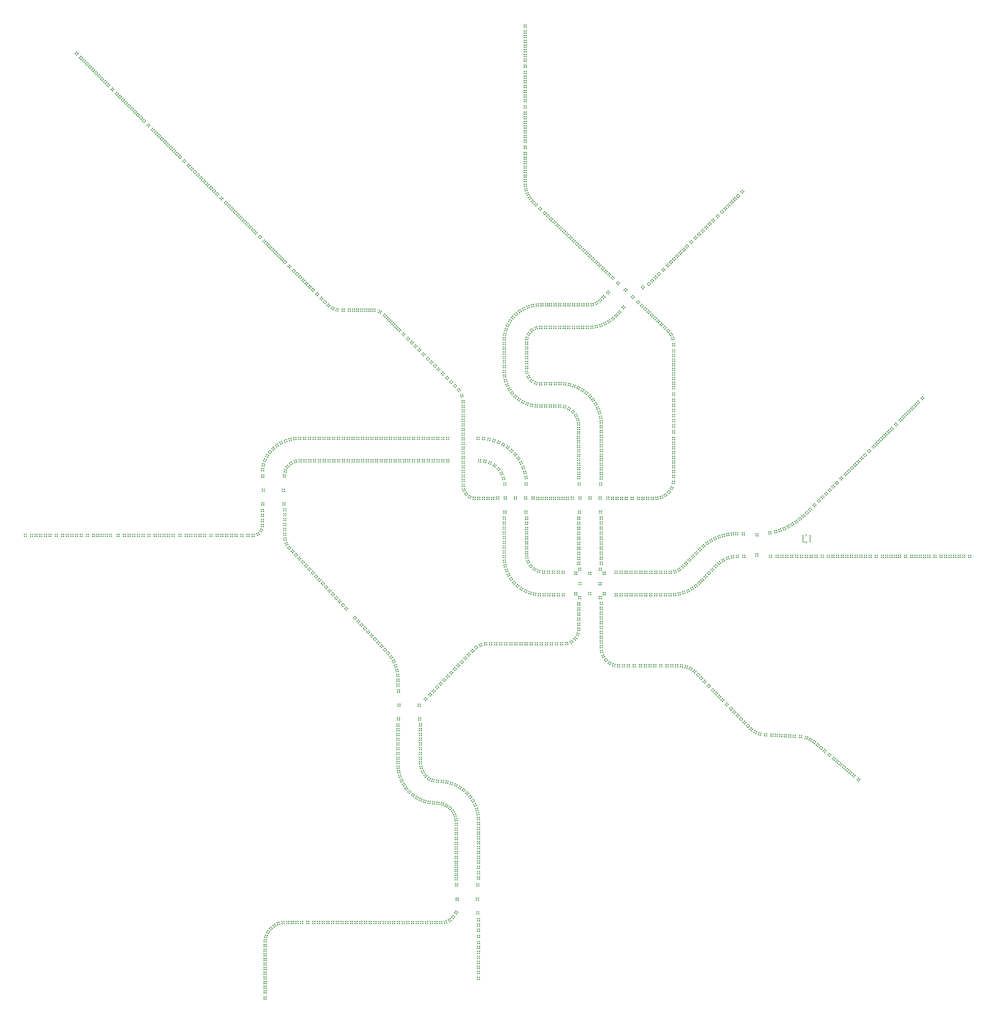
<source format=gbr>
G04 #@! TF.GenerationSoftware,KiCad,Pcbnew,(5.1.9)-1*
G04 #@! TF.CreationDate,2021-12-17T10:10:50-05:00*
G04 #@! TF.ProjectId,500x500-dc-metro-map-dev,35303078-3530-4302-9d64-632d6d657472,rev?*
G04 #@! TF.SameCoordinates,Original*
G04 #@! TF.FileFunction,Paste,Top*
G04 #@! TF.FilePolarity,Positive*
%FSLAX46Y46*%
G04 Gerber Fmt 4.6, Leading zero omitted, Abs format (unit mm)*
G04 Created by KiCad (PCBNEW (5.1.9)-1) date 2021-12-17 10:10:50*
%MOMM*%
%LPD*%
G01*
G04 APERTURE LIST*
%ADD10C,0.100000*%
%ADD11R,0.400000X0.805000*%
%ADD12R,0.805000X0.350000*%
G04 APERTURE END LIST*
D10*
G04 #@! TO.C,M1*
G36*
X381250500Y-325105000D02*
G01*
X380700500Y-325105000D01*
X380700500Y-324555000D01*
X381250500Y-324555000D01*
X381250500Y-325105000D01*
G37*
G36*
X303707500Y-363005000D02*
G01*
X303325500Y-363401000D01*
X302929500Y-363018000D01*
X303312500Y-362623000D01*
X303707500Y-363005000D01*
G37*
G36*
X304367500Y-362322000D02*
G01*
X303985500Y-362718000D01*
X303590500Y-362335000D01*
X303972500Y-361940000D01*
X304367500Y-362322000D01*
G37*
G36*
X305050500Y-362983000D02*
G01*
X304668500Y-363378000D01*
X304273500Y-362996000D01*
X304655500Y-362600000D01*
X305050500Y-362983000D01*
G37*
G36*
X304390500Y-363666000D02*
G01*
X304008500Y-364061000D01*
X303612500Y-363679000D01*
X303994500Y-363283000D01*
X304390500Y-363666000D01*
G37*
G36*
X305407500Y-361247000D02*
G01*
X305025500Y-361642000D01*
X304629500Y-361260000D01*
X305012500Y-360865000D01*
X305407500Y-361247000D01*
G37*
G36*
X306068500Y-360564000D02*
G01*
X305685500Y-360959000D01*
X305290500Y-360577000D01*
X305672500Y-360182000D01*
X306068500Y-360564000D01*
G37*
G36*
X306750500Y-361224000D02*
G01*
X306368500Y-361620000D01*
X305973500Y-361237000D01*
X306355500Y-360842000D01*
X306750500Y-361224000D01*
G37*
G36*
X306090500Y-361907000D02*
G01*
X305708500Y-362303000D01*
X305312500Y-361920000D01*
X305695500Y-361525000D01*
X306090500Y-361907000D01*
G37*
G36*
X307107500Y-359488000D02*
G01*
X306725500Y-359884000D01*
X306330500Y-359501000D01*
X306712500Y-359106000D01*
X307107500Y-359488000D01*
G37*
G36*
X307768500Y-358805000D02*
G01*
X307385500Y-359201000D01*
X306990500Y-358819000D01*
X307372500Y-358423000D01*
X307768500Y-358805000D01*
G37*
G36*
X308451500Y-359466000D02*
G01*
X308068500Y-359861000D01*
X307673500Y-359479000D01*
X308055500Y-359083000D01*
X308451500Y-359466000D01*
G37*
G36*
X307790500Y-360149000D02*
G01*
X307408500Y-360544000D01*
X307013500Y-360162000D01*
X307395500Y-359766000D01*
X307790500Y-360149000D01*
G37*
G36*
X308808500Y-357730000D02*
G01*
X308425500Y-358125000D01*
X308030500Y-357743000D01*
X308412500Y-357348000D01*
X308808500Y-357730000D01*
G37*
G36*
X309468500Y-357047000D02*
G01*
X309086500Y-357442000D01*
X308690500Y-357060000D01*
X309073500Y-356665000D01*
X309468500Y-357047000D01*
G37*
G36*
X310151500Y-357707000D02*
G01*
X309769500Y-358103000D01*
X309373500Y-357720000D01*
X309756500Y-357325000D01*
X310151500Y-357707000D01*
G37*
G36*
X309491500Y-358390000D02*
G01*
X309108500Y-358786000D01*
X308713500Y-358403000D01*
X309095500Y-358008000D01*
X309491500Y-358390000D01*
G37*
G36*
X310508500Y-355972000D02*
G01*
X310126500Y-356367000D01*
X309730500Y-355985000D01*
X310113500Y-355589000D01*
X310508500Y-355972000D01*
G37*
G36*
X311168500Y-355289000D02*
G01*
X310786500Y-355684000D01*
X310391500Y-355302000D01*
X310773500Y-354906000D01*
X311168500Y-355289000D01*
G37*
G36*
X311851500Y-355949000D02*
G01*
X311469500Y-356344000D01*
X311074500Y-355962000D01*
X311456500Y-355567000D01*
X311851500Y-355949000D01*
G37*
G36*
X311191500Y-356632000D02*
G01*
X310809500Y-357027000D01*
X310413500Y-356645000D01*
X310796500Y-356250000D01*
X311191500Y-356632000D01*
G37*
G36*
X312208500Y-354213000D02*
G01*
X311826500Y-354608000D01*
X311431500Y-354226000D01*
X311813500Y-353831000D01*
X312208500Y-354213000D01*
G37*
G36*
X312869500Y-353530000D02*
G01*
X312486500Y-353926000D01*
X312091500Y-353543000D01*
X312473500Y-353148000D01*
X312869500Y-353530000D01*
G37*
G36*
X313552500Y-354190000D02*
G01*
X313169500Y-354586000D01*
X312774500Y-354204000D01*
X313156500Y-353808000D01*
X313552500Y-354190000D01*
G37*
G36*
X312891500Y-354873000D02*
G01*
X312509500Y-355269000D01*
X312113500Y-354887000D01*
X312496500Y-354491000D01*
X312891500Y-354873000D01*
G37*
G36*
X313908500Y-352455000D02*
G01*
X313526500Y-352850000D01*
X313131500Y-352468000D01*
X313513500Y-352072000D01*
X313908500Y-352455000D01*
G37*
G36*
X314569500Y-351772000D02*
G01*
X314187500Y-352167000D01*
X313791500Y-351785000D01*
X314173500Y-351389000D01*
X314569500Y-351772000D01*
G37*
G36*
X315252500Y-352432000D02*
G01*
X314870500Y-352827000D01*
X314474500Y-352445000D01*
X314856500Y-352050000D01*
X315252500Y-352432000D01*
G37*
G36*
X314591500Y-353115000D02*
G01*
X314209500Y-353510000D01*
X313814500Y-353128000D01*
X314196500Y-352733000D01*
X314591500Y-353115000D01*
G37*
G36*
X315609500Y-350696000D02*
G01*
X315226500Y-351092000D01*
X314831500Y-350709000D01*
X315213500Y-350314000D01*
X315609500Y-350696000D01*
G37*
G36*
X316269500Y-350013000D02*
G01*
X315887500Y-350409000D01*
X315491500Y-350026000D01*
X315874500Y-349631000D01*
X316269500Y-350013000D01*
G37*
G36*
X316952500Y-350674000D02*
G01*
X316570500Y-351069000D01*
X316174500Y-350687000D01*
X316557500Y-350291000D01*
X316952500Y-350674000D01*
G37*
G36*
X316292500Y-351357000D02*
G01*
X315909500Y-351752000D01*
X315514500Y-351370000D01*
X315896500Y-350974000D01*
X316292500Y-351357000D01*
G37*
G36*
X317309500Y-348938000D02*
G01*
X316927500Y-349333000D01*
X316531500Y-348951000D01*
X316914500Y-348555000D01*
X317309500Y-348938000D01*
G37*
G36*
X317969500Y-348255000D02*
G01*
X317587500Y-348650000D01*
X317192500Y-348268000D01*
X317574500Y-347872000D01*
X317969500Y-348255000D01*
G37*
G36*
X318652500Y-348915000D02*
G01*
X318270500Y-349311000D01*
X317875500Y-348928000D01*
X318257500Y-348533000D01*
X318652500Y-348915000D01*
G37*
G36*
X317992500Y-349598000D02*
G01*
X317610500Y-349994000D01*
X317214500Y-349611000D01*
X317597500Y-349216000D01*
X317992500Y-349598000D01*
G37*
G36*
X319009500Y-347179000D02*
G01*
X318627500Y-347575000D01*
X318232500Y-347192000D01*
X318614500Y-346797000D01*
X319009500Y-347179000D01*
G37*
G36*
X319670500Y-346496000D02*
G01*
X319287500Y-346892000D01*
X318892500Y-346509000D01*
X319274500Y-346114000D01*
X319670500Y-346496000D01*
G37*
G36*
X320353500Y-347157000D02*
G01*
X319970500Y-347552000D01*
X319575500Y-347170000D01*
X319957500Y-346774000D01*
X320353500Y-347157000D01*
G37*
G36*
X319692500Y-347840000D02*
G01*
X319310500Y-348235000D01*
X318915500Y-347853000D01*
X319297500Y-347457000D01*
X319692500Y-347840000D01*
G37*
G36*
X320826500Y-345492000D02*
G01*
X320377500Y-345810000D01*
X320059500Y-345361000D01*
X320508500Y-345043000D01*
X320826500Y-345492000D01*
G37*
G36*
X321601500Y-344943000D02*
G01*
X321153500Y-345261000D01*
X320835500Y-344812000D01*
X321284500Y-344494000D01*
X321601500Y-344943000D01*
G37*
G36*
X322150500Y-345718000D02*
G01*
X321702500Y-346036000D01*
X321384500Y-345587000D01*
X321833500Y-345269000D01*
X322150500Y-345718000D01*
G37*
G36*
X321375500Y-346267000D02*
G01*
X320926500Y-346585000D01*
X320608500Y-346136000D01*
X321057500Y-345818000D01*
X321375500Y-346267000D01*
G37*
G36*
X323000500Y-344276000D02*
G01*
X322486500Y-344471000D01*
X322290500Y-343957000D01*
X322804500Y-343762000D01*
X323000500Y-344276000D01*
G37*
G36*
X323888500Y-343939000D02*
G01*
X323374500Y-344134000D01*
X323178500Y-343620000D01*
X323692500Y-343424000D01*
X323888500Y-343939000D01*
G37*
G36*
X324225500Y-344827000D02*
G01*
X323711500Y-345022000D01*
X323516500Y-344508000D01*
X324030500Y-344313000D01*
X324225500Y-344827000D01*
G37*
G36*
X323337500Y-345164000D02*
G01*
X322823500Y-345359000D01*
X322628500Y-344845000D01*
X323142500Y-344650000D01*
X323337500Y-345164000D01*
G37*
G36*
X325409500Y-343643000D02*
G01*
X324862500Y-343704000D01*
X324802500Y-343157000D01*
X325348500Y-343097000D01*
X325409500Y-343643000D01*
G37*
G36*
X326353500Y-343539000D02*
G01*
X325806500Y-343599000D01*
X325746500Y-343053000D01*
X326292500Y-342992000D01*
X326353500Y-343539000D01*
G37*
G36*
X326457500Y-344483000D02*
G01*
X325910500Y-344544000D01*
X325850500Y-343997000D01*
X326397500Y-343937000D01*
X326457500Y-344483000D01*
G37*
G36*
X325513500Y-344588000D02*
G01*
X324966500Y-344648000D01*
X324906500Y-344101000D01*
X325452500Y-344041000D01*
X325513500Y-344588000D01*
G37*
G36*
X327873500Y-343562000D02*
G01*
X327323500Y-343562000D01*
X327323500Y-343012000D01*
X327873500Y-343012000D01*
X327873500Y-343562000D01*
G37*
G36*
X328823500Y-343562000D02*
G01*
X328273500Y-343562000D01*
X328273500Y-343012000D01*
X328823500Y-343012000D01*
X328823500Y-343562000D01*
G37*
G36*
X328823500Y-344512000D02*
G01*
X328273500Y-344512000D01*
X328273500Y-343962000D01*
X328823500Y-343962000D01*
X328823500Y-344512000D01*
G37*
G36*
X327873500Y-344512000D02*
G01*
X327323500Y-344512000D01*
X327323500Y-343962000D01*
X327873500Y-343962000D01*
X327873500Y-344512000D01*
G37*
G36*
X330319500Y-343562000D02*
G01*
X329769500Y-343562000D01*
X329769500Y-343012000D01*
X330319500Y-343012000D01*
X330319500Y-343562000D01*
G37*
G36*
X331269500Y-343562000D02*
G01*
X330719500Y-343562000D01*
X330719500Y-343012000D01*
X331269500Y-343012000D01*
X331269500Y-343562000D01*
G37*
G36*
X331269500Y-344512000D02*
G01*
X330719500Y-344512000D01*
X330719500Y-343962000D01*
X331269500Y-343962000D01*
X331269500Y-344512000D01*
G37*
G36*
X330319500Y-344512000D02*
G01*
X329769500Y-344512000D01*
X329769500Y-343962000D01*
X330319500Y-343962000D01*
X330319500Y-344512000D01*
G37*
G36*
X332765500Y-343562000D02*
G01*
X332215500Y-343562000D01*
X332215500Y-343012000D01*
X332765500Y-343012000D01*
X332765500Y-343562000D01*
G37*
G36*
X333715500Y-343562000D02*
G01*
X333165500Y-343562000D01*
X333165500Y-343012000D01*
X333715500Y-343012000D01*
X333715500Y-343562000D01*
G37*
G36*
X333715500Y-344512000D02*
G01*
X333165500Y-344512000D01*
X333165500Y-343962000D01*
X333715500Y-343962000D01*
X333715500Y-344512000D01*
G37*
G36*
X332765500Y-344512000D02*
G01*
X332215500Y-344512000D01*
X332215500Y-343962000D01*
X332765500Y-343962000D01*
X332765500Y-344512000D01*
G37*
G36*
X335211500Y-343562000D02*
G01*
X334661500Y-343562000D01*
X334661500Y-343012000D01*
X335211500Y-343012000D01*
X335211500Y-343562000D01*
G37*
G36*
X336161500Y-343562000D02*
G01*
X335611500Y-343562000D01*
X335611500Y-343012000D01*
X336161500Y-343012000D01*
X336161500Y-343562000D01*
G37*
G36*
X336161500Y-344512000D02*
G01*
X335611500Y-344512000D01*
X335611500Y-343962000D01*
X336161500Y-343962000D01*
X336161500Y-344512000D01*
G37*
G36*
X335211500Y-344512000D02*
G01*
X334661500Y-344512000D01*
X334661500Y-343962000D01*
X335211500Y-343962000D01*
X335211500Y-344512000D01*
G37*
G36*
X337657500Y-343562000D02*
G01*
X337107500Y-343562000D01*
X337107500Y-343012000D01*
X337657500Y-343012000D01*
X337657500Y-343562000D01*
G37*
G36*
X338607500Y-343562000D02*
G01*
X338057500Y-343562000D01*
X338057500Y-343012000D01*
X338607500Y-343012000D01*
X338607500Y-343562000D01*
G37*
G36*
X338607500Y-344512000D02*
G01*
X338057500Y-344512000D01*
X338057500Y-343962000D01*
X338607500Y-343962000D01*
X338607500Y-344512000D01*
G37*
G36*
X337657500Y-344512000D02*
G01*
X337107500Y-344512000D01*
X337107500Y-343962000D01*
X337657500Y-343962000D01*
X337657500Y-344512000D01*
G37*
G36*
X340103500Y-343562000D02*
G01*
X339553500Y-343562000D01*
X339553500Y-343012000D01*
X340103500Y-343012000D01*
X340103500Y-343562000D01*
G37*
G36*
X341053500Y-343562000D02*
G01*
X340503500Y-343562000D01*
X340503500Y-343012000D01*
X341053500Y-343012000D01*
X341053500Y-343562000D01*
G37*
G36*
X341053500Y-344512000D02*
G01*
X340503500Y-344512000D01*
X340503500Y-343962000D01*
X341053500Y-343962000D01*
X341053500Y-344512000D01*
G37*
G36*
X340103500Y-344512000D02*
G01*
X339553500Y-344512000D01*
X339553500Y-343962000D01*
X340103500Y-343962000D01*
X340103500Y-344512000D01*
G37*
G36*
X342549500Y-343562000D02*
G01*
X341999500Y-343562000D01*
X341999500Y-343012000D01*
X342549500Y-343012000D01*
X342549500Y-343562000D01*
G37*
G36*
X343499500Y-343562000D02*
G01*
X342949500Y-343562000D01*
X342949500Y-343012000D01*
X343499500Y-343012000D01*
X343499500Y-343562000D01*
G37*
G36*
X343499500Y-344512000D02*
G01*
X342949500Y-344512000D01*
X342949500Y-343962000D01*
X343499500Y-343962000D01*
X343499500Y-344512000D01*
G37*
G36*
X342549500Y-344512000D02*
G01*
X341999500Y-344512000D01*
X341999500Y-343962000D01*
X342549500Y-343962000D01*
X342549500Y-344512000D01*
G37*
G36*
X344995500Y-343562000D02*
G01*
X344445500Y-343562000D01*
X344445500Y-343012000D01*
X344995500Y-343012000D01*
X344995500Y-343562000D01*
G37*
G36*
X345945500Y-343562000D02*
G01*
X345395500Y-343562000D01*
X345395500Y-343012000D01*
X345945500Y-343012000D01*
X345945500Y-343562000D01*
G37*
G36*
X345945500Y-344512000D02*
G01*
X345395500Y-344512000D01*
X345395500Y-343962000D01*
X345945500Y-343962000D01*
X345945500Y-344512000D01*
G37*
G36*
X344995500Y-344512000D02*
G01*
X344445500Y-344512000D01*
X344445500Y-343962000D01*
X344995500Y-343962000D01*
X344995500Y-344512000D01*
G37*
G36*
X347441500Y-343562000D02*
G01*
X346891500Y-343562000D01*
X346891500Y-343012000D01*
X347441500Y-343012000D01*
X347441500Y-343562000D01*
G37*
G36*
X348391500Y-343562000D02*
G01*
X347841500Y-343562000D01*
X347841500Y-343012000D01*
X348391500Y-343012000D01*
X348391500Y-343562000D01*
G37*
G36*
X348391500Y-344512000D02*
G01*
X347841500Y-344512000D01*
X347841500Y-343962000D01*
X348391500Y-343962000D01*
X348391500Y-344512000D01*
G37*
G36*
X347441500Y-344512000D02*
G01*
X346891500Y-344512000D01*
X346891500Y-343962000D01*
X347441500Y-343962000D01*
X347441500Y-344512000D01*
G37*
G36*
X349887500Y-343562000D02*
G01*
X349337500Y-343562000D01*
X349337500Y-343012000D01*
X349887500Y-343012000D01*
X349887500Y-343562000D01*
G37*
G36*
X350837500Y-343562000D02*
G01*
X350287500Y-343562000D01*
X350287500Y-343012000D01*
X350837500Y-343012000D01*
X350837500Y-343562000D01*
G37*
G36*
X350837500Y-344512000D02*
G01*
X350287500Y-344512000D01*
X350287500Y-343962000D01*
X350837500Y-343962000D01*
X350837500Y-344512000D01*
G37*
G36*
X349887500Y-344512000D02*
G01*
X349337500Y-344512000D01*
X349337500Y-343962000D01*
X349887500Y-343962000D01*
X349887500Y-344512000D01*
G37*
G36*
X352333500Y-343562000D02*
G01*
X351783500Y-343562000D01*
X351783500Y-343012000D01*
X352333500Y-343012000D01*
X352333500Y-343562000D01*
G37*
G36*
X353283500Y-343562000D02*
G01*
X352733500Y-343562000D01*
X352733500Y-343012000D01*
X353283500Y-343012000D01*
X353283500Y-343562000D01*
G37*
G36*
X353283500Y-344512000D02*
G01*
X352733500Y-344512000D01*
X352733500Y-343962000D01*
X353283500Y-343962000D01*
X353283500Y-344512000D01*
G37*
G36*
X352333500Y-344512000D02*
G01*
X351783500Y-344512000D01*
X351783500Y-343962000D01*
X352333500Y-343962000D01*
X352333500Y-344512000D01*
G37*
G36*
X354779500Y-343562000D02*
G01*
X354229500Y-343562000D01*
X354229500Y-343012000D01*
X354779500Y-343012000D01*
X354779500Y-343562000D01*
G37*
G36*
X355729500Y-343562000D02*
G01*
X355179500Y-343562000D01*
X355179500Y-343012000D01*
X355729500Y-343012000D01*
X355729500Y-343562000D01*
G37*
G36*
X355729500Y-344512000D02*
G01*
X355179500Y-344512000D01*
X355179500Y-343962000D01*
X355729500Y-343962000D01*
X355729500Y-344512000D01*
G37*
G36*
X354779500Y-344512000D02*
G01*
X354229500Y-344512000D01*
X354229500Y-343962000D01*
X354779500Y-343962000D01*
X354779500Y-344512000D01*
G37*
G36*
X357225500Y-343562000D02*
G01*
X356675500Y-343562000D01*
X356675500Y-343012000D01*
X357225500Y-343012000D01*
X357225500Y-343562000D01*
G37*
G36*
X358175500Y-343562000D02*
G01*
X357625500Y-343562000D01*
X357625500Y-343012000D01*
X358175500Y-343012000D01*
X358175500Y-343562000D01*
G37*
G36*
X358175500Y-344512000D02*
G01*
X357625500Y-344512000D01*
X357625500Y-343962000D01*
X358175500Y-343962000D01*
X358175500Y-344512000D01*
G37*
G36*
X485340500Y-276908000D02*
G01*
X484949500Y-277295000D01*
X484562500Y-276904000D01*
X484953500Y-276517000D01*
X485340500Y-276908000D01*
G37*
G36*
X417114500Y-200341000D02*
G01*
X416564500Y-200341000D01*
X416564500Y-199791000D01*
X417114500Y-199791000D01*
X417114500Y-200341000D01*
G37*
G36*
X296106500Y-203512000D02*
G01*
X295717500Y-203901000D01*
X295328500Y-203512000D01*
X295717500Y-203123000D01*
X296106500Y-203512000D01*
G37*
G36*
X411805500Y-162723000D02*
G01*
X411414500Y-163109000D01*
X411027500Y-162717000D01*
X411419500Y-162331000D01*
X411805500Y-162723000D01*
G37*
G36*
X378569500Y-158322000D02*
G01*
X378189500Y-158720000D01*
X377791500Y-158340000D01*
X378171500Y-157942000D01*
X378569500Y-158322000D01*
G37*
G36*
X377881500Y-157666000D02*
G01*
X377501500Y-158064000D01*
X377103500Y-157685000D01*
X377483500Y-157287000D01*
X377881500Y-157666000D01*
G37*
G36*
X377225500Y-158354000D02*
G01*
X376846500Y-158752000D01*
X376448500Y-158373000D01*
X376827500Y-157974000D01*
X377225500Y-158354000D01*
G37*
G36*
X377913500Y-159009000D02*
G01*
X377534500Y-159408000D01*
X377136500Y-159028000D01*
X377515500Y-158630000D01*
X377913500Y-159009000D01*
G37*
G36*
X380124500Y-159805000D02*
G01*
X379745500Y-160203000D01*
X379346500Y-159823000D01*
X379726500Y-159425000D01*
X380124500Y-159805000D01*
G37*
G36*
X379436500Y-159149000D02*
G01*
X379057500Y-159547000D01*
X378659500Y-159168000D01*
X379038500Y-158770000D01*
X379436500Y-159149000D01*
G37*
G36*
X378781500Y-159837000D02*
G01*
X378401500Y-160235000D01*
X378003500Y-159855000D01*
X378383500Y-159457000D01*
X378781500Y-159837000D01*
G37*
G36*
X379469500Y-160492000D02*
G01*
X379089500Y-160890000D01*
X378691500Y-160511000D01*
X379071500Y-160113000D01*
X379469500Y-160492000D01*
G37*
G36*
X381680500Y-161287000D02*
G01*
X381300500Y-161686000D01*
X380902500Y-161306000D01*
X381282500Y-160908000D01*
X381680500Y-161287000D01*
G37*
G36*
X380992500Y-160632000D02*
G01*
X380613500Y-161030000D01*
X380214500Y-160651000D01*
X380594500Y-160252000D01*
X380992500Y-160632000D01*
G37*
G36*
X380336500Y-161320000D02*
G01*
X379957500Y-161718000D01*
X379559500Y-161338000D01*
X379938500Y-160940000D01*
X380336500Y-161320000D01*
G37*
G36*
X381024500Y-161975000D02*
G01*
X380645500Y-162373000D01*
X380247500Y-161994000D01*
X380626500Y-161596000D01*
X381024500Y-161975000D01*
G37*
G36*
X383235500Y-162770000D02*
G01*
X382856500Y-163168000D01*
X382457500Y-162789000D01*
X382837500Y-162391000D01*
X383235500Y-162770000D01*
G37*
G36*
X382547500Y-162115000D02*
G01*
X382168500Y-162513000D01*
X381770500Y-162133000D01*
X382149500Y-161735000D01*
X382547500Y-162115000D01*
G37*
G36*
X381892500Y-162802000D02*
G01*
X381513500Y-163200000D01*
X381114500Y-162821000D01*
X381494500Y-162423000D01*
X381892500Y-162802000D01*
G37*
G36*
X382580500Y-163458000D02*
G01*
X382200500Y-163856000D01*
X381802500Y-163476000D01*
X382182500Y-163078000D01*
X382580500Y-163458000D01*
G37*
G36*
X384791500Y-164253000D02*
G01*
X384411500Y-164651000D01*
X384013500Y-164272000D01*
X384392500Y-163873000D01*
X384791500Y-164253000D01*
G37*
G36*
X384103500Y-163598000D02*
G01*
X383723500Y-163996000D01*
X383325500Y-163616000D01*
X383705500Y-163218000D01*
X384103500Y-163598000D01*
G37*
G36*
X383447500Y-164285000D02*
G01*
X383068500Y-164683000D01*
X382670500Y-164304000D01*
X383049500Y-163906000D01*
X383447500Y-164285000D01*
G37*
G36*
X384135500Y-164941000D02*
G01*
X383756500Y-165339000D01*
X383358500Y-164959000D01*
X383737500Y-164561000D01*
X384135500Y-164941000D01*
G37*
G36*
X386346500Y-165736000D02*
G01*
X385967500Y-166134000D01*
X385569500Y-165754000D01*
X385948500Y-165356000D01*
X386346500Y-165736000D01*
G37*
G36*
X385658500Y-165080000D02*
G01*
X385279500Y-165478000D01*
X384881500Y-165099000D01*
X385260500Y-164701000D01*
X385658500Y-165080000D01*
G37*
G36*
X385003500Y-165768000D02*
G01*
X384623500Y-166166000D01*
X384225500Y-165787000D01*
X384605500Y-165388000D01*
X385003500Y-165768000D01*
G37*
G36*
X385691500Y-166423000D02*
G01*
X385311500Y-166822000D01*
X384913500Y-166442000D01*
X385293500Y-166044000D01*
X385691500Y-166423000D01*
G37*
G36*
X402110500Y-180760000D02*
G01*
X401730500Y-181158000D01*
X401332500Y-180779000D01*
X401712500Y-180381000D01*
X402110500Y-180760000D01*
G37*
G36*
X401422500Y-180105000D02*
G01*
X401043500Y-180503000D01*
X400644500Y-180123000D01*
X401024500Y-179725000D01*
X401422500Y-180105000D01*
G37*
G36*
X400767500Y-180792000D02*
G01*
X400387500Y-181190000D01*
X399989500Y-180811000D01*
X400368500Y-180413000D01*
X400767500Y-180792000D01*
G37*
G36*
X401454500Y-181448000D02*
G01*
X401075500Y-181846000D01*
X400677500Y-181466000D01*
X401056500Y-181068000D01*
X401454500Y-181448000D01*
G37*
G36*
X403694500Y-182270000D02*
G01*
X403315500Y-182669000D01*
X402917500Y-182289000D01*
X403296500Y-181891000D01*
X403694500Y-182270000D01*
G37*
G36*
X403007500Y-181615000D02*
G01*
X402627500Y-182013000D01*
X402229500Y-181634000D01*
X402608500Y-181236000D01*
X403007500Y-181615000D01*
G37*
G36*
X402351500Y-182303000D02*
G01*
X401972500Y-182701000D01*
X401574500Y-182321000D01*
X401953500Y-181923000D01*
X402351500Y-182303000D01*
G37*
G36*
X403039500Y-182958000D02*
G01*
X402659500Y-183356000D01*
X402261500Y-182977000D01*
X402641500Y-182579000D01*
X403039500Y-182958000D01*
G37*
G36*
X405279500Y-183781000D02*
G01*
X404899500Y-184179000D01*
X404501500Y-183799000D01*
X404881500Y-183401000D01*
X405279500Y-183781000D01*
G37*
G36*
X404591500Y-183125000D02*
G01*
X404212500Y-183523000D01*
X403813500Y-183144000D01*
X404193500Y-182746000D01*
X404591500Y-183125000D01*
G37*
G36*
X403936500Y-183813000D02*
G01*
X403556500Y-184211000D01*
X403158500Y-183832000D01*
X403537500Y-183434000D01*
X403936500Y-183813000D01*
G37*
G36*
X404623500Y-184468000D02*
G01*
X404244500Y-184867000D01*
X403846500Y-184487000D01*
X404225500Y-184089000D01*
X404623500Y-184468000D01*
G37*
G36*
X406863500Y-185291000D02*
G01*
X406484500Y-185689000D01*
X406086500Y-185310000D01*
X406465500Y-184912000D01*
X406863500Y-185291000D01*
G37*
G36*
X406176500Y-184636000D02*
G01*
X405796500Y-185034000D01*
X405398500Y-184654000D01*
X405777500Y-184256000D01*
X406176500Y-184636000D01*
G37*
G36*
X405520500Y-185323000D02*
G01*
X405141500Y-185721000D01*
X404743500Y-185342000D01*
X405122500Y-184944000D01*
X405520500Y-185323000D01*
G37*
G36*
X406208500Y-185979000D02*
G01*
X405828500Y-186377000D01*
X405430500Y-185997000D01*
X405810500Y-185599000D01*
X406208500Y-185979000D01*
G37*
G36*
X408448500Y-186802000D02*
G01*
X408068500Y-187200000D01*
X407670500Y-186820000D01*
X408050500Y-186422000D01*
X408448500Y-186802000D01*
G37*
G36*
X407760500Y-186146000D02*
G01*
X407381500Y-186544000D01*
X406982500Y-186165000D01*
X407362500Y-185767000D01*
X407760500Y-186146000D01*
G37*
G36*
X407105500Y-186834000D02*
G01*
X406725500Y-187232000D01*
X406327500Y-186852000D01*
X406706500Y-186454000D01*
X407105500Y-186834000D01*
G37*
G36*
X407792500Y-187489000D02*
G01*
X407413500Y-187887000D01*
X407015500Y-187508000D01*
X407394500Y-187110000D01*
X407792500Y-187489000D01*
G37*
G36*
X410032500Y-188312000D02*
G01*
X409653500Y-188710000D01*
X409255500Y-188331000D01*
X409634500Y-187932000D01*
X410032500Y-188312000D01*
G37*
G36*
X409345500Y-187656000D02*
G01*
X408965500Y-188055000D01*
X408567500Y-187675000D01*
X408946500Y-187277000D01*
X409345500Y-187656000D01*
G37*
G36*
X408689500Y-188344000D02*
G01*
X408310500Y-188742000D01*
X407911500Y-188363000D01*
X408291500Y-187965000D01*
X408689500Y-188344000D01*
G37*
G36*
X409377500Y-189000000D02*
G01*
X408997500Y-189398000D01*
X408599500Y-189018000D01*
X408979500Y-188620000D01*
X409377500Y-189000000D01*
G37*
G36*
X411617500Y-189822000D02*
G01*
X411237500Y-190220000D01*
X410839500Y-189841000D01*
X411219500Y-189443000D01*
X411617500Y-189822000D01*
G37*
G36*
X410929500Y-189167000D02*
G01*
X410550500Y-189565000D01*
X410151500Y-189185000D01*
X410531500Y-188787000D01*
X410929500Y-189167000D01*
G37*
G36*
X410274500Y-189854000D02*
G01*
X409894500Y-190253000D01*
X409496500Y-189873000D01*
X409875500Y-189475000D01*
X410274500Y-189854000D01*
G37*
G36*
X410961500Y-190510000D02*
G01*
X410582500Y-190908000D01*
X410184500Y-190529000D01*
X410563500Y-190130000D01*
X410961500Y-190510000D01*
G37*
G36*
X413201500Y-191333000D02*
G01*
X412822500Y-191731000D01*
X412424500Y-191351000D01*
X412803500Y-190953000D01*
X413201500Y-191333000D01*
G37*
G36*
X412514500Y-190677000D02*
G01*
X412134500Y-191075000D01*
X411736500Y-190696000D01*
X412115500Y-190298000D01*
X412514500Y-190677000D01*
G37*
G36*
X411858500Y-191365000D02*
G01*
X411479500Y-191763000D01*
X411080500Y-191383000D01*
X411460500Y-190985000D01*
X411858500Y-191365000D01*
G37*
G36*
X412546500Y-192020000D02*
G01*
X412166500Y-192418000D01*
X411768500Y-192039000D01*
X412148500Y-191641000D01*
X412546500Y-192020000D01*
G37*
G36*
X414777500Y-192915000D02*
G01*
X414374500Y-193289000D01*
X413999500Y-192887000D01*
X414402500Y-192512000D01*
X414777500Y-192915000D01*
G37*
G36*
X414129500Y-192219000D02*
G01*
X413727500Y-192594000D01*
X413352500Y-192192000D01*
X413754500Y-191817000D01*
X414129500Y-192219000D01*
G37*
G36*
X413434500Y-192867000D02*
G01*
X413032500Y-193242000D01*
X412657500Y-192839000D01*
X413059500Y-192464000D01*
X413434500Y-192867000D01*
G37*
G36*
X414082500Y-193562000D02*
G01*
X413679500Y-193937000D01*
X413304500Y-193534000D01*
X413707500Y-193160000D01*
X414082500Y-193562000D01*
G37*
G36*
X416108500Y-194828000D02*
G01*
X415642500Y-195119000D01*
X415350500Y-194653000D01*
X415816500Y-194361000D01*
X416108500Y-194828000D01*
G37*
G36*
X415604500Y-194022000D02*
G01*
X415138500Y-194314000D01*
X414846500Y-193848000D01*
X415313500Y-193556000D01*
X415604500Y-194022000D01*
G37*
G36*
X414799500Y-194526000D02*
G01*
X414333500Y-194818000D01*
X414041500Y-194352000D01*
X414507500Y-194060000D01*
X414799500Y-194526000D01*
G37*
G36*
X415303500Y-195332000D02*
G01*
X414837500Y-195623000D01*
X414545500Y-195157000D01*
X415011500Y-194865000D01*
X415303500Y-195332000D01*
G37*
G36*
X416898500Y-197083000D02*
G01*
X416371500Y-197243000D01*
X416211500Y-196717000D01*
X416737500Y-196557000D01*
X416898500Y-197083000D01*
G37*
G36*
X416621500Y-196174000D02*
G01*
X416095500Y-196334000D01*
X415935500Y-195808000D01*
X416461500Y-195648000D01*
X416621500Y-196174000D01*
G37*
G36*
X415712500Y-196450000D02*
G01*
X415186500Y-196611000D01*
X415026500Y-196084000D01*
X415552500Y-195924000D01*
X415712500Y-196450000D01*
G37*
G36*
X415989500Y-197359000D02*
G01*
X415462500Y-197519000D01*
X415302500Y-196993000D01*
X415828500Y-196833000D01*
X415989500Y-197359000D01*
G37*
G36*
X417114500Y-203343000D02*
G01*
X416564500Y-203343000D01*
X416564500Y-202793000D01*
X417114500Y-202793000D01*
X417114500Y-203343000D01*
G37*
G36*
X417114500Y-202393000D02*
G01*
X416564500Y-202393000D01*
X416564500Y-201843000D01*
X417114500Y-201843000D01*
X417114500Y-202393000D01*
G37*
G36*
X416164500Y-202393000D02*
G01*
X415614500Y-202393000D01*
X415614500Y-201843000D01*
X416164500Y-201843000D01*
X416164500Y-202393000D01*
G37*
G36*
X416164500Y-203343000D02*
G01*
X415614500Y-203343000D01*
X415614500Y-202793000D01*
X416164500Y-202793000D01*
X416164500Y-203343000D01*
G37*
G36*
X417114500Y-205563000D02*
G01*
X416564500Y-205563000D01*
X416564500Y-205013000D01*
X417114500Y-205013000D01*
X417114500Y-205563000D01*
G37*
G36*
X417114500Y-204613000D02*
G01*
X416564500Y-204613000D01*
X416564500Y-204063000D01*
X417114500Y-204063000D01*
X417114500Y-204613000D01*
G37*
G36*
X416164500Y-204613000D02*
G01*
X415614500Y-204613000D01*
X415614500Y-204063000D01*
X416164500Y-204063000D01*
X416164500Y-204613000D01*
G37*
G36*
X416164500Y-205563000D02*
G01*
X415614500Y-205563000D01*
X415614500Y-205013000D01*
X416164500Y-205013000D01*
X416164500Y-205563000D01*
G37*
G36*
X417114500Y-207783000D02*
G01*
X416564500Y-207783000D01*
X416564500Y-207233000D01*
X417114500Y-207233000D01*
X417114500Y-207783000D01*
G37*
G36*
X417114500Y-206833000D02*
G01*
X416564500Y-206833000D01*
X416564500Y-206283000D01*
X417114500Y-206283000D01*
X417114500Y-206833000D01*
G37*
G36*
X416164500Y-206833000D02*
G01*
X415614500Y-206833000D01*
X415614500Y-206283000D01*
X416164500Y-206283000D01*
X416164500Y-206833000D01*
G37*
G36*
X416164500Y-207783000D02*
G01*
X415614500Y-207783000D01*
X415614500Y-207233000D01*
X416164500Y-207233000D01*
X416164500Y-207783000D01*
G37*
G36*
X417114500Y-210003000D02*
G01*
X416564500Y-210003000D01*
X416564500Y-209453000D01*
X417114500Y-209453000D01*
X417114500Y-210003000D01*
G37*
G36*
X417114500Y-209053000D02*
G01*
X416564500Y-209053000D01*
X416564500Y-208503000D01*
X417114500Y-208503000D01*
X417114500Y-209053000D01*
G37*
G36*
X416164500Y-209053000D02*
G01*
X415614500Y-209053000D01*
X415614500Y-208503000D01*
X416164500Y-208503000D01*
X416164500Y-209053000D01*
G37*
G36*
X416164500Y-210003000D02*
G01*
X415614500Y-210003000D01*
X415614500Y-209453000D01*
X416164500Y-209453000D01*
X416164500Y-210003000D01*
G37*
G36*
X417114500Y-212223000D02*
G01*
X416564500Y-212223000D01*
X416564500Y-211673000D01*
X417114500Y-211673000D01*
X417114500Y-212223000D01*
G37*
G36*
X417114500Y-211273000D02*
G01*
X416564500Y-211273000D01*
X416564500Y-210723000D01*
X417114500Y-210723000D01*
X417114500Y-211273000D01*
G37*
G36*
X416164500Y-211273000D02*
G01*
X415614500Y-211273000D01*
X415614500Y-210723000D01*
X416164500Y-210723000D01*
X416164500Y-211273000D01*
G37*
G36*
X416164500Y-212223000D02*
G01*
X415614500Y-212223000D01*
X415614500Y-211673000D01*
X416164500Y-211673000D01*
X416164500Y-212223000D01*
G37*
G36*
X417114500Y-214443000D02*
G01*
X416564500Y-214443000D01*
X416564500Y-213893000D01*
X417114500Y-213893000D01*
X417114500Y-214443000D01*
G37*
G36*
X417114500Y-213493000D02*
G01*
X416564500Y-213493000D01*
X416564500Y-212943000D01*
X417114500Y-212943000D01*
X417114500Y-213493000D01*
G37*
G36*
X416164500Y-213493000D02*
G01*
X415614500Y-213493000D01*
X415614500Y-212943000D01*
X416164500Y-212943000D01*
X416164500Y-213493000D01*
G37*
G36*
X416164500Y-214443000D02*
G01*
X415614500Y-214443000D01*
X415614500Y-213893000D01*
X416164500Y-213893000D01*
X416164500Y-214443000D01*
G37*
G36*
X417114500Y-216663000D02*
G01*
X416564500Y-216663000D01*
X416564500Y-216113000D01*
X417114500Y-216113000D01*
X417114500Y-216663000D01*
G37*
G36*
X417114500Y-215713000D02*
G01*
X416564500Y-215713000D01*
X416564500Y-215163000D01*
X417114500Y-215163000D01*
X417114500Y-215713000D01*
G37*
G36*
X416164500Y-215713000D02*
G01*
X415614500Y-215713000D01*
X415614500Y-215163000D01*
X416164500Y-215163000D01*
X416164500Y-215713000D01*
G37*
G36*
X416164500Y-216663000D02*
G01*
X415614500Y-216663000D01*
X415614500Y-216113000D01*
X416164500Y-216113000D01*
X416164500Y-216663000D01*
G37*
G36*
X417114500Y-218883000D02*
G01*
X416564500Y-218883000D01*
X416564500Y-218333000D01*
X417114500Y-218333000D01*
X417114500Y-218883000D01*
G37*
G36*
X417114500Y-217933000D02*
G01*
X416564500Y-217933000D01*
X416564500Y-217383000D01*
X417114500Y-217383000D01*
X417114500Y-217933000D01*
G37*
G36*
X416164500Y-217933000D02*
G01*
X415614500Y-217933000D01*
X415614500Y-217383000D01*
X416164500Y-217383000D01*
X416164500Y-217933000D01*
G37*
G36*
X416164500Y-218883000D02*
G01*
X415614500Y-218883000D01*
X415614500Y-218333000D01*
X416164500Y-218333000D01*
X416164500Y-218883000D01*
G37*
G36*
X417114500Y-221103000D02*
G01*
X416564500Y-221103000D01*
X416564500Y-220553000D01*
X417114500Y-220553000D01*
X417114500Y-221103000D01*
G37*
G36*
X417114500Y-220153000D02*
G01*
X416564500Y-220153000D01*
X416564500Y-219603000D01*
X417114500Y-219603000D01*
X417114500Y-220153000D01*
G37*
G36*
X416164500Y-220153000D02*
G01*
X415614500Y-220153000D01*
X415614500Y-219603000D01*
X416164500Y-219603000D01*
X416164500Y-220153000D01*
G37*
G36*
X416164500Y-221103000D02*
G01*
X415614500Y-221103000D01*
X415614500Y-220553000D01*
X416164500Y-220553000D01*
X416164500Y-221103000D01*
G37*
G36*
X417114500Y-227091000D02*
G01*
X416564500Y-227091000D01*
X416564500Y-226541000D01*
X417114500Y-226541000D01*
X417114500Y-227091000D01*
G37*
G36*
X417114500Y-226141000D02*
G01*
X416564500Y-226141000D01*
X416564500Y-225591000D01*
X417114500Y-225591000D01*
X417114500Y-226141000D01*
G37*
G36*
X416164500Y-226141000D02*
G01*
X415614500Y-226141000D01*
X415614500Y-225591000D01*
X416164500Y-225591000D01*
X416164500Y-226141000D01*
G37*
G36*
X416164500Y-227091000D02*
G01*
X415614500Y-227091000D01*
X415614500Y-226541000D01*
X416164500Y-226541000D01*
X416164500Y-227091000D01*
G37*
G36*
X417114500Y-229562000D02*
G01*
X416564500Y-229562000D01*
X416564500Y-229012000D01*
X417114500Y-229012000D01*
X417114500Y-229562000D01*
G37*
G36*
X417114500Y-228612000D02*
G01*
X416564500Y-228612000D01*
X416564500Y-228062000D01*
X417114500Y-228062000D01*
X417114500Y-228612000D01*
G37*
G36*
X416164500Y-228612000D02*
G01*
X415614500Y-228612000D01*
X415614500Y-228062000D01*
X416164500Y-228062000D01*
X416164500Y-228612000D01*
G37*
G36*
X416164500Y-229562000D02*
G01*
X415614500Y-229562000D01*
X415614500Y-229012000D01*
X416164500Y-229012000D01*
X416164500Y-229562000D01*
G37*
G36*
X417114500Y-232033000D02*
G01*
X416564500Y-232033000D01*
X416564500Y-231483000D01*
X417114500Y-231483000D01*
X417114500Y-232033000D01*
G37*
G36*
X417114500Y-231083000D02*
G01*
X416564500Y-231083000D01*
X416564500Y-230533000D01*
X417114500Y-230533000D01*
X417114500Y-231083000D01*
G37*
G36*
X416164500Y-231083000D02*
G01*
X415614500Y-231083000D01*
X415614500Y-230533000D01*
X416164500Y-230533000D01*
X416164500Y-231083000D01*
G37*
G36*
X416164500Y-232033000D02*
G01*
X415614500Y-232033000D01*
X415614500Y-231483000D01*
X416164500Y-231483000D01*
X416164500Y-232033000D01*
G37*
G36*
X417114500Y-234504000D02*
G01*
X416564500Y-234504000D01*
X416564500Y-233954000D01*
X417114500Y-233954000D01*
X417114500Y-234504000D01*
G37*
G36*
X417114500Y-233554000D02*
G01*
X416564500Y-233554000D01*
X416564500Y-233004000D01*
X417114500Y-233004000D01*
X417114500Y-233554000D01*
G37*
G36*
X416164500Y-233554000D02*
G01*
X415614500Y-233554000D01*
X415614500Y-233004000D01*
X416164500Y-233004000D01*
X416164500Y-233554000D01*
G37*
G36*
X416164500Y-234504000D02*
G01*
X415614500Y-234504000D01*
X415614500Y-233954000D01*
X416164500Y-233954000D01*
X416164500Y-234504000D01*
G37*
G36*
X417114500Y-236975000D02*
G01*
X416564500Y-236975000D01*
X416564500Y-236425000D01*
X417114500Y-236425000D01*
X417114500Y-236975000D01*
G37*
G36*
X417114500Y-236025000D02*
G01*
X416564500Y-236025000D01*
X416564500Y-235475000D01*
X417114500Y-235475000D01*
X417114500Y-236025000D01*
G37*
G36*
X416164500Y-236025000D02*
G01*
X415614500Y-236025000D01*
X415614500Y-235475000D01*
X416164500Y-235475000D01*
X416164500Y-236025000D01*
G37*
G36*
X416164500Y-236975000D02*
G01*
X415614500Y-236975000D01*
X415614500Y-236425000D01*
X416164500Y-236425000D01*
X416164500Y-236975000D01*
G37*
G36*
X417114500Y-239446000D02*
G01*
X416564500Y-239446000D01*
X416564500Y-238896000D01*
X417114500Y-238896000D01*
X417114500Y-239446000D01*
G37*
G36*
X417114500Y-238496000D02*
G01*
X416564500Y-238496000D01*
X416564500Y-237946000D01*
X417114500Y-237946000D01*
X417114500Y-238496000D01*
G37*
G36*
X416164500Y-238496000D02*
G01*
X415614500Y-238496000D01*
X415614500Y-237946000D01*
X416164500Y-237946000D01*
X416164500Y-238496000D01*
G37*
G36*
X416164500Y-239446000D02*
G01*
X415614500Y-239446000D01*
X415614500Y-238896000D01*
X416164500Y-238896000D01*
X416164500Y-239446000D01*
G37*
G36*
X417114500Y-245488000D02*
G01*
X416564500Y-245488000D01*
X416564500Y-244938000D01*
X417114500Y-244938000D01*
X417114500Y-245488000D01*
G37*
G36*
X417114500Y-244538000D02*
G01*
X416564500Y-244538000D01*
X416564500Y-243988000D01*
X417114500Y-243988000D01*
X417114500Y-244538000D01*
G37*
G36*
X416164500Y-244538000D02*
G01*
X415614500Y-244538000D01*
X415614500Y-243988000D01*
X416164500Y-243988000D01*
X416164500Y-244538000D01*
G37*
G36*
X416164500Y-245488000D02*
G01*
X415614500Y-245488000D01*
X415614500Y-244938000D01*
X416164500Y-244938000D01*
X416164500Y-245488000D01*
G37*
G36*
X417114500Y-247771000D02*
G01*
X416564500Y-247771000D01*
X416564500Y-247221000D01*
X417114500Y-247221000D01*
X417114500Y-247771000D01*
G37*
G36*
X417114500Y-246821000D02*
G01*
X416564500Y-246821000D01*
X416564500Y-246271000D01*
X417114500Y-246271000D01*
X417114500Y-246821000D01*
G37*
G36*
X416164500Y-246821000D02*
G01*
X415614500Y-246821000D01*
X415614500Y-246271000D01*
X416164500Y-246271000D01*
X416164500Y-246821000D01*
G37*
G36*
X416164500Y-247771000D02*
G01*
X415614500Y-247771000D01*
X415614500Y-247221000D01*
X416164500Y-247221000D01*
X416164500Y-247771000D01*
G37*
G36*
X417114500Y-250054000D02*
G01*
X416564500Y-250054000D01*
X416564500Y-249504000D01*
X417114500Y-249504000D01*
X417114500Y-250054000D01*
G37*
G36*
X417114500Y-249104000D02*
G01*
X416564500Y-249104000D01*
X416564500Y-248554000D01*
X417114500Y-248554000D01*
X417114500Y-249104000D01*
G37*
G36*
X416164500Y-249104000D02*
G01*
X415614500Y-249104000D01*
X415614500Y-248554000D01*
X416164500Y-248554000D01*
X416164500Y-249104000D01*
G37*
G36*
X416164500Y-250054000D02*
G01*
X415614500Y-250054000D01*
X415614500Y-249504000D01*
X416164500Y-249504000D01*
X416164500Y-250054000D01*
G37*
G36*
X417114500Y-252337000D02*
G01*
X416564500Y-252337000D01*
X416564500Y-251787000D01*
X417114500Y-251787000D01*
X417114500Y-252337000D01*
G37*
G36*
X417114500Y-251387000D02*
G01*
X416564500Y-251387000D01*
X416564500Y-250837000D01*
X417114500Y-250837000D01*
X417114500Y-251387000D01*
G37*
G36*
X416164500Y-251387000D02*
G01*
X415614500Y-251387000D01*
X415614500Y-250837000D01*
X416164500Y-250837000D01*
X416164500Y-251387000D01*
G37*
G36*
X416164500Y-252337000D02*
G01*
X415614500Y-252337000D01*
X415614500Y-251787000D01*
X416164500Y-251787000D01*
X416164500Y-252337000D01*
G37*
G36*
X417114500Y-254620000D02*
G01*
X416564500Y-254620000D01*
X416564500Y-254070000D01*
X417114500Y-254070000D01*
X417114500Y-254620000D01*
G37*
G36*
X417114500Y-253670000D02*
G01*
X416564500Y-253670000D01*
X416564500Y-253120000D01*
X417114500Y-253120000D01*
X417114500Y-253670000D01*
G37*
G36*
X416164500Y-253670000D02*
G01*
X415614500Y-253670000D01*
X415614500Y-253120000D01*
X416164500Y-253120000D01*
X416164500Y-253670000D01*
G37*
G36*
X416164500Y-254620000D02*
G01*
X415614500Y-254620000D01*
X415614500Y-254070000D01*
X416164500Y-254070000D01*
X416164500Y-254620000D01*
G37*
G36*
X417114500Y-256903000D02*
G01*
X416564500Y-256903000D01*
X416564500Y-256353000D01*
X417114500Y-256353000D01*
X417114500Y-256903000D01*
G37*
G36*
X417114500Y-255953000D02*
G01*
X416564500Y-255953000D01*
X416564500Y-255403000D01*
X417114500Y-255403000D01*
X417114500Y-255953000D01*
G37*
G36*
X416164500Y-255953000D02*
G01*
X415614500Y-255953000D01*
X415614500Y-255403000D01*
X416164500Y-255403000D01*
X416164500Y-255953000D01*
G37*
G36*
X416164500Y-256903000D02*
G01*
X415614500Y-256903000D01*
X415614500Y-256353000D01*
X416164500Y-256353000D01*
X416164500Y-256903000D01*
G37*
G36*
X417114500Y-259186000D02*
G01*
X416564500Y-259186000D01*
X416564500Y-258636000D01*
X417114500Y-258636000D01*
X417114500Y-259186000D01*
G37*
G36*
X417114500Y-258236000D02*
G01*
X416564500Y-258236000D01*
X416564500Y-257686000D01*
X417114500Y-257686000D01*
X417114500Y-258236000D01*
G37*
G36*
X416164500Y-258236000D02*
G01*
X415614500Y-258236000D01*
X415614500Y-257686000D01*
X416164500Y-257686000D01*
X416164500Y-258236000D01*
G37*
G36*
X416164500Y-259186000D02*
G01*
X415614500Y-259186000D01*
X415614500Y-258636000D01*
X416164500Y-258636000D01*
X416164500Y-259186000D01*
G37*
G36*
X417114500Y-261469000D02*
G01*
X416564500Y-261469000D01*
X416564500Y-260919000D01*
X417114500Y-260919000D01*
X417114500Y-261469000D01*
G37*
G36*
X417114500Y-260519000D02*
G01*
X416564500Y-260519000D01*
X416564500Y-259969000D01*
X417114500Y-259969000D01*
X417114500Y-260519000D01*
G37*
G36*
X416164500Y-260519000D02*
G01*
X415614500Y-260519000D01*
X415614500Y-259969000D01*
X416164500Y-259969000D01*
X416164500Y-260519000D01*
G37*
G36*
X416164500Y-261469000D02*
G01*
X415614500Y-261469000D01*
X415614500Y-260919000D01*
X416164500Y-260919000D01*
X416164500Y-261469000D01*
G37*
G36*
X417114500Y-263752000D02*
G01*
X416564500Y-263752000D01*
X416564500Y-263202000D01*
X417114500Y-263202000D01*
X417114500Y-263752000D01*
G37*
G36*
X417114500Y-262802000D02*
G01*
X416564500Y-262802000D01*
X416564500Y-262252000D01*
X417114500Y-262252000D01*
X417114500Y-262802000D01*
G37*
G36*
X416164500Y-262802000D02*
G01*
X415614500Y-262802000D01*
X415614500Y-262252000D01*
X416164500Y-262252000D01*
X416164500Y-262802000D01*
G37*
G36*
X416164500Y-263752000D02*
G01*
X415614500Y-263752000D01*
X415614500Y-263202000D01*
X416164500Y-263202000D01*
X416164500Y-263752000D01*
G37*
G36*
X415925500Y-269274000D02*
G01*
X415672500Y-269763000D01*
X415183500Y-269510000D01*
X415436500Y-269021000D01*
X415925500Y-269274000D01*
G37*
G36*
X416362500Y-268431000D02*
G01*
X416109500Y-268919000D01*
X415620500Y-268666000D01*
X415873500Y-268178000D01*
X416362500Y-268431000D01*
G37*
G36*
X415518500Y-267994000D02*
G01*
X415265500Y-268482000D01*
X414777500Y-268229000D01*
X415030500Y-267741000D01*
X415518500Y-267994000D01*
G37*
G36*
X415081500Y-268837000D02*
G01*
X414828500Y-269326000D01*
X414340500Y-269073000D01*
X414593500Y-268585000D01*
X415081500Y-268837000D01*
G37*
G36*
X414521500Y-271237000D02*
G01*
X414157500Y-271650000D01*
X413744500Y-271286000D01*
X414108500Y-270873000D01*
X414521500Y-271237000D01*
G37*
G36*
X415149500Y-270525000D02*
G01*
X414785500Y-270937000D01*
X414373500Y-270573000D01*
X414737500Y-270161000D01*
X415149500Y-270525000D01*
G37*
G36*
X414437500Y-269896000D02*
G01*
X414073500Y-270309000D01*
X413661500Y-269945000D01*
X414025500Y-269532000D01*
X414437500Y-269896000D01*
G37*
G36*
X413808500Y-270609000D02*
G01*
X413445500Y-271021000D01*
X413032500Y-270657000D01*
X413396500Y-270245000D01*
X413808500Y-270609000D01*
G37*
G36*
X412683500Y-272801000D02*
G01*
X412231500Y-273113000D01*
X411919500Y-272660000D01*
X412371500Y-272348000D01*
X412683500Y-272801000D01*
G37*
G36*
X413466500Y-272262000D02*
G01*
X413013500Y-272574000D01*
X412701500Y-272122000D01*
X413154500Y-271810000D01*
X413466500Y-272262000D01*
G37*
G36*
X412927500Y-271480000D02*
G01*
X412474500Y-271792000D01*
X412162500Y-271339000D01*
X412615500Y-271027000D01*
X412927500Y-271480000D01*
G37*
G36*
X412145500Y-272019000D02*
G01*
X411692500Y-272331000D01*
X411380500Y-271878000D01*
X411833500Y-271566000D01*
X412145500Y-272019000D01*
G37*
G36*
X410520500Y-273873000D02*
G01*
X410005500Y-274065000D01*
X409812500Y-273549000D01*
X410328500Y-273357000D01*
X410520500Y-273873000D01*
G37*
G36*
X411410500Y-273541000D02*
G01*
X410895500Y-273733000D01*
X410703500Y-273218000D01*
X411218500Y-273026000D01*
X411410500Y-273541000D01*
G37*
G36*
X411078500Y-272651000D02*
G01*
X410563500Y-272843000D01*
X410371500Y-272327000D01*
X410886500Y-272135000D01*
X411078500Y-272651000D01*
G37*
G36*
X410188500Y-272982000D02*
G01*
X409673500Y-273175000D01*
X409481500Y-272659000D01*
X409996500Y-272467000D01*
X410188500Y-272982000D01*
G37*
G36*
X408160500Y-274382000D02*
G01*
X407613500Y-274442000D01*
X407553500Y-273896000D01*
X408099500Y-273836000D01*
X408160500Y-274382000D01*
G37*
G36*
X409104500Y-274278000D02*
G01*
X408557500Y-274338000D01*
X408497500Y-273792000D01*
X409044500Y-273732000D01*
X409104500Y-274278000D01*
G37*
G36*
X409000500Y-273334000D02*
G01*
X408453500Y-273394000D01*
X408393500Y-272847000D01*
X408940500Y-272787000D01*
X409000500Y-273334000D01*
G37*
G36*
X408056500Y-273438000D02*
G01*
X407509500Y-273498000D01*
X407449500Y-272951000D01*
X407995500Y-272891000D01*
X408056500Y-273438000D01*
G37*
G36*
X405843500Y-274420000D02*
G01*
X405293500Y-274420000D01*
X405293500Y-273870000D01*
X405843500Y-273870000D01*
X405843500Y-274420000D01*
G37*
G36*
X406793500Y-274420000D02*
G01*
X406243500Y-274420000D01*
X406243500Y-273870000D01*
X406793500Y-273870000D01*
X406793500Y-274420000D01*
G37*
G36*
X406793500Y-273470000D02*
G01*
X406243500Y-273470000D01*
X406243500Y-272920000D01*
X406793500Y-272920000D01*
X406793500Y-273470000D01*
G37*
G36*
X405843500Y-273470000D02*
G01*
X405293500Y-273470000D01*
X405293500Y-272920000D01*
X405843500Y-272920000D01*
X405843500Y-273470000D01*
G37*
G36*
X403608500Y-274420000D02*
G01*
X403058500Y-274420000D01*
X403058500Y-273870000D01*
X403608500Y-273870000D01*
X403608500Y-274420000D01*
G37*
G36*
X404558500Y-274420000D02*
G01*
X404008500Y-274420000D01*
X404008500Y-273870000D01*
X404558500Y-273870000D01*
X404558500Y-274420000D01*
G37*
G36*
X404558500Y-273470000D02*
G01*
X404008500Y-273470000D01*
X404008500Y-272920000D01*
X404558500Y-272920000D01*
X404558500Y-273470000D01*
G37*
G36*
X403608500Y-273470000D02*
G01*
X403058500Y-273470000D01*
X403058500Y-272920000D01*
X403608500Y-272920000D01*
X403608500Y-273470000D01*
G37*
G36*
X401373500Y-274420000D02*
G01*
X400823500Y-274420000D01*
X400823500Y-273870000D01*
X401373500Y-273870000D01*
X401373500Y-274420000D01*
G37*
G36*
X402323500Y-274420000D02*
G01*
X401773500Y-274420000D01*
X401773500Y-273870000D01*
X402323500Y-273870000D01*
X402323500Y-274420000D01*
G37*
G36*
X402323500Y-273470000D02*
G01*
X401773500Y-273470000D01*
X401773500Y-272920000D01*
X402323500Y-272920000D01*
X402323500Y-273470000D01*
G37*
G36*
X401373500Y-273470000D02*
G01*
X400823500Y-273470000D01*
X400823500Y-272920000D01*
X401373500Y-272920000D01*
X401373500Y-273470000D01*
G37*
G36*
X399138500Y-274420000D02*
G01*
X398588500Y-274420000D01*
X398588500Y-273870000D01*
X399138500Y-273870000D01*
X399138500Y-274420000D01*
G37*
G36*
X400088500Y-274420000D02*
G01*
X399538500Y-274420000D01*
X399538500Y-273870000D01*
X400088500Y-273870000D01*
X400088500Y-274420000D01*
G37*
G36*
X400088500Y-273470000D02*
G01*
X399538500Y-273470000D01*
X399538500Y-272920000D01*
X400088500Y-272920000D01*
X400088500Y-273470000D01*
G37*
G36*
X399138500Y-273470000D02*
G01*
X398588500Y-273470000D01*
X398588500Y-272920000D01*
X399138500Y-272920000D01*
X399138500Y-273470000D01*
G37*
G36*
X393243500Y-274420000D02*
G01*
X392693500Y-274420000D01*
X392693500Y-273870000D01*
X393243500Y-273870000D01*
X393243500Y-274420000D01*
G37*
G36*
X394193500Y-274420000D02*
G01*
X393643500Y-274420000D01*
X393643500Y-273870000D01*
X394193500Y-273870000D01*
X394193500Y-274420000D01*
G37*
G36*
X394193500Y-273470000D02*
G01*
X393643500Y-273470000D01*
X393643500Y-272920000D01*
X394193500Y-272920000D01*
X394193500Y-273470000D01*
G37*
G36*
X393243500Y-273470000D02*
G01*
X392693500Y-273470000D01*
X392693500Y-272920000D01*
X393243500Y-272920000D01*
X393243500Y-273470000D01*
G37*
G36*
X391041500Y-274420000D02*
G01*
X390491500Y-274420000D01*
X390491500Y-273870000D01*
X391041500Y-273870000D01*
X391041500Y-274420000D01*
G37*
G36*
X391991500Y-274420000D02*
G01*
X391441500Y-274420000D01*
X391441500Y-273870000D01*
X391991500Y-273870000D01*
X391991500Y-274420000D01*
G37*
G36*
X391991500Y-273470000D02*
G01*
X391441500Y-273470000D01*
X391441500Y-272920000D01*
X391991500Y-272920000D01*
X391991500Y-273470000D01*
G37*
G36*
X391041500Y-273470000D02*
G01*
X390491500Y-273470000D01*
X390491500Y-272920000D01*
X391041500Y-272920000D01*
X391041500Y-273470000D01*
G37*
G36*
X388839500Y-274420000D02*
G01*
X388289500Y-274420000D01*
X388289500Y-273870000D01*
X388839500Y-273870000D01*
X388839500Y-274420000D01*
G37*
G36*
X389789500Y-274420000D02*
G01*
X389239500Y-274420000D01*
X389239500Y-273870000D01*
X389789500Y-273870000D01*
X389789500Y-274420000D01*
G37*
G36*
X389789500Y-273470000D02*
G01*
X389239500Y-273470000D01*
X389239500Y-272920000D01*
X389789500Y-272920000D01*
X389789500Y-273470000D01*
G37*
G36*
X388839500Y-273470000D02*
G01*
X388289500Y-273470000D01*
X388289500Y-272920000D01*
X388839500Y-272920000D01*
X388839500Y-273470000D01*
G37*
G36*
X386637500Y-274420000D02*
G01*
X386087500Y-274420000D01*
X386087500Y-273870000D01*
X386637500Y-273870000D01*
X386637500Y-274420000D01*
G37*
G36*
X387587500Y-274420000D02*
G01*
X387037500Y-274420000D01*
X387037500Y-273870000D01*
X387587500Y-273870000D01*
X387587500Y-274420000D01*
G37*
G36*
X387587500Y-273470000D02*
G01*
X387037500Y-273470000D01*
X387037500Y-272920000D01*
X387587500Y-272920000D01*
X387587500Y-273470000D01*
G37*
G36*
X386637500Y-273470000D02*
G01*
X386087500Y-273470000D01*
X386087500Y-272920000D01*
X386637500Y-272920000D01*
X386637500Y-273470000D01*
G37*
G36*
X364852500Y-274420000D02*
G01*
X364302500Y-274420000D01*
X364302500Y-273870000D01*
X364852500Y-273870000D01*
X364852500Y-274420000D01*
G37*
G36*
X365802500Y-274420000D02*
G01*
X365252500Y-274420000D01*
X365252500Y-273870000D01*
X365802500Y-273870000D01*
X365802500Y-274420000D01*
G37*
G36*
X365802500Y-273470000D02*
G01*
X365252500Y-273470000D01*
X365252500Y-272920000D01*
X365802500Y-272920000D01*
X365802500Y-273470000D01*
G37*
G36*
X364852500Y-273470000D02*
G01*
X364302500Y-273470000D01*
X364302500Y-272920000D01*
X364852500Y-272920000D01*
X364852500Y-273470000D01*
G37*
G36*
X362821500Y-274420000D02*
G01*
X362271500Y-274420000D01*
X362271500Y-273870000D01*
X362821500Y-273870000D01*
X362821500Y-274420000D01*
G37*
G36*
X363771500Y-274420000D02*
G01*
X363221500Y-274420000D01*
X363221500Y-273870000D01*
X363771500Y-273870000D01*
X363771500Y-274420000D01*
G37*
G36*
X363771500Y-273470000D02*
G01*
X363221500Y-273470000D01*
X363221500Y-272920000D01*
X363771500Y-272920000D01*
X363771500Y-273470000D01*
G37*
G36*
X362821500Y-273470000D02*
G01*
X362271500Y-273470000D01*
X362271500Y-272920000D01*
X362821500Y-272920000D01*
X362821500Y-273470000D01*
G37*
G36*
X360790500Y-274420000D02*
G01*
X360240500Y-274420000D01*
X360240500Y-273870000D01*
X360790500Y-273870000D01*
X360790500Y-274420000D01*
G37*
G36*
X361740500Y-274420000D02*
G01*
X361190500Y-274420000D01*
X361190500Y-273870000D01*
X361740500Y-273870000D01*
X361740500Y-274420000D01*
G37*
G36*
X361740500Y-273470000D02*
G01*
X361190500Y-273470000D01*
X361190500Y-272920000D01*
X361740500Y-272920000D01*
X361740500Y-273470000D01*
G37*
G36*
X360790500Y-273470000D02*
G01*
X360240500Y-273470000D01*
X360240500Y-272920000D01*
X360790500Y-272920000D01*
X360790500Y-273470000D01*
G37*
G36*
X358759500Y-274420000D02*
G01*
X358209500Y-274420000D01*
X358209500Y-273870000D01*
X358759500Y-273870000D01*
X358759500Y-274420000D01*
G37*
G36*
X359709500Y-274420000D02*
G01*
X359159500Y-274420000D01*
X359159500Y-273870000D01*
X359709500Y-273870000D01*
X359709500Y-274420000D01*
G37*
G36*
X359709500Y-273470000D02*
G01*
X359159500Y-273470000D01*
X359159500Y-272920000D01*
X359709500Y-272920000D01*
X359709500Y-273470000D01*
G37*
G36*
X358759500Y-273470000D02*
G01*
X358209500Y-273470000D01*
X358209500Y-272920000D01*
X358759500Y-272920000D01*
X358759500Y-273470000D01*
G37*
G36*
X356728500Y-274420000D02*
G01*
X356178500Y-274420000D01*
X356178500Y-273870000D01*
X356728500Y-273870000D01*
X356728500Y-274420000D01*
G37*
G36*
X357678500Y-274420000D02*
G01*
X357128500Y-274420000D01*
X357128500Y-273870000D01*
X357678500Y-273870000D01*
X357678500Y-274420000D01*
G37*
G36*
X357678500Y-273470000D02*
G01*
X357128500Y-273470000D01*
X357128500Y-272920000D01*
X357678500Y-272920000D01*
X357678500Y-273470000D01*
G37*
G36*
X356728500Y-273470000D02*
G01*
X356178500Y-273470000D01*
X356178500Y-272920000D01*
X356728500Y-272920000D01*
X356728500Y-273470000D01*
G37*
G36*
X354697500Y-274420000D02*
G01*
X354147500Y-274420000D01*
X354147500Y-273870000D01*
X354697500Y-273870000D01*
X354697500Y-274420000D01*
G37*
G36*
X355647500Y-274420000D02*
G01*
X355097500Y-274420000D01*
X355097500Y-273870000D01*
X355647500Y-273870000D01*
X355647500Y-274420000D01*
G37*
G36*
X355647500Y-273470000D02*
G01*
X355097500Y-273470000D01*
X355097500Y-272920000D01*
X355647500Y-272920000D01*
X355647500Y-273470000D01*
G37*
G36*
X354697500Y-273470000D02*
G01*
X354147500Y-273470000D01*
X354147500Y-272920000D01*
X354697500Y-272920000D01*
X354697500Y-273470000D01*
G37*
G36*
X352666500Y-274420000D02*
G01*
X352116500Y-274420000D01*
X352116500Y-273870000D01*
X352666500Y-273870000D01*
X352666500Y-274420000D01*
G37*
G36*
X353616500Y-274420000D02*
G01*
X353066500Y-274420000D01*
X353066500Y-273870000D01*
X353616500Y-273870000D01*
X353616500Y-274420000D01*
G37*
G36*
X353616500Y-273470000D02*
G01*
X353066500Y-273470000D01*
X353066500Y-272920000D01*
X353616500Y-272920000D01*
X353616500Y-273470000D01*
G37*
G36*
X352666500Y-273470000D02*
G01*
X352116500Y-273470000D01*
X352116500Y-272920000D01*
X352666500Y-272920000D01*
X352666500Y-273470000D01*
G37*
G36*
X350635500Y-274420000D02*
G01*
X350085500Y-274420000D01*
X350085500Y-273870000D01*
X350635500Y-273870000D01*
X350635500Y-274420000D01*
G37*
G36*
X351585500Y-274420000D02*
G01*
X351035500Y-274420000D01*
X351035500Y-273870000D01*
X351585500Y-273870000D01*
X351585500Y-274420000D01*
G37*
G36*
X351585500Y-273470000D02*
G01*
X351035500Y-273470000D01*
X351035500Y-272920000D01*
X351585500Y-272920000D01*
X351585500Y-273470000D01*
G37*
G36*
X350635500Y-273470000D02*
G01*
X350085500Y-273470000D01*
X350085500Y-272920000D01*
X350635500Y-272920000D01*
X350635500Y-273470000D01*
G37*
G36*
X328880500Y-274420000D02*
G01*
X328330500Y-274420000D01*
X328330500Y-273870000D01*
X328880500Y-273870000D01*
X328880500Y-274420000D01*
G37*
G36*
X329830500Y-274420000D02*
G01*
X329280500Y-274420000D01*
X329280500Y-273870000D01*
X329830500Y-273870000D01*
X329830500Y-274420000D01*
G37*
G36*
X329830500Y-273470000D02*
G01*
X329280500Y-273470000D01*
X329280500Y-272920000D01*
X329830500Y-272920000D01*
X329830500Y-273470000D01*
G37*
G36*
X328880500Y-273470000D02*
G01*
X328330500Y-273470000D01*
X328330500Y-272920000D01*
X328880500Y-272920000D01*
X328880500Y-273470000D01*
G37*
G36*
X326639500Y-274420000D02*
G01*
X326089500Y-274420000D01*
X326089500Y-273870000D01*
X326639500Y-273870000D01*
X326639500Y-274420000D01*
G37*
G36*
X327589500Y-274420000D02*
G01*
X327039500Y-274420000D01*
X327039500Y-273870000D01*
X327589500Y-273870000D01*
X327589500Y-274420000D01*
G37*
G36*
X327589500Y-273470000D02*
G01*
X327039500Y-273470000D01*
X327039500Y-272920000D01*
X327589500Y-272920000D01*
X327589500Y-273470000D01*
G37*
G36*
X326639500Y-273470000D02*
G01*
X326089500Y-273470000D01*
X326089500Y-272920000D01*
X326639500Y-272920000D01*
X326639500Y-273470000D01*
G37*
G36*
X324398500Y-274420000D02*
G01*
X323848500Y-274420000D01*
X323848500Y-273870000D01*
X324398500Y-273870000D01*
X324398500Y-274420000D01*
G37*
G36*
X325348500Y-274420000D02*
G01*
X324798500Y-274420000D01*
X324798500Y-273870000D01*
X325348500Y-273870000D01*
X325348500Y-274420000D01*
G37*
G36*
X325348500Y-273470000D02*
G01*
X324798500Y-273470000D01*
X324798500Y-272920000D01*
X325348500Y-272920000D01*
X325348500Y-273470000D01*
G37*
G36*
X324398500Y-273470000D02*
G01*
X323848500Y-273470000D01*
X323848500Y-272920000D01*
X324398500Y-272920000D01*
X324398500Y-273470000D01*
G37*
G36*
X322157500Y-274420000D02*
G01*
X321607500Y-274420000D01*
X321607500Y-273870000D01*
X322157500Y-273870000D01*
X322157500Y-274420000D01*
G37*
G36*
X323107500Y-274420000D02*
G01*
X322557500Y-274420000D01*
X322557500Y-273870000D01*
X323107500Y-273870000D01*
X323107500Y-274420000D01*
G37*
G36*
X323107500Y-273470000D02*
G01*
X322557500Y-273470000D01*
X322557500Y-272920000D01*
X323107500Y-272920000D01*
X323107500Y-273470000D01*
G37*
G36*
X322157500Y-273470000D02*
G01*
X321607500Y-273470000D01*
X321607500Y-272920000D01*
X322157500Y-272920000D01*
X322157500Y-273470000D01*
G37*
G36*
X319894500Y-273796000D02*
G01*
X319826500Y-274342000D01*
X319280500Y-274273000D01*
X319349500Y-273728000D01*
X319894500Y-273796000D01*
G37*
G36*
X320837500Y-273915000D02*
G01*
X320768500Y-274460000D01*
X320223500Y-274392000D01*
X320291500Y-273846000D01*
X320837500Y-273915000D01*
G37*
G36*
X320955500Y-272972000D02*
G01*
X320887500Y-273518000D01*
X320341500Y-273449000D01*
X320410500Y-272903000D01*
X320955500Y-272972000D01*
G37*
G36*
X320013500Y-272854000D02*
G01*
X319944500Y-273399000D01*
X319398500Y-273331000D01*
X319467500Y-272785000D01*
X320013500Y-272854000D01*
G37*
G36*
X317726500Y-273020000D02*
G01*
X317463500Y-273503000D01*
X316980500Y-273240000D01*
X317243500Y-272757000D01*
X317726500Y-273020000D01*
G37*
G36*
X318560500Y-273474000D02*
G01*
X318297500Y-273957000D01*
X317814500Y-273694000D01*
X318077500Y-273211000D01*
X318560500Y-273474000D01*
G37*
G36*
X319014500Y-272639000D02*
G01*
X318751500Y-273122000D01*
X318268500Y-272859000D01*
X318531500Y-272376000D01*
X319014500Y-272639000D01*
G37*
G36*
X318180500Y-272185000D02*
G01*
X317917500Y-272668000D01*
X317434500Y-272405000D01*
X317697500Y-271922000D01*
X318180500Y-272185000D01*
G37*
G36*
X315988500Y-271508000D02*
G01*
X315568500Y-271864000D01*
X315213500Y-271444000D01*
X315632500Y-271089000D01*
X315988500Y-271508000D01*
G37*
G36*
X316601500Y-272234000D02*
G01*
X316182500Y-272589000D01*
X315826500Y-272169000D01*
X316246500Y-271814000D01*
X316601500Y-272234000D01*
G37*
G36*
X317327500Y-271620000D02*
G01*
X316907500Y-271975000D01*
X316551500Y-271555000D01*
X316971500Y-271200000D01*
X317327500Y-271620000D01*
G37*
G36*
X316713500Y-270895000D02*
G01*
X316293500Y-271250000D01*
X315938500Y-270830000D01*
X316358500Y-270475000D01*
X316713500Y-270895000D01*
G37*
G36*
X314915500Y-269471000D02*
G01*
X314394500Y-269649000D01*
X314216500Y-269129000D01*
X314736500Y-268950000D01*
X314915500Y-269471000D01*
G37*
G36*
X315223500Y-270369000D02*
G01*
X314703500Y-270548000D01*
X314524500Y-270027000D01*
X315044500Y-269849000D01*
X315223500Y-270369000D01*
G37*
G36*
X316121500Y-270061000D02*
G01*
X315601500Y-270239000D01*
X315423500Y-269719000D01*
X315943500Y-269541000D01*
X316121500Y-270061000D01*
G37*
G36*
X315813500Y-269162000D02*
G01*
X315293500Y-269341000D01*
X315114500Y-268820000D01*
X315635500Y-268642000D01*
X315813500Y-269162000D01*
G37*
G36*
X314644500Y-267190000D02*
G01*
X314094500Y-267190000D01*
X314094500Y-266640000D01*
X314644500Y-266640000D01*
X314644500Y-267190000D01*
G37*
G36*
X314644500Y-268140000D02*
G01*
X314094500Y-268140000D01*
X314094500Y-267590000D01*
X314644500Y-267590000D01*
X314644500Y-268140000D01*
G37*
G36*
X315594500Y-268140000D02*
G01*
X315044500Y-268140000D01*
X315044500Y-267590000D01*
X315594500Y-267590000D01*
X315594500Y-268140000D01*
G37*
G36*
X315594500Y-267190000D02*
G01*
X315044500Y-267190000D01*
X315044500Y-266640000D01*
X315594500Y-266640000D01*
X315594500Y-267190000D01*
G37*
G36*
X314644500Y-264949000D02*
G01*
X314094500Y-264949000D01*
X314094500Y-264399000D01*
X314644500Y-264399000D01*
X314644500Y-264949000D01*
G37*
G36*
X314644500Y-265899000D02*
G01*
X314094500Y-265899000D01*
X314094500Y-265349000D01*
X314644500Y-265349000D01*
X314644500Y-265899000D01*
G37*
G36*
X315594500Y-265899000D02*
G01*
X315044500Y-265899000D01*
X315044500Y-265349000D01*
X315594500Y-265349000D01*
X315594500Y-265899000D01*
G37*
G36*
X315594500Y-264949000D02*
G01*
X315044500Y-264949000D01*
X315044500Y-264399000D01*
X315594500Y-264399000D01*
X315594500Y-264949000D01*
G37*
G36*
X314644500Y-262708000D02*
G01*
X314094500Y-262708000D01*
X314094500Y-262158000D01*
X314644500Y-262158000D01*
X314644500Y-262708000D01*
G37*
G36*
X314644500Y-263658000D02*
G01*
X314094500Y-263658000D01*
X314094500Y-263108000D01*
X314644500Y-263108000D01*
X314644500Y-263658000D01*
G37*
G36*
X315594500Y-263658000D02*
G01*
X315044500Y-263658000D01*
X315044500Y-263108000D01*
X315594500Y-263108000D01*
X315594500Y-263658000D01*
G37*
G36*
X315594500Y-262708000D02*
G01*
X315044500Y-262708000D01*
X315044500Y-262158000D01*
X315594500Y-262158000D01*
X315594500Y-262708000D01*
G37*
G36*
X314644500Y-260467000D02*
G01*
X314094500Y-260467000D01*
X314094500Y-259917000D01*
X314644500Y-259917000D01*
X314644500Y-260467000D01*
G37*
G36*
X314644500Y-261417000D02*
G01*
X314094500Y-261417000D01*
X314094500Y-260867000D01*
X314644500Y-260867000D01*
X314644500Y-261417000D01*
G37*
G36*
X315594500Y-261417000D02*
G01*
X315044500Y-261417000D01*
X315044500Y-260867000D01*
X315594500Y-260867000D01*
X315594500Y-261417000D01*
G37*
G36*
X315594500Y-260467000D02*
G01*
X315044500Y-260467000D01*
X315044500Y-259917000D01*
X315594500Y-259917000D01*
X315594500Y-260467000D01*
G37*
G36*
X314644500Y-258226000D02*
G01*
X314094500Y-258226000D01*
X314094500Y-257676000D01*
X314644500Y-257676000D01*
X314644500Y-258226000D01*
G37*
G36*
X314644500Y-259176000D02*
G01*
X314094500Y-259176000D01*
X314094500Y-258626000D01*
X314644500Y-258626000D01*
X314644500Y-259176000D01*
G37*
G36*
X315594500Y-259176000D02*
G01*
X315044500Y-259176000D01*
X315044500Y-258626000D01*
X315594500Y-258626000D01*
X315594500Y-259176000D01*
G37*
G36*
X315594500Y-258226000D02*
G01*
X315044500Y-258226000D01*
X315044500Y-257676000D01*
X315594500Y-257676000D01*
X315594500Y-258226000D01*
G37*
G36*
X314644500Y-255985000D02*
G01*
X314094500Y-255985000D01*
X314094500Y-255435000D01*
X314644500Y-255435000D01*
X314644500Y-255985000D01*
G37*
G36*
X314644500Y-256935000D02*
G01*
X314094500Y-256935000D01*
X314094500Y-256385000D01*
X314644500Y-256385000D01*
X314644500Y-256935000D01*
G37*
G36*
X315594500Y-256935000D02*
G01*
X315044500Y-256935000D01*
X315044500Y-256385000D01*
X315594500Y-256385000D01*
X315594500Y-256935000D01*
G37*
G36*
X315594500Y-255985000D02*
G01*
X315044500Y-255985000D01*
X315044500Y-255435000D01*
X315594500Y-255435000D01*
X315594500Y-255985000D01*
G37*
G36*
X314644500Y-253744000D02*
G01*
X314094500Y-253744000D01*
X314094500Y-253194000D01*
X314644500Y-253194000D01*
X314644500Y-253744000D01*
G37*
G36*
X288383500Y-244567000D02*
G01*
X287833500Y-244567000D01*
X287833500Y-244017000D01*
X288383500Y-244017000D01*
X288383500Y-244567000D01*
G37*
G36*
X289333500Y-244567000D02*
G01*
X288783500Y-244567000D01*
X288783500Y-244017000D01*
X289333500Y-244017000D01*
X289333500Y-244567000D01*
G37*
G36*
X289333500Y-245517000D02*
G01*
X288783500Y-245517000D01*
X288783500Y-244967000D01*
X289333500Y-244967000D01*
X289333500Y-245517000D01*
G37*
G36*
X288383500Y-245517000D02*
G01*
X287833500Y-245517000D01*
X287833500Y-244967000D01*
X288383500Y-244967000D01*
X288383500Y-245517000D01*
G37*
G36*
X290721500Y-244567000D02*
G01*
X290171500Y-244567000D01*
X290171500Y-244017000D01*
X290721500Y-244017000D01*
X290721500Y-244567000D01*
G37*
G36*
X291671500Y-244567000D02*
G01*
X291121500Y-244567000D01*
X291121500Y-244017000D01*
X291671500Y-244017000D01*
X291671500Y-244567000D01*
G37*
G36*
X291671500Y-245517000D02*
G01*
X291121500Y-245517000D01*
X291121500Y-244967000D01*
X291671500Y-244967000D01*
X291671500Y-245517000D01*
G37*
G36*
X290721500Y-245517000D02*
G01*
X290171500Y-245517000D01*
X290171500Y-244967000D01*
X290721500Y-244967000D01*
X290721500Y-245517000D01*
G37*
G36*
X293059500Y-244567000D02*
G01*
X292509500Y-244567000D01*
X292509500Y-244017000D01*
X293059500Y-244017000D01*
X293059500Y-244567000D01*
G37*
G36*
X294009500Y-244567000D02*
G01*
X293459500Y-244567000D01*
X293459500Y-244017000D01*
X294009500Y-244017000D01*
X294009500Y-244567000D01*
G37*
G36*
X294009500Y-245517000D02*
G01*
X293459500Y-245517000D01*
X293459500Y-244967000D01*
X294009500Y-244967000D01*
X294009500Y-245517000D01*
G37*
G36*
X293059500Y-245517000D02*
G01*
X292509500Y-245517000D01*
X292509500Y-244967000D01*
X293059500Y-244967000D01*
X293059500Y-245517000D01*
G37*
G36*
X295397500Y-244567000D02*
G01*
X294847500Y-244567000D01*
X294847500Y-244017000D01*
X295397500Y-244017000D01*
X295397500Y-244567000D01*
G37*
G36*
X296347500Y-244567000D02*
G01*
X295797500Y-244567000D01*
X295797500Y-244017000D01*
X296347500Y-244017000D01*
X296347500Y-244567000D01*
G37*
G36*
X296347500Y-245517000D02*
G01*
X295797500Y-245517000D01*
X295797500Y-244967000D01*
X296347500Y-244967000D01*
X296347500Y-245517000D01*
G37*
G36*
X295397500Y-245517000D02*
G01*
X294847500Y-245517000D01*
X294847500Y-244967000D01*
X295397500Y-244967000D01*
X295397500Y-245517000D01*
G37*
G36*
X297735500Y-244567000D02*
G01*
X297185500Y-244567000D01*
X297185500Y-244017000D01*
X297735500Y-244017000D01*
X297735500Y-244567000D01*
G37*
G36*
X298685500Y-244567000D02*
G01*
X298135500Y-244567000D01*
X298135500Y-244017000D01*
X298685500Y-244017000D01*
X298685500Y-244567000D01*
G37*
G36*
X298685500Y-245517000D02*
G01*
X298135500Y-245517000D01*
X298135500Y-244967000D01*
X298685500Y-244967000D01*
X298685500Y-245517000D01*
G37*
G36*
X297735500Y-245517000D02*
G01*
X297185500Y-245517000D01*
X297185500Y-244967000D01*
X297735500Y-244967000D01*
X297735500Y-245517000D01*
G37*
G36*
X300073500Y-244567000D02*
G01*
X299523500Y-244567000D01*
X299523500Y-244017000D01*
X300073500Y-244017000D01*
X300073500Y-244567000D01*
G37*
G36*
X301023500Y-244567000D02*
G01*
X300473500Y-244567000D01*
X300473500Y-244017000D01*
X301023500Y-244017000D01*
X301023500Y-244567000D01*
G37*
G36*
X301023500Y-245517000D02*
G01*
X300473500Y-245517000D01*
X300473500Y-244967000D01*
X301023500Y-244967000D01*
X301023500Y-245517000D01*
G37*
G36*
X300073500Y-245517000D02*
G01*
X299523500Y-245517000D01*
X299523500Y-244967000D01*
X300073500Y-244967000D01*
X300073500Y-245517000D01*
G37*
G36*
X302411500Y-244567000D02*
G01*
X301861500Y-244567000D01*
X301861500Y-244017000D01*
X302411500Y-244017000D01*
X302411500Y-244567000D01*
G37*
G36*
X303361500Y-244567000D02*
G01*
X302811500Y-244567000D01*
X302811500Y-244017000D01*
X303361500Y-244017000D01*
X303361500Y-244567000D01*
G37*
G36*
X303361500Y-245517000D02*
G01*
X302811500Y-245517000D01*
X302811500Y-244967000D01*
X303361500Y-244967000D01*
X303361500Y-245517000D01*
G37*
G36*
X302411500Y-245517000D02*
G01*
X301861500Y-245517000D01*
X301861500Y-244967000D01*
X302411500Y-244967000D01*
X302411500Y-245517000D01*
G37*
G36*
X304749500Y-244567000D02*
G01*
X304199500Y-244567000D01*
X304199500Y-244017000D01*
X304749500Y-244017000D01*
X304749500Y-244567000D01*
G37*
G36*
X305699500Y-244567000D02*
G01*
X305149500Y-244567000D01*
X305149500Y-244017000D01*
X305699500Y-244017000D01*
X305699500Y-244567000D01*
G37*
G36*
X305699500Y-245517000D02*
G01*
X305149500Y-245517000D01*
X305149500Y-244967000D01*
X305699500Y-244967000D01*
X305699500Y-245517000D01*
G37*
G36*
X304749500Y-245517000D02*
G01*
X304199500Y-245517000D01*
X304199500Y-244967000D01*
X304749500Y-244967000D01*
X304749500Y-245517000D01*
G37*
G36*
X307087500Y-244567000D02*
G01*
X306537500Y-244567000D01*
X306537500Y-244017000D01*
X307087500Y-244017000D01*
X307087500Y-244567000D01*
G37*
G36*
X308037500Y-244567000D02*
G01*
X307487500Y-244567000D01*
X307487500Y-244017000D01*
X308037500Y-244017000D01*
X308037500Y-244567000D01*
G37*
G36*
X308037500Y-245517000D02*
G01*
X307487500Y-245517000D01*
X307487500Y-244967000D01*
X308037500Y-244967000D01*
X308037500Y-245517000D01*
G37*
G36*
X307087500Y-245517000D02*
G01*
X306537500Y-245517000D01*
X306537500Y-244967000D01*
X307087500Y-244967000D01*
X307087500Y-245517000D01*
G37*
G36*
X321821500Y-244567000D02*
G01*
X321271500Y-244567000D01*
X321271500Y-244017000D01*
X321821500Y-244017000D01*
X321821500Y-244567000D01*
G37*
G36*
X322771500Y-244567000D02*
G01*
X322221500Y-244567000D01*
X322221500Y-244017000D01*
X322771500Y-244017000D01*
X322771500Y-244567000D01*
G37*
G36*
X322771500Y-245517000D02*
G01*
X322221500Y-245517000D01*
X322221500Y-244967000D01*
X322771500Y-244967000D01*
X322771500Y-245517000D01*
G37*
G36*
X321821500Y-245517000D02*
G01*
X321271500Y-245517000D01*
X321271500Y-244967000D01*
X321821500Y-244967000D01*
X321821500Y-245517000D01*
G37*
G36*
X324506500Y-244062000D02*
G01*
X324466500Y-244611000D01*
X323918500Y-244572000D01*
X323957500Y-244023000D01*
X324506500Y-244062000D01*
G37*
G36*
X325453500Y-244130000D02*
G01*
X325414500Y-244679000D01*
X324865500Y-244639000D01*
X324905500Y-244091000D01*
X325453500Y-244130000D01*
G37*
G36*
X325385500Y-245078000D02*
G01*
X325346500Y-245626000D01*
X324798500Y-245587000D01*
X324837500Y-245038000D01*
X325385500Y-245078000D01*
G37*
G36*
X324438500Y-245010000D02*
G01*
X324399500Y-245558000D01*
X323850500Y-245519000D01*
X323889500Y-244971000D01*
X324438500Y-245010000D01*
G37*
G36*
X327198500Y-244390000D02*
G01*
X327095500Y-244930000D01*
X326555500Y-244827000D01*
X326658500Y-244287000D01*
X327198500Y-244390000D01*
G37*
G36*
X328131500Y-244568000D02*
G01*
X328028500Y-245108000D01*
X327488500Y-245005000D01*
X327591500Y-244465000D01*
X328131500Y-244568000D01*
G37*
G36*
X327953500Y-245501000D02*
G01*
X327850500Y-246042000D01*
X327310500Y-245939000D01*
X327413500Y-245398000D01*
X327953500Y-245501000D01*
G37*
G36*
X327020500Y-245323000D02*
G01*
X326917500Y-245864000D01*
X326377500Y-245761000D01*
X326480500Y-245220000D01*
X327020500Y-245323000D01*
G37*
G36*
X329697500Y-244990000D02*
G01*
X329534500Y-245516000D01*
X329009500Y-245353000D01*
X329171500Y-244827000D01*
X329697500Y-244990000D01*
G37*
G36*
X330604500Y-245271000D02*
G01*
X330442500Y-245797000D01*
X329916500Y-245634000D01*
X330079500Y-245109000D01*
X330604500Y-245271000D01*
G37*
G36*
X330323500Y-246179000D02*
G01*
X330161500Y-246704000D01*
X329635500Y-246541000D01*
X329798500Y-246016000D01*
X330323500Y-246179000D01*
G37*
G36*
X329416500Y-245898000D02*
G01*
X329253500Y-246423000D01*
X328728500Y-246260000D01*
X328890500Y-245735000D01*
X329416500Y-245898000D01*
G37*
G36*
X332113500Y-245865000D02*
G01*
X331892500Y-246369000D01*
X331388500Y-246149000D01*
X331609500Y-245645000D01*
X332113500Y-245865000D01*
G37*
G36*
X332983500Y-246246000D02*
G01*
X332763500Y-246750000D01*
X332259500Y-246529000D01*
X332479500Y-246026000D01*
X332983500Y-246246000D01*
G37*
G36*
X332603500Y-247116000D02*
G01*
X332382500Y-247620000D01*
X331878500Y-247400000D01*
X332099500Y-246896000D01*
X332603500Y-247116000D01*
G37*
G36*
X331732500Y-246736000D02*
G01*
X331512500Y-247240000D01*
X331008500Y-247019000D01*
X331228500Y-246515000D01*
X331732500Y-246736000D01*
G37*
G36*
X334416500Y-247004000D02*
G01*
X334141500Y-247480000D01*
X333665500Y-247206000D01*
X333940500Y-246729000D01*
X334416500Y-247004000D01*
G37*
G36*
X335239500Y-247479000D02*
G01*
X334964500Y-247955000D01*
X334487500Y-247680000D01*
X334762500Y-247204000D01*
X335239500Y-247479000D01*
G37*
G36*
X334764500Y-248302000D02*
G01*
X334489500Y-248778000D01*
X334012500Y-248503000D01*
X334287500Y-248027000D01*
X334764500Y-248302000D01*
G37*
G36*
X333941500Y-247827000D02*
G01*
X333666500Y-248303000D01*
X333190500Y-248028000D01*
X333465500Y-247552000D01*
X333941500Y-247827000D01*
G37*
G36*
X336578500Y-248391000D02*
G01*
X336252500Y-248834000D01*
X335809500Y-248508000D01*
X336135500Y-248065000D01*
X336578500Y-248391000D01*
G37*
G36*
X337343500Y-248954000D02*
G01*
X337017500Y-249397000D01*
X336574500Y-249071000D01*
X336900500Y-248628000D01*
X337343500Y-248954000D01*
G37*
G36*
X336780500Y-249720000D02*
G01*
X336454500Y-250163000D01*
X336011500Y-249837000D01*
X336337500Y-249394000D01*
X336780500Y-249720000D01*
G37*
G36*
X336015500Y-249156000D02*
G01*
X335689500Y-249599000D01*
X335246500Y-249273000D01*
X335572500Y-248830000D01*
X336015500Y-249156000D01*
G37*
G36*
X338574500Y-250009000D02*
G01*
X338201500Y-250413000D01*
X337797500Y-250040000D01*
X338169500Y-249636000D01*
X338574500Y-250009000D01*
G37*
G36*
X339272500Y-250653000D02*
G01*
X338899500Y-251057000D01*
X338495500Y-250684000D01*
X338868500Y-250280000D01*
X339272500Y-250653000D01*
G37*
G36*
X338628500Y-251351000D02*
G01*
X338255500Y-251755000D01*
X337851500Y-251383000D01*
X338224500Y-250978000D01*
X338628500Y-251351000D01*
G37*
G36*
X337930500Y-250707000D02*
G01*
X337557500Y-251111000D01*
X337153500Y-250739000D01*
X337525500Y-250334000D01*
X337930500Y-250707000D01*
G37*
G36*
X340379500Y-251836000D02*
G01*
X339964500Y-252197000D01*
X339603500Y-251782000D01*
X340018500Y-251421000D01*
X340379500Y-251836000D01*
G37*
G36*
X341002500Y-252553000D02*
G01*
X340587500Y-252914000D01*
X340226500Y-252499000D01*
X340641500Y-252138000D01*
X341002500Y-252553000D01*
G37*
G36*
X340285500Y-253176000D02*
G01*
X339870500Y-253537000D01*
X339509500Y-253122000D01*
X339924500Y-252761000D01*
X340285500Y-253176000D01*
G37*
G36*
X339662500Y-252459000D02*
G01*
X339247500Y-252820000D01*
X338886500Y-252405000D01*
X339301500Y-252044000D01*
X339662500Y-252459000D01*
G37*
G36*
X341972500Y-253851000D02*
G01*
X341519500Y-254164000D01*
X341207500Y-253711000D01*
X341659500Y-253399000D01*
X341972500Y-253851000D01*
G37*
G36*
X342512500Y-254632000D02*
G01*
X342060500Y-254945000D01*
X341747500Y-254493000D01*
X342199500Y-254180000D01*
X342512500Y-254632000D01*
G37*
G36*
X341731500Y-255173000D02*
G01*
X341278500Y-255486000D01*
X340966500Y-255033000D01*
X341418500Y-254720000D01*
X341731500Y-255173000D01*
G37*
G36*
X341190500Y-254391000D02*
G01*
X340738500Y-254704000D01*
X340425500Y-254252000D01*
X340878500Y-253939000D01*
X341190500Y-254391000D01*
G37*
G36*
X343332500Y-256030000D02*
G01*
X342848500Y-256291000D01*
X342587500Y-255807000D01*
X343072500Y-255546000D01*
X343332500Y-256030000D01*
G37*
G36*
X343783500Y-256867000D02*
G01*
X343299500Y-257127000D01*
X343038500Y-256643000D01*
X343522500Y-256382000D01*
X343783500Y-256867000D01*
G37*
G36*
X342946500Y-257317000D02*
G01*
X342462500Y-257578000D01*
X342201500Y-257094000D01*
X342686500Y-256833000D01*
X342946500Y-257317000D01*
G37*
G36*
X342496500Y-256481000D02*
G01*
X342012500Y-256741000D01*
X341751500Y-256257000D01*
X342235500Y-255996000D01*
X342496500Y-256481000D01*
G37*
G36*
X344443500Y-258347000D02*
G01*
X343933500Y-258552000D01*
X343727500Y-258042000D01*
X344238500Y-257837000D01*
X344443500Y-258347000D01*
G37*
G36*
X344797500Y-259229000D02*
G01*
X344287500Y-259434000D01*
X344082500Y-258924000D01*
X344592500Y-258718000D01*
X344797500Y-259229000D01*
G37*
G36*
X343916500Y-259583000D02*
G01*
X343406500Y-259788000D01*
X343201500Y-259278000D01*
X343711500Y-259073000D01*
X343916500Y-259583000D01*
G37*
G36*
X343562500Y-258702000D02*
G01*
X343051500Y-258907000D01*
X342846500Y-258397000D01*
X343356500Y-258191000D01*
X343562500Y-258702000D01*
G37*
G36*
X345288500Y-260774000D02*
G01*
X344758500Y-260921000D01*
X344611500Y-260391000D01*
X345141500Y-260244000D01*
X345288500Y-260774000D01*
G37*
G36*
X345542500Y-261689000D02*
G01*
X345012500Y-261836000D01*
X344865500Y-261306000D01*
X345395500Y-261159000D01*
X345542500Y-261689000D01*
G37*
G36*
X344627500Y-261943000D02*
G01*
X344097500Y-262090000D01*
X343950500Y-261560000D01*
X344480500Y-261413000D01*
X344627500Y-261943000D01*
G37*
G36*
X344373500Y-261028000D02*
G01*
X343843500Y-261175000D01*
X343696500Y-260645000D01*
X344226500Y-260498000D01*
X344373500Y-261028000D01*
G37*
G36*
X345857500Y-263280000D02*
G01*
X345314500Y-263367000D01*
X345227500Y-262824000D01*
X345770500Y-262737000D01*
X345857500Y-263280000D01*
G37*
G36*
X346008500Y-264218000D02*
G01*
X345465500Y-264305000D01*
X345378500Y-263762000D01*
X345921500Y-263675000D01*
X346008500Y-264218000D01*
G37*
G36*
X345070500Y-264368000D02*
G01*
X344527500Y-264455000D01*
X344440500Y-263912000D01*
X344983500Y-263825000D01*
X345070500Y-264368000D01*
G37*
G36*
X344919500Y-263430000D02*
G01*
X344376500Y-263517000D01*
X344289500Y-262974000D01*
X344832500Y-262887000D01*
X344919500Y-263430000D01*
G37*
G36*
X346193500Y-283029000D02*
G01*
X345643500Y-283029000D01*
X345643500Y-282479000D01*
X346193500Y-282479000D01*
X346193500Y-283029000D01*
G37*
G36*
X346193500Y-283979000D02*
G01*
X345643500Y-283979000D01*
X345643500Y-283429000D01*
X346193500Y-283429000D01*
X346193500Y-283979000D01*
G37*
G36*
X345243500Y-283979000D02*
G01*
X344693500Y-283979000D01*
X344693500Y-283429000D01*
X345243500Y-283429000D01*
X345243500Y-283979000D01*
G37*
G36*
X345243500Y-283029000D02*
G01*
X344693500Y-283029000D01*
X344693500Y-282479000D01*
X345243500Y-282479000D01*
X345243500Y-283029000D01*
G37*
G36*
X346193500Y-285513000D02*
G01*
X345643500Y-285513000D01*
X345643500Y-284963000D01*
X346193500Y-284963000D01*
X346193500Y-285513000D01*
G37*
G36*
X346193500Y-286463000D02*
G01*
X345643500Y-286463000D01*
X345643500Y-285913000D01*
X346193500Y-285913000D01*
X346193500Y-286463000D01*
G37*
G36*
X345243500Y-286463000D02*
G01*
X344693500Y-286463000D01*
X344693500Y-285913000D01*
X345243500Y-285913000D01*
X345243500Y-286463000D01*
G37*
G36*
X345243500Y-285513000D02*
G01*
X344693500Y-285513000D01*
X344693500Y-284963000D01*
X345243500Y-284963000D01*
X345243500Y-285513000D01*
G37*
G36*
X346193500Y-287997000D02*
G01*
X345643500Y-287997000D01*
X345643500Y-287447000D01*
X346193500Y-287447000D01*
X346193500Y-287997000D01*
G37*
G36*
X346193500Y-288947000D02*
G01*
X345643500Y-288947000D01*
X345643500Y-288397000D01*
X346193500Y-288397000D01*
X346193500Y-288947000D01*
G37*
G36*
X345243500Y-288947000D02*
G01*
X344693500Y-288947000D01*
X344693500Y-288397000D01*
X345243500Y-288397000D01*
X345243500Y-288947000D01*
G37*
G36*
X345243500Y-287997000D02*
G01*
X344693500Y-287997000D01*
X344693500Y-287447000D01*
X345243500Y-287447000D01*
X345243500Y-287997000D01*
G37*
G36*
X346193500Y-290104000D02*
G01*
X345643500Y-290104000D01*
X345643500Y-289554000D01*
X346193500Y-289554000D01*
X346193500Y-290104000D01*
G37*
G36*
X346193500Y-291054000D02*
G01*
X345643500Y-291054000D01*
X345643500Y-290504000D01*
X346193500Y-290504000D01*
X346193500Y-291054000D01*
G37*
G36*
X345243500Y-291054000D02*
G01*
X344693500Y-291054000D01*
X344693500Y-290504000D01*
X345243500Y-290504000D01*
X345243500Y-291054000D01*
G37*
G36*
X345243500Y-290104000D02*
G01*
X344693500Y-290104000D01*
X344693500Y-289554000D01*
X345243500Y-289554000D01*
X345243500Y-290104000D01*
G37*
G36*
X346193500Y-292503000D02*
G01*
X345643500Y-292503000D01*
X345643500Y-291953000D01*
X346193500Y-291953000D01*
X346193500Y-292503000D01*
G37*
G36*
X346193500Y-293453000D02*
G01*
X345643500Y-293453000D01*
X345643500Y-292903000D01*
X346193500Y-292903000D01*
X346193500Y-293453000D01*
G37*
G36*
X345243500Y-293453000D02*
G01*
X344693500Y-293453000D01*
X344693500Y-292903000D01*
X345243500Y-292903000D01*
X345243500Y-293453000D01*
G37*
G36*
X345243500Y-292503000D02*
G01*
X344693500Y-292503000D01*
X344693500Y-291953000D01*
X345243500Y-291953000D01*
X345243500Y-292503000D01*
G37*
G36*
X346193500Y-294902000D02*
G01*
X345643500Y-294902000D01*
X345643500Y-294352000D01*
X346193500Y-294352000D01*
X346193500Y-294902000D01*
G37*
G36*
X346193500Y-295852000D02*
G01*
X345643500Y-295852000D01*
X345643500Y-295302000D01*
X346193500Y-295302000D01*
X346193500Y-295852000D01*
G37*
G36*
X345243500Y-295852000D02*
G01*
X344693500Y-295852000D01*
X344693500Y-295302000D01*
X345243500Y-295302000D01*
X345243500Y-295852000D01*
G37*
G36*
X345243500Y-294902000D02*
G01*
X344693500Y-294902000D01*
X344693500Y-294352000D01*
X345243500Y-294352000D01*
X345243500Y-294902000D01*
G37*
G36*
X346193500Y-297301000D02*
G01*
X345643500Y-297301000D01*
X345643500Y-296751000D01*
X346193500Y-296751000D01*
X346193500Y-297301000D01*
G37*
G36*
X346193500Y-298251000D02*
G01*
X345643500Y-298251000D01*
X345643500Y-297701000D01*
X346193500Y-297701000D01*
X346193500Y-298251000D01*
G37*
G36*
X345243500Y-298251000D02*
G01*
X344693500Y-298251000D01*
X344693500Y-297701000D01*
X345243500Y-297701000D01*
X345243500Y-298251000D01*
G37*
G36*
X345243500Y-297301000D02*
G01*
X344693500Y-297301000D01*
X344693500Y-296751000D01*
X345243500Y-296751000D01*
X345243500Y-297301000D01*
G37*
G36*
X346193500Y-299700000D02*
G01*
X345643500Y-299700000D01*
X345643500Y-299150000D01*
X346193500Y-299150000D01*
X346193500Y-299700000D01*
G37*
G36*
X346193500Y-300650000D02*
G01*
X345643500Y-300650000D01*
X345643500Y-300100000D01*
X346193500Y-300100000D01*
X346193500Y-300650000D01*
G37*
G36*
X345243500Y-300650000D02*
G01*
X344693500Y-300650000D01*
X344693500Y-300100000D01*
X345243500Y-300100000D01*
X345243500Y-300650000D01*
G37*
G36*
X345243500Y-299700000D02*
G01*
X344693500Y-299700000D01*
X344693500Y-299150000D01*
X345243500Y-299150000D01*
X345243500Y-299700000D01*
G37*
G36*
X346245500Y-301632000D02*
G01*
X345702500Y-301721000D01*
X345614500Y-301178000D01*
X346156500Y-301090000D01*
X346245500Y-301632000D01*
G37*
G36*
X346398500Y-302570000D02*
G01*
X345855500Y-302659000D01*
X345767500Y-302116000D01*
X346309500Y-302027000D01*
X346398500Y-302570000D01*
G37*
G36*
X345460500Y-302723000D02*
G01*
X344918500Y-302812000D01*
X344829500Y-302269000D01*
X345372500Y-302180000D01*
X345460500Y-302723000D01*
G37*
G36*
X345307500Y-301786000D02*
G01*
X344764500Y-301874000D01*
X344676500Y-301331000D01*
X345219500Y-301243000D01*
X345307500Y-301786000D01*
G37*
G36*
X346820500Y-303711000D02*
G01*
X346319500Y-303939000D01*
X346091500Y-303438000D01*
X346592500Y-303210000D01*
X346820500Y-303711000D01*
G37*
G36*
X347213500Y-304576000D02*
G01*
X346712500Y-304803000D01*
X346485500Y-304303000D01*
X346985500Y-304075000D01*
X347213500Y-304576000D01*
G37*
G36*
X346348500Y-304969000D02*
G01*
X345848500Y-305197000D01*
X345620500Y-304696000D01*
X346121500Y-304468000D01*
X346348500Y-304969000D01*
G37*
G36*
X345955500Y-304104000D02*
G01*
X345454500Y-304332000D01*
X345227500Y-303831000D01*
X345727500Y-303604000D01*
X345955500Y-304104000D01*
G37*
G36*
X347919500Y-305565000D02*
G01*
X347496500Y-305916000D01*
X347144500Y-305494000D01*
X347567500Y-305142000D01*
X347919500Y-305565000D01*
G37*
G36*
X348526500Y-306296000D02*
G01*
X348103500Y-306647000D01*
X347752500Y-306224000D01*
X348175500Y-305873000D01*
X348526500Y-306296000D01*
G37*
G36*
X347796500Y-306903000D02*
G01*
X347373500Y-307254000D01*
X347021500Y-306831000D01*
X347444500Y-306480000D01*
X347796500Y-306903000D01*
G37*
G36*
X347188500Y-306172000D02*
G01*
X346765500Y-306524000D01*
X346414500Y-306101000D01*
X346837500Y-305749000D01*
X347188500Y-306172000D01*
G37*
G36*
X349467500Y-307057000D02*
G01*
X349155500Y-307510000D01*
X348702500Y-307197000D01*
X349014500Y-306745000D01*
X349467500Y-307057000D01*
G37*
G36*
X350249500Y-307596000D02*
G01*
X349937500Y-308049000D01*
X349484500Y-307737000D01*
X349796500Y-307284000D01*
X350249500Y-307596000D01*
G37*
G36*
X349709500Y-308378000D02*
G01*
X349397500Y-308831000D01*
X348944500Y-308519000D01*
X349257500Y-308066000D01*
X349709500Y-308378000D01*
G37*
G36*
X348928500Y-307839000D02*
G01*
X348615500Y-308292000D01*
X348162500Y-307979000D01*
X348475500Y-307527000D01*
X348928500Y-307839000D01*
G37*
G36*
X351357500Y-308062000D02*
G01*
X351185500Y-308585000D01*
X350662500Y-308412000D01*
X350834500Y-307890000D01*
X351357500Y-308062000D01*
G37*
G36*
X352259500Y-308360000D02*
G01*
X352087500Y-308882000D01*
X351564500Y-308710000D01*
X351737500Y-308188000D01*
X352259500Y-308360000D01*
G37*
G36*
X351961500Y-309262000D02*
G01*
X351789500Y-309784000D01*
X351267500Y-309612000D01*
X351439500Y-309090000D01*
X351961500Y-309262000D01*
G37*
G36*
X351059500Y-308965000D02*
G01*
X350887500Y-309487000D01*
X350365500Y-309315000D01*
X350537500Y-308792000D01*
X351059500Y-308965000D01*
G37*
G36*
X353450500Y-308487000D02*
G01*
X353435500Y-309036000D01*
X352885500Y-309021000D01*
X352901500Y-308471000D01*
X353450500Y-308487000D01*
G37*
G36*
X354400500Y-308513000D02*
G01*
X354385500Y-309063000D01*
X353835500Y-309048000D01*
X353850500Y-308498000D01*
X354400500Y-308513000D01*
G37*
G36*
X354374500Y-309463000D02*
G01*
X354358500Y-310012000D01*
X353808500Y-309997000D01*
X353824500Y-309447000D01*
X354374500Y-309463000D01*
G37*
G36*
X353424500Y-309436000D02*
G01*
X353409500Y-309986000D01*
X352859500Y-309971000D01*
X352874500Y-309421000D01*
X353424500Y-309436000D01*
G37*
G36*
X355794500Y-308506000D02*
G01*
X355791500Y-309056000D01*
X355241500Y-309053000D01*
X355244500Y-308503000D01*
X355794500Y-308506000D01*
G37*
G36*
X356744500Y-308511000D02*
G01*
X356741500Y-309061000D01*
X356191500Y-309058000D01*
X356194500Y-308508000D01*
X356744500Y-308511000D01*
G37*
G36*
X356739500Y-309461000D02*
G01*
X356736500Y-310011000D01*
X356186500Y-310008000D01*
X356189500Y-309458000D01*
X356739500Y-309461000D01*
G37*
G36*
X355789500Y-309456000D02*
G01*
X355786500Y-310006000D01*
X355236500Y-310003000D01*
X355239500Y-309453000D01*
X355789500Y-309456000D01*
G37*
G36*
X358155500Y-308518000D02*
G01*
X358152500Y-309068000D01*
X357602500Y-309065000D01*
X357605500Y-308515000D01*
X358155500Y-308518000D01*
G37*
G36*
X359105500Y-308523000D02*
G01*
X359102500Y-309073000D01*
X358552500Y-309070000D01*
X358555500Y-308521000D01*
X359105500Y-308523000D01*
G37*
G36*
X359100500Y-309473000D02*
G01*
X359097500Y-310023000D01*
X358547500Y-310020000D01*
X358550500Y-309471000D01*
X359100500Y-309473000D01*
G37*
G36*
X358150500Y-309468000D02*
G01*
X358147500Y-310018000D01*
X357597500Y-310015000D01*
X357600500Y-309465000D01*
X358150500Y-309468000D01*
G37*
G36*
X360516500Y-308531000D02*
G01*
X360513500Y-309081000D01*
X359963500Y-309078000D01*
X359966500Y-308528000D01*
X360516500Y-308531000D01*
G37*
G36*
X361466500Y-308536000D02*
G01*
X361463500Y-309086000D01*
X360913500Y-309083000D01*
X360916500Y-308533000D01*
X361466500Y-308536000D01*
G37*
G36*
X361461500Y-309486000D02*
G01*
X361458500Y-310036000D01*
X360908500Y-310033000D01*
X360911500Y-309483000D01*
X361461500Y-309486000D01*
G37*
G36*
X360511500Y-309481000D02*
G01*
X360508500Y-310031000D01*
X359958500Y-310028000D01*
X359961500Y-309478000D01*
X360511500Y-309481000D01*
G37*
G36*
X362877500Y-308544000D02*
G01*
X362874500Y-309094000D01*
X362324500Y-309091000D01*
X362327500Y-308541000D01*
X362877500Y-308544000D01*
G37*
G36*
X363827500Y-308549000D02*
G01*
X363824500Y-309099000D01*
X363274500Y-309096000D01*
X363277500Y-308546000D01*
X363827500Y-308549000D01*
G37*
G36*
X363822500Y-309499000D02*
G01*
X363819500Y-310049000D01*
X363269500Y-310046000D01*
X363272500Y-309496000D01*
X363822500Y-309499000D01*
G37*
G36*
X362872500Y-309494000D02*
G01*
X362869500Y-310044000D01*
X362319500Y-310041000D01*
X362322500Y-309491000D01*
X362872500Y-309494000D01*
G37*
G36*
X388377500Y-309103000D02*
G01*
X387827500Y-309103000D01*
X387827500Y-308553000D01*
X388377500Y-308553000D01*
X388377500Y-309103000D01*
G37*
G36*
X389327500Y-309103000D02*
G01*
X388777500Y-309103000D01*
X388777500Y-308553000D01*
X389327500Y-308553000D01*
X389327500Y-309103000D01*
G37*
G36*
X389327500Y-310053000D02*
G01*
X388777500Y-310053000D01*
X388777500Y-309503000D01*
X389327500Y-309503000D01*
X389327500Y-310053000D01*
G37*
G36*
X388377500Y-310053000D02*
G01*
X387827500Y-310053000D01*
X387827500Y-309503000D01*
X388377500Y-309503000D01*
X388377500Y-310053000D01*
G37*
G36*
X390775500Y-309103000D02*
G01*
X390225500Y-309103000D01*
X390225500Y-308553000D01*
X390775500Y-308553000D01*
X390775500Y-309103000D01*
G37*
G36*
X391726500Y-309103000D02*
G01*
X391175500Y-309103000D01*
X391175500Y-308553000D01*
X391726500Y-308553000D01*
X391726500Y-309103000D01*
G37*
G36*
X391726500Y-310053000D02*
G01*
X391175500Y-310053000D01*
X391175500Y-309503000D01*
X391726500Y-309503000D01*
X391726500Y-310053000D01*
G37*
G36*
X390775500Y-310053000D02*
G01*
X390225500Y-310053000D01*
X390225500Y-309503000D01*
X390775500Y-309503000D01*
X390775500Y-310053000D01*
G37*
G36*
X393174500Y-309103000D02*
G01*
X392623500Y-309103000D01*
X392623500Y-308553000D01*
X393174500Y-308553000D01*
X393174500Y-309103000D01*
G37*
G36*
X394124500Y-309103000D02*
G01*
X393573500Y-309103000D01*
X393573500Y-308553000D01*
X394124500Y-308553000D01*
X394124500Y-309103000D01*
G37*
G36*
X394124500Y-310053000D02*
G01*
X393573500Y-310053000D01*
X393573500Y-309503000D01*
X394124500Y-309503000D01*
X394124500Y-310053000D01*
G37*
G36*
X393174500Y-310053000D02*
G01*
X392623500Y-310053000D01*
X392623500Y-309503000D01*
X393174500Y-309503000D01*
X393174500Y-310053000D01*
G37*
G36*
X395572500Y-309103000D02*
G01*
X395022500Y-309103000D01*
X395022500Y-308553000D01*
X395572500Y-308553000D01*
X395572500Y-309103000D01*
G37*
G36*
X396521500Y-309103000D02*
G01*
X395972500Y-309103000D01*
X395972500Y-308553000D01*
X396521500Y-308553000D01*
X396521500Y-309103000D01*
G37*
G36*
X396521500Y-310053000D02*
G01*
X395972500Y-310053000D01*
X395972500Y-309503000D01*
X396521500Y-309503000D01*
X396521500Y-310053000D01*
G37*
G36*
X395572500Y-310053000D02*
G01*
X395022500Y-310053000D01*
X395022500Y-309503000D01*
X395572500Y-309503000D01*
X395572500Y-310053000D01*
G37*
G36*
X397949500Y-309103000D02*
G01*
X397399500Y-309103000D01*
X397399500Y-308553000D01*
X397949500Y-308553000D01*
X397949500Y-309103000D01*
G37*
G36*
X398899500Y-309103000D02*
G01*
X398349500Y-309103000D01*
X398349500Y-308553000D01*
X398899500Y-308553000D01*
X398899500Y-309103000D01*
G37*
G36*
X398899500Y-310053000D02*
G01*
X398349500Y-310053000D01*
X398349500Y-309503000D01*
X398899500Y-309503000D01*
X398899500Y-310053000D01*
G37*
G36*
X397949500Y-310053000D02*
G01*
X397399500Y-310053000D01*
X397399500Y-309503000D01*
X397949500Y-309503000D01*
X397949500Y-310053000D01*
G37*
G36*
X400354500Y-309103000D02*
G01*
X399804500Y-309103000D01*
X399804500Y-308553000D01*
X400354500Y-308553000D01*
X400354500Y-309103000D01*
G37*
G36*
X401304500Y-309103000D02*
G01*
X400754500Y-309103000D01*
X400754500Y-308553000D01*
X401304500Y-308553000D01*
X401304500Y-309103000D01*
G37*
G36*
X401304500Y-310053000D02*
G01*
X400754500Y-310053000D01*
X400754500Y-309503000D01*
X401304500Y-309503000D01*
X401304500Y-310053000D01*
G37*
G36*
X400354500Y-310053000D02*
G01*
X399804500Y-310053000D01*
X399804500Y-309503000D01*
X400354500Y-309503000D01*
X400354500Y-310053000D01*
G37*
G36*
X402759500Y-309103000D02*
G01*
X402209500Y-309103000D01*
X402209500Y-308553000D01*
X402759500Y-308553000D01*
X402759500Y-309103000D01*
G37*
G36*
X403709500Y-309103000D02*
G01*
X403159500Y-309103000D01*
X403159500Y-308553000D01*
X403709500Y-308553000D01*
X403709500Y-309103000D01*
G37*
G36*
X403709500Y-310053000D02*
G01*
X403159500Y-310053000D01*
X403159500Y-309503000D01*
X403709500Y-309503000D01*
X403709500Y-310053000D01*
G37*
G36*
X402759500Y-310053000D02*
G01*
X402209500Y-310053000D01*
X402209500Y-309503000D01*
X402759500Y-309503000D01*
X402759500Y-310053000D01*
G37*
G36*
X405164500Y-309103000D02*
G01*
X404614500Y-309103000D01*
X404614500Y-308553000D01*
X405164500Y-308553000D01*
X405164500Y-309103000D01*
G37*
G36*
X406114500Y-309103000D02*
G01*
X405564500Y-309103000D01*
X405564500Y-308553000D01*
X406114500Y-308553000D01*
X406114500Y-309103000D01*
G37*
G36*
X406114500Y-310053000D02*
G01*
X405564500Y-310053000D01*
X405564500Y-309503000D01*
X406114500Y-309503000D01*
X406114500Y-310053000D01*
G37*
G36*
X405164500Y-310053000D02*
G01*
X404614500Y-310053000D01*
X404614500Y-309503000D01*
X405164500Y-309503000D01*
X405164500Y-310053000D01*
G37*
G36*
X407569500Y-309103000D02*
G01*
X407019500Y-309103000D01*
X407019500Y-308553000D01*
X407569500Y-308553000D01*
X407569500Y-309103000D01*
G37*
G36*
X408519500Y-309103000D02*
G01*
X407969500Y-309103000D01*
X407969500Y-308553000D01*
X408519500Y-308553000D01*
X408519500Y-309103000D01*
G37*
G36*
X408519500Y-310053000D02*
G01*
X407969500Y-310053000D01*
X407969500Y-309503000D01*
X408519500Y-309503000D01*
X408519500Y-310053000D01*
G37*
G36*
X407569500Y-310053000D02*
G01*
X407019500Y-310053000D01*
X407019500Y-309503000D01*
X407569500Y-309503000D01*
X407569500Y-310053000D01*
G37*
G36*
X409974500Y-309103000D02*
G01*
X409424500Y-309103000D01*
X409424500Y-308553000D01*
X409974500Y-308553000D01*
X409974500Y-309103000D01*
G37*
G36*
X410924500Y-309103000D02*
G01*
X410374500Y-309103000D01*
X410374500Y-308553000D01*
X410924500Y-308553000D01*
X410924500Y-309103000D01*
G37*
G36*
X410924500Y-310053000D02*
G01*
X410374500Y-310053000D01*
X410374500Y-309503000D01*
X410924500Y-309503000D01*
X410924500Y-310053000D01*
G37*
G36*
X409974500Y-310053000D02*
G01*
X409424500Y-310053000D01*
X409424500Y-309503000D01*
X409974500Y-309503000D01*
X409974500Y-310053000D01*
G37*
G36*
X412167500Y-309103000D02*
G01*
X411617500Y-309103000D01*
X411617500Y-308553000D01*
X412167500Y-308553000D01*
X412167500Y-309103000D01*
G37*
G36*
X413117500Y-309103000D02*
G01*
X412567500Y-309103000D01*
X412567500Y-308553000D01*
X413117500Y-308553000D01*
X413117500Y-309103000D01*
G37*
G36*
X413117500Y-310053000D02*
G01*
X412567500Y-310053000D01*
X412567500Y-309503000D01*
X413117500Y-309503000D01*
X413117500Y-310053000D01*
G37*
G36*
X412167500Y-310053000D02*
G01*
X411617500Y-310053000D01*
X411617500Y-309503000D01*
X412167500Y-309503000D01*
X412167500Y-310053000D01*
G37*
G36*
X414487500Y-309103000D02*
G01*
X413937500Y-309106000D01*
X413934500Y-308556000D01*
X414484500Y-308553000D01*
X414487500Y-309103000D01*
G37*
G36*
X415437500Y-309099000D02*
G01*
X414887500Y-309102000D01*
X414884500Y-308552000D01*
X415434500Y-308549000D01*
X415437500Y-309099000D01*
G37*
G36*
X415441500Y-310049000D02*
G01*
X414891500Y-310052000D01*
X414888500Y-309502000D01*
X415438500Y-309499000D01*
X415441500Y-310049000D01*
G37*
G36*
X414491500Y-310053000D02*
G01*
X413941500Y-310056000D01*
X413938500Y-309506000D01*
X414488500Y-309503000D01*
X414491500Y-310053000D01*
G37*
G36*
X416726500Y-308830000D02*
G01*
X416199500Y-308987000D01*
X416042500Y-308460000D01*
X416570500Y-308303000D01*
X416726500Y-308830000D01*
G37*
G36*
X417637500Y-308560000D02*
G01*
X417110500Y-308716000D01*
X416953500Y-308189000D01*
X417480500Y-308033000D01*
X417637500Y-308560000D01*
G37*
G36*
X417907500Y-309471000D02*
G01*
X417380500Y-309627000D01*
X417223500Y-309100000D01*
X417751500Y-308943000D01*
X417907500Y-309471000D01*
G37*
G36*
X416997500Y-309741000D02*
G01*
X416469500Y-309898000D01*
X416313500Y-309370000D01*
X416840500Y-309214000D01*
X416997500Y-309741000D01*
G37*
G36*
X418800500Y-307940000D02*
G01*
X418337500Y-308238000D01*
X418039500Y-307776000D01*
X418501500Y-307478000D01*
X418800500Y-307940000D01*
G37*
G36*
X419598500Y-307425000D02*
G01*
X419136500Y-307723000D01*
X418838500Y-307261000D01*
X419300500Y-306963000D01*
X419598500Y-307425000D01*
G37*
G36*
X420113500Y-308224000D02*
G01*
X419650500Y-308522000D01*
X419352500Y-308060000D01*
X419815500Y-307762000D01*
X420113500Y-308224000D01*
G37*
G36*
X419314500Y-308739000D02*
G01*
X418852500Y-309037000D01*
X418554500Y-308574000D01*
X419016500Y-308276000D01*
X419314500Y-308739000D01*
G37*
G36*
X420554500Y-306499000D02*
G01*
X420166500Y-306888000D01*
X419777500Y-306499000D01*
X420166500Y-306110000D01*
X420554500Y-306499000D01*
G37*
G36*
X421226500Y-305827000D02*
G01*
X420837500Y-306216000D01*
X420448500Y-305827000D01*
X420837500Y-305438000D01*
X421226500Y-305827000D01*
G37*
G36*
X421898500Y-306499000D02*
G01*
X421509500Y-306888000D01*
X421120500Y-306499000D01*
X421509500Y-306110000D01*
X421898500Y-306499000D01*
G37*
G36*
X421226500Y-307170000D02*
G01*
X420837500Y-307559000D01*
X420448500Y-307170000D01*
X420837500Y-306781000D01*
X421226500Y-307170000D01*
G37*
G36*
X422043500Y-305010000D02*
G01*
X421655500Y-305399000D01*
X421266500Y-305010000D01*
X421655500Y-304621000D01*
X422043500Y-305010000D01*
G37*
G36*
X422715500Y-304338000D02*
G01*
X422326500Y-304727000D01*
X421937500Y-304338000D01*
X422326500Y-303949000D01*
X422715500Y-304338000D01*
G37*
G36*
X423387500Y-305010000D02*
G01*
X422998500Y-305399000D01*
X422609500Y-305010000D01*
X422998500Y-304621000D01*
X423387500Y-305010000D01*
G37*
G36*
X422715500Y-305681000D02*
G01*
X422326500Y-306070000D01*
X421937500Y-305681000D01*
X422326500Y-305293000D01*
X422715500Y-305681000D01*
G37*
G36*
X423720500Y-303333000D02*
G01*
X423331500Y-303722000D01*
X422942500Y-303333000D01*
X423331500Y-302944000D01*
X423720500Y-303333000D01*
G37*
G36*
X424392500Y-302661000D02*
G01*
X424003500Y-303050000D01*
X423614500Y-302661000D01*
X424003500Y-302272000D01*
X424392500Y-302661000D01*
G37*
G36*
X425064500Y-303333000D02*
G01*
X424675500Y-303722000D01*
X424286500Y-303333000D01*
X424675500Y-302944000D01*
X425064500Y-303333000D01*
G37*
G36*
X424392500Y-304005000D02*
G01*
X424003500Y-304394000D01*
X423614500Y-304005000D01*
X424003500Y-303616000D01*
X424392500Y-304005000D01*
G37*
G36*
X425397500Y-301657000D02*
G01*
X425008500Y-302046000D01*
X424619500Y-301657000D01*
X425008500Y-301268000D01*
X425397500Y-301657000D01*
G37*
G36*
X426068500Y-300985000D02*
G01*
X425679500Y-301374000D01*
X425291500Y-300985000D01*
X425679500Y-300596000D01*
X426068500Y-300985000D01*
G37*
G36*
X426740500Y-301657000D02*
G01*
X426351500Y-302046000D01*
X425962500Y-301657000D01*
X426351500Y-301268000D01*
X426740500Y-301657000D01*
G37*
G36*
X426068500Y-302328000D02*
G01*
X425679500Y-302717000D01*
X425291500Y-302328000D01*
X425679500Y-301940000D01*
X426068500Y-302328000D01*
G37*
G36*
X427073500Y-299980000D02*
G01*
X426684500Y-300369000D01*
X426295500Y-299980000D01*
X426684500Y-299591000D01*
X427073500Y-299980000D01*
G37*
G36*
X427745500Y-299308000D02*
G01*
X427356500Y-299697000D01*
X426967500Y-299308000D01*
X427356500Y-298919000D01*
X427745500Y-299308000D01*
G37*
G36*
X428417500Y-299980000D02*
G01*
X428028500Y-300369000D01*
X427639500Y-299980000D01*
X428028500Y-299591000D01*
X428417500Y-299980000D01*
G37*
G36*
X427745500Y-300652000D02*
G01*
X427356500Y-301041000D01*
X426967500Y-300652000D01*
X427356500Y-300263000D01*
X427745500Y-300652000D01*
G37*
G36*
X428750500Y-298304000D02*
G01*
X428361500Y-298693000D01*
X427972500Y-298304000D01*
X428361500Y-297915000D01*
X428750500Y-298304000D01*
G37*
G36*
X429422500Y-297632000D02*
G01*
X429033500Y-298021000D01*
X428644500Y-297632000D01*
X429033500Y-297243000D01*
X429422500Y-297632000D01*
G37*
G36*
X430093500Y-298304000D02*
G01*
X429704500Y-298693000D01*
X429315500Y-298304000D01*
X429704500Y-297915000D01*
X430093500Y-298304000D01*
G37*
G36*
X429422500Y-298975000D02*
G01*
X429033500Y-299364000D01*
X428644500Y-298975000D01*
X429033500Y-298586000D01*
X429422500Y-298975000D01*
G37*
G36*
X430462500Y-296645000D02*
G01*
X430049500Y-297008000D01*
X429686500Y-296595000D01*
X430099500Y-296232000D01*
X430462500Y-296645000D01*
G37*
G36*
X431176500Y-296019000D02*
G01*
X430763500Y-296381000D01*
X430400500Y-295968000D01*
X430813500Y-295605000D01*
X431176500Y-296019000D01*
G37*
G36*
X431803500Y-296733000D02*
G01*
X431389500Y-297096000D01*
X431027500Y-296682000D01*
X431440500Y-296319000D01*
X431803500Y-296733000D01*
G37*
G36*
X431089500Y-297359000D02*
G01*
X430675500Y-297722000D01*
X430312500Y-297309000D01*
X430726500Y-296946000D01*
X431089500Y-297359000D01*
G37*
G36*
X432322500Y-295145000D02*
G01*
X431875500Y-295465000D01*
X431555500Y-295017000D01*
X432002500Y-294697000D01*
X432322500Y-295145000D01*
G37*
G36*
X433095500Y-294592000D02*
G01*
X432648500Y-294912000D01*
X432328500Y-294465000D01*
X432775500Y-294145000D01*
X433095500Y-294592000D01*
G37*
G36*
X433648500Y-295365000D02*
G01*
X433200500Y-295685000D01*
X432880500Y-295237000D01*
X433328500Y-294917000D01*
X433648500Y-295365000D01*
G37*
G36*
X432875500Y-295917000D02*
G01*
X432428500Y-296237000D01*
X432108500Y-295790000D01*
X432555500Y-295470000D01*
X432875500Y-295917000D01*
G37*
G36*
X434132500Y-293948000D02*
G01*
X433658500Y-294227000D01*
X433380500Y-293752000D01*
X433854500Y-293474000D01*
X434132500Y-293948000D01*
G37*
G36*
X434952500Y-293468000D02*
G01*
X434477500Y-293746000D01*
X434199500Y-293272000D01*
X434673500Y-292993000D01*
X434952500Y-293468000D01*
G37*
G36*
X435432500Y-294287000D02*
G01*
X434958500Y-294565000D01*
X434680500Y-294091000D01*
X435154500Y-293813000D01*
X435432500Y-294287000D01*
G37*
G36*
X434613500Y-294768000D02*
G01*
X434139500Y-295046000D01*
X433860500Y-294572000D01*
X434335500Y-294293000D01*
X434613500Y-294768000D01*
G37*
G36*
X436054500Y-292914000D02*
G01*
X435557500Y-293149000D01*
X435322500Y-292651000D01*
X435820500Y-292417000D01*
X436054500Y-292914000D01*
G37*
G36*
X436914500Y-292510000D02*
G01*
X436416500Y-292744000D01*
X436182500Y-292246000D01*
X436680500Y-292012000D01*
X436914500Y-292510000D01*
G37*
G36*
X437318500Y-293369000D02*
G01*
X436821500Y-293604000D01*
X436587500Y-293106000D01*
X437084500Y-292872000D01*
X437318500Y-293369000D01*
G37*
G36*
X436459500Y-293774000D02*
G01*
X435961500Y-294008000D01*
X435727500Y-293511000D01*
X436225500Y-293276000D01*
X436459500Y-293774000D01*
G37*
G36*
X438062500Y-292059000D02*
G01*
X437545500Y-292247000D01*
X437357500Y-291730000D01*
X437874500Y-291542000D01*
X438062500Y-292059000D01*
G37*
G36*
X438955500Y-291734000D02*
G01*
X438438500Y-291922000D01*
X438250500Y-291405000D01*
X438767500Y-291217000D01*
X438955500Y-291734000D01*
G37*
G36*
X439280500Y-292626000D02*
G01*
X438763500Y-292815000D01*
X438575500Y-292298000D01*
X439092500Y-292110000D01*
X439280500Y-292626000D01*
G37*
G36*
X438387500Y-292951000D02*
G01*
X437870500Y-293140000D01*
X437682500Y-292623000D01*
X438199500Y-292435000D01*
X438387500Y-292951000D01*
G37*
G36*
X440139500Y-291388000D02*
G01*
X439607500Y-291529000D01*
X439467500Y-290997000D01*
X439998500Y-290857000D01*
X440139500Y-291388000D01*
G37*
G36*
X441058500Y-291146000D02*
G01*
X440526500Y-291286000D01*
X440385500Y-290755000D01*
X440917500Y-290614000D01*
X441058500Y-291146000D01*
G37*
G36*
X441300500Y-292064000D02*
G01*
X440769500Y-292205000D01*
X440628500Y-291673000D01*
X441160500Y-291532000D01*
X441300500Y-292064000D01*
G37*
G36*
X440382500Y-292307000D02*
G01*
X439850500Y-292448000D01*
X439710500Y-291916000D01*
X440241500Y-291775000D01*
X440382500Y-292307000D01*
G37*
G36*
X442268500Y-290909000D02*
G01*
X441726500Y-291001000D01*
X441634500Y-290459000D01*
X442176500Y-290367000D01*
X442268500Y-290909000D01*
G37*
G36*
X443205500Y-290750000D02*
G01*
X442663500Y-290842000D01*
X442571500Y-290300000D01*
X443113500Y-290208000D01*
X443205500Y-290750000D01*
G37*
G36*
X443364500Y-291687000D02*
G01*
X442821500Y-291779000D01*
X442729500Y-291237000D01*
X443272500Y-291145000D01*
X443364500Y-291687000D01*
G37*
G36*
X442427500Y-291846000D02*
G01*
X441885500Y-291938000D01*
X441793500Y-291395000D01*
X442335500Y-291303000D01*
X442427500Y-291846000D01*
G37*
G36*
X444432500Y-290625000D02*
G01*
X443884500Y-290667000D01*
X443841500Y-290119000D01*
X444390500Y-290076000D01*
X444432500Y-290625000D01*
G37*
G36*
X445379500Y-290552000D02*
G01*
X444831500Y-290594000D01*
X444789500Y-290046000D01*
X445337500Y-290003000D01*
X445379500Y-290552000D01*
G37*
G36*
X445452500Y-291499000D02*
G01*
X444904500Y-291541000D01*
X444862500Y-290993000D01*
X445410500Y-290950000D01*
X445452500Y-291499000D01*
G37*
G36*
X444505500Y-291572000D02*
G01*
X443957500Y-291614000D01*
X443915500Y-291066000D01*
X444463500Y-291023000D01*
X444505500Y-291572000D01*
G37*
G36*
X446610500Y-290538000D02*
G01*
X446060500Y-290538000D01*
X446060500Y-289988000D01*
X446610500Y-289988000D01*
X446610500Y-290538000D01*
G37*
G36*
X447560500Y-290538000D02*
G01*
X447010500Y-290538000D01*
X447010500Y-289988000D01*
X447560500Y-289988000D01*
X447560500Y-290538000D01*
G37*
G36*
X447560500Y-291488000D02*
G01*
X447010500Y-291488000D01*
X447010500Y-290938000D01*
X447560500Y-290938000D01*
X447560500Y-291488000D01*
G37*
G36*
X446610500Y-291488000D02*
G01*
X446060500Y-291488000D01*
X446060500Y-290938000D01*
X446610500Y-290938000D01*
X446610500Y-291488000D01*
G37*
G36*
X465309500Y-289522000D02*
G01*
X464774500Y-289650000D01*
X464646500Y-289116000D01*
X465181500Y-288987000D01*
X465309500Y-289522000D01*
G37*
G36*
X466233500Y-289300000D02*
G01*
X465698500Y-289429000D01*
X465570500Y-288894000D01*
X466104500Y-288766000D01*
X466233500Y-289300000D01*
G37*
G36*
X466454500Y-290224000D02*
G01*
X465920500Y-290352000D01*
X465791500Y-289818000D01*
X466326500Y-289689000D01*
X466454500Y-290224000D01*
G37*
G36*
X465531500Y-290446000D02*
G01*
X464996500Y-290574000D01*
X464868500Y-290039000D01*
X465402500Y-289911000D01*
X465531500Y-290446000D01*
G37*
G36*
X467418500Y-288914000D02*
G01*
X466900500Y-289097000D01*
X466716500Y-288579000D01*
X467235500Y-288395000D01*
X467418500Y-288914000D01*
G37*
G36*
X468314500Y-288597000D02*
G01*
X467795500Y-288781000D01*
X467612500Y-288262000D01*
X468130500Y-288079000D01*
X468314500Y-288597000D01*
G37*
G36*
X468631500Y-289493000D02*
G01*
X468112500Y-289676000D01*
X467929500Y-289158000D01*
X468447500Y-288974000D01*
X468631500Y-289493000D01*
G37*
G36*
X467735500Y-289810000D02*
G01*
X467217500Y-289993000D01*
X467033500Y-289475000D01*
X467552500Y-289291000D01*
X467735500Y-289810000D01*
G37*
G36*
X469465500Y-288107000D02*
G01*
X468963500Y-288333000D01*
X468738500Y-287832000D01*
X469239500Y-287606000D01*
X469465500Y-288107000D01*
G37*
G36*
X470331500Y-287717000D02*
G01*
X469830500Y-287943000D01*
X469604500Y-287442000D01*
X470105500Y-287216000D01*
X470331500Y-287717000D01*
G37*
G36*
X470721500Y-288584000D02*
G01*
X470220500Y-288809000D01*
X469994500Y-288308000D01*
X470495500Y-288082000D01*
X470721500Y-288584000D01*
G37*
G36*
X469855500Y-288974000D02*
G01*
X469353500Y-289199000D01*
X469128500Y-288698000D01*
X469629500Y-288472000D01*
X469855500Y-288974000D01*
G37*
G36*
X471446500Y-287144000D02*
G01*
X470961500Y-287405000D01*
X470701500Y-286920000D01*
X471185500Y-286660000D01*
X471446500Y-287144000D01*
G37*
G36*
X472283500Y-286695000D02*
G01*
X471798500Y-286955000D01*
X471538500Y-286471000D01*
X472022500Y-286210000D01*
X472283500Y-286695000D01*
G37*
G36*
X472732500Y-287532000D02*
G01*
X472248500Y-287792000D01*
X471988500Y-287307000D01*
X472472500Y-287047000D01*
X472732500Y-287532000D01*
G37*
G36*
X471895500Y-287981000D02*
G01*
X471411500Y-288242000D01*
X471151500Y-287757000D01*
X471635500Y-287497000D01*
X471895500Y-287981000D01*
G37*
G36*
X473360500Y-286051000D02*
G01*
X472892500Y-286341000D01*
X472602500Y-285874000D01*
X473070500Y-285584000D01*
X473360500Y-286051000D01*
G37*
G36*
X474167500Y-285550000D02*
G01*
X473699500Y-285840000D01*
X473409500Y-285373000D01*
X473877500Y-285083000D01*
X474167500Y-285550000D01*
G37*
G36*
X474668500Y-286357000D02*
G01*
X474200500Y-286647000D01*
X473910500Y-286180000D01*
X474378500Y-285890000D01*
X474668500Y-286357000D01*
G37*
G36*
X473861500Y-286858000D02*
G01*
X473393500Y-287148000D01*
X473103500Y-286681000D01*
X473571500Y-286391000D01*
X473861500Y-286858000D01*
G37*
G36*
X475205500Y-284843000D02*
G01*
X474755500Y-285160000D01*
X474438500Y-284710000D01*
X474888500Y-284394000D01*
X475205500Y-284843000D01*
G37*
G36*
X475981500Y-284296000D02*
G01*
X475532500Y-284613000D01*
X475215500Y-284163000D01*
X475665500Y-283847000D01*
X475981500Y-284296000D01*
G37*
G36*
X476528500Y-285073000D02*
G01*
X476079500Y-285390000D01*
X475762500Y-284940000D01*
X476212500Y-284623000D01*
X476528500Y-285073000D01*
G37*
G36*
X475752500Y-285620000D02*
G01*
X475302500Y-285937000D01*
X474985500Y-285487000D01*
X475435500Y-285170000D01*
X475752500Y-285620000D01*
G37*
G36*
X476978500Y-283532000D02*
G01*
X476547500Y-283873000D01*
X476205500Y-283442000D01*
X476637500Y-283101000D01*
X476978500Y-283532000D01*
G37*
G36*
X477723500Y-282942000D02*
G01*
X477292500Y-283284000D01*
X476950500Y-282853000D01*
X477382500Y-282511000D01*
X477723500Y-282942000D01*
G37*
G36*
X478313500Y-283687000D02*
G01*
X477881500Y-284029000D01*
X477540500Y-283597000D01*
X477971500Y-283256000D01*
X478313500Y-283687000D01*
G37*
G36*
X477568500Y-284277000D02*
G01*
X477137500Y-284618000D01*
X476795500Y-284187000D01*
X477226500Y-283846000D01*
X477568500Y-284277000D01*
G37*
G36*
X478676500Y-282124000D02*
G01*
X478264500Y-282489000D01*
X477899500Y-282077000D01*
X478310500Y-281712000D01*
X478676500Y-282124000D01*
G37*
G36*
X479386500Y-281493000D02*
G01*
X478975500Y-281858000D01*
X478610500Y-281447000D01*
X479021500Y-281082000D01*
X479386500Y-281493000D01*
G37*
G36*
X480017500Y-282204000D02*
G01*
X479605500Y-282569000D01*
X479240500Y-282157000D01*
X479652500Y-281792000D01*
X480017500Y-282204000D01*
G37*
G36*
X479306500Y-282834000D02*
G01*
X478895500Y-283199000D01*
X478530500Y-282788000D01*
X478941500Y-282423000D01*
X479306500Y-282834000D01*
G37*
G36*
X480265500Y-280594000D02*
G01*
X479874500Y-280981000D01*
X479487500Y-280590000D01*
X479878500Y-280204000D01*
X480265500Y-280594000D01*
G37*
G36*
X480940500Y-279926000D02*
G01*
X480549500Y-280313000D01*
X480162500Y-279922000D01*
X480553500Y-279535000D01*
X480940500Y-279926000D01*
G37*
G36*
X481608500Y-280601000D02*
G01*
X481217500Y-280988000D01*
X480831500Y-280597000D01*
X481221500Y-280211000D01*
X481608500Y-280601000D01*
G37*
G36*
X480933500Y-281270000D02*
G01*
X480542500Y-281657000D01*
X480155500Y-281266000D01*
X480546500Y-280879000D01*
X480933500Y-281270000D01*
G37*
G36*
X481841500Y-279035000D02*
G01*
X481450500Y-279422000D01*
X481063500Y-279031000D01*
X481454500Y-278644000D01*
X481841500Y-279035000D01*
G37*
G36*
X482516500Y-278367000D02*
G01*
X482125500Y-278754000D01*
X481738500Y-278363000D01*
X482129500Y-277976000D01*
X482516500Y-278367000D01*
G37*
G36*
X483184500Y-279042000D02*
G01*
X482793500Y-279429000D01*
X482406500Y-279038000D01*
X482797500Y-278651000D01*
X483184500Y-279042000D01*
G37*
G36*
X482509500Y-279710000D02*
G01*
X482118500Y-280097000D01*
X481731500Y-279706000D01*
X482122500Y-279319000D01*
X482509500Y-279710000D01*
G37*
G36*
X486116500Y-274803000D02*
G01*
X485725500Y-275190000D01*
X485338500Y-274799000D01*
X485729500Y-274412000D01*
X486116500Y-274803000D01*
G37*
G36*
X486791500Y-274135000D02*
G01*
X486400500Y-274522000D01*
X486013500Y-274131000D01*
X486404500Y-273744000D01*
X486791500Y-274135000D01*
G37*
G36*
X487460500Y-274810000D02*
G01*
X487069500Y-275197000D01*
X486682500Y-274806000D01*
X487073500Y-274419000D01*
X487460500Y-274810000D01*
G37*
G36*
X486784500Y-275479000D02*
G01*
X486393500Y-275865000D01*
X486007500Y-275474000D01*
X486397500Y-275088000D01*
X486784500Y-275479000D01*
G37*
G36*
X487847500Y-273090000D02*
G01*
X487456500Y-273477000D01*
X487069500Y-273086000D01*
X487460500Y-272700000D01*
X487847500Y-273090000D01*
G37*
G36*
X488522500Y-272422000D02*
G01*
X488131500Y-272809000D01*
X487744500Y-272418000D01*
X488135500Y-272031000D01*
X488522500Y-272422000D01*
G37*
G36*
X489190500Y-273097000D02*
G01*
X488799500Y-273484000D01*
X488412500Y-273093000D01*
X488803500Y-272706000D01*
X489190500Y-273097000D01*
G37*
G36*
X488515500Y-273766000D02*
G01*
X488124500Y-274153000D01*
X487737500Y-273762000D01*
X488128500Y-273375000D01*
X488515500Y-273766000D01*
G37*
G36*
X489577500Y-271378000D02*
G01*
X489187500Y-271764000D01*
X488800500Y-271374000D01*
X489191500Y-270987000D01*
X489577500Y-271378000D01*
G37*
G36*
X490253500Y-270709000D02*
G01*
X489862500Y-271096000D01*
X489475500Y-270705000D01*
X489866500Y-270318000D01*
X490253500Y-270709000D01*
G37*
G36*
X490921500Y-271384000D02*
G01*
X490530500Y-271771000D01*
X490143500Y-271380000D01*
X490534500Y-270993000D01*
X490921500Y-271384000D01*
G37*
G36*
X490246500Y-272053000D02*
G01*
X489855500Y-272440000D01*
X489468500Y-272049000D01*
X489859500Y-271662000D01*
X490246500Y-272053000D01*
G37*
G36*
X491308500Y-269665000D02*
G01*
X490917500Y-270051000D01*
X490530500Y-269661000D01*
X490921500Y-269274000D01*
X491308500Y-269665000D01*
G37*
G36*
X491983500Y-268996000D02*
G01*
X491592500Y-269383000D01*
X491206500Y-268992000D01*
X491596500Y-268605000D01*
X491983500Y-268996000D01*
G37*
G36*
X492652500Y-269672000D02*
G01*
X492261500Y-270058000D01*
X491874500Y-269668000D01*
X492265500Y-269281000D01*
X492652500Y-269672000D01*
G37*
G36*
X491976500Y-270340000D02*
G01*
X491586500Y-270727000D01*
X491199500Y-270336000D01*
X491590500Y-269949000D01*
X491976500Y-270340000D01*
G37*
G36*
X493039500Y-267952000D02*
G01*
X492648500Y-268339000D01*
X492261500Y-267948000D01*
X492652500Y-267561000D01*
X493039500Y-267952000D01*
G37*
G36*
X493714500Y-267283000D02*
G01*
X493323500Y-267670000D01*
X492936500Y-267279000D01*
X493327500Y-266892000D01*
X493714500Y-267283000D01*
G37*
G36*
X494382500Y-267959000D02*
G01*
X493991500Y-268346000D01*
X493604500Y-267955000D01*
X493995500Y-267568000D01*
X494382500Y-267959000D01*
G37*
G36*
X493707500Y-268627000D02*
G01*
X493316500Y-269014000D01*
X492929500Y-268623000D01*
X493320500Y-268236000D01*
X493707500Y-268627000D01*
G37*
G36*
X409974500Y-354184000D02*
G01*
X409424500Y-354184000D01*
X409424500Y-353634000D01*
X409974500Y-353634000D01*
X409974500Y-354184000D01*
G37*
G36*
X409974500Y-355134000D02*
G01*
X409424500Y-355134000D01*
X409424500Y-354584000D01*
X409974500Y-354584000D01*
X409974500Y-355134000D01*
G37*
G36*
X397176500Y-354189000D02*
G01*
X396626500Y-354189000D01*
X396626500Y-353639000D01*
X397176500Y-353639000D01*
X397176500Y-354189000D01*
G37*
G36*
X411796500Y-164066000D02*
G01*
X411404500Y-164452000D01*
X411018500Y-164061000D01*
X411410500Y-163675000D01*
X411796500Y-164066000D01*
G37*
G36*
X296777500Y-204184000D02*
G01*
X296388500Y-204573000D01*
X295999500Y-204184000D01*
X296388500Y-203795000D01*
X296777500Y-204184000D01*
G37*
G36*
X296105500Y-204856000D02*
G01*
X295716500Y-205245000D01*
X295328500Y-204856000D01*
X295716500Y-204467000D01*
X296105500Y-204856000D01*
G37*
G36*
X295434500Y-204184000D02*
G01*
X295045500Y-204573000D01*
X294656500Y-204184000D01*
X295045500Y-203795000D01*
X295434500Y-204184000D01*
G37*
G36*
X305428500Y-212839000D02*
G01*
X305039500Y-213228000D01*
X304650500Y-212839000D01*
X305039500Y-212450000D01*
X305428500Y-212839000D01*
G37*
G36*
X306099500Y-213511000D02*
G01*
X305710500Y-213900000D01*
X305321500Y-213511000D01*
X305710500Y-213122000D01*
X306099500Y-213511000D01*
G37*
G36*
X314794500Y-223707000D02*
G01*
X314277500Y-223894000D01*
X314089500Y-223377000D01*
X314606500Y-223190000D01*
X314794500Y-223707000D01*
G37*
G36*
X315118500Y-224600000D02*
G01*
X314601500Y-224787000D01*
X314414500Y-224270000D01*
X314930500Y-224083000D01*
X315118500Y-224600000D01*
G37*
G36*
X314225500Y-224924000D02*
G01*
X313708500Y-225112000D01*
X313521500Y-224595000D01*
X314038500Y-224407000D01*
X314225500Y-224924000D01*
G37*
G36*
X396142500Y-274420000D02*
G01*
X395592500Y-274420000D01*
X395592500Y-273870000D01*
X396142500Y-273870000D01*
X396142500Y-274420000D01*
G37*
G36*
X396142500Y-273470000D02*
G01*
X395592500Y-273470000D01*
X395592500Y-272920000D01*
X396142500Y-272920000D01*
X396142500Y-273470000D01*
G37*
G36*
X416175500Y-265189000D02*
G01*
X416092500Y-265733000D01*
X415548500Y-265650000D01*
X415631500Y-265106000D01*
X416175500Y-265189000D01*
G37*
G36*
X416970500Y-266272000D02*
G01*
X416887500Y-266815000D01*
X416344500Y-266732000D01*
X416427500Y-266189000D01*
X416970500Y-266272000D01*
G37*
G36*
X416164500Y-224117000D02*
G01*
X415614500Y-224117000D01*
X415614500Y-223567000D01*
X416164500Y-223567000D01*
X416164500Y-224117000D01*
G37*
G36*
X417114500Y-224117000D02*
G01*
X416564500Y-224117000D01*
X416564500Y-223567000D01*
X417114500Y-223567000D01*
X417114500Y-224117000D01*
G37*
G36*
X416164500Y-200341000D02*
G01*
X415614500Y-200341000D01*
X415614500Y-199791000D01*
X416164500Y-199791000D01*
X416164500Y-200341000D01*
G37*
G36*
X416164500Y-199391000D02*
G01*
X415614500Y-199391000D01*
X415614500Y-198841000D01*
X416164500Y-198841000D01*
X416164500Y-199391000D01*
G37*
G36*
X483997500Y-276901000D02*
G01*
X483606500Y-277288000D01*
X483219500Y-276897000D01*
X483610500Y-276510000D01*
X483997500Y-276901000D01*
G37*
G36*
X484665500Y-277576000D02*
G01*
X484274500Y-277963000D01*
X483887500Y-277572000D01*
X484278500Y-277185000D01*
X484665500Y-277576000D01*
G37*
G36*
X314644500Y-254694000D02*
G01*
X314094500Y-254694000D01*
X314094500Y-254144000D01*
X314644500Y-254144000D01*
X314644500Y-254694000D01*
G37*
G36*
X315594500Y-254694000D02*
G01*
X315044500Y-254694000D01*
X315044500Y-254144000D01*
X315594500Y-254144000D01*
X315594500Y-254694000D01*
G37*
G36*
X315594500Y-253744000D02*
G01*
X315044500Y-253744000D01*
X315044500Y-253194000D01*
X315594500Y-253194000D01*
X315594500Y-253744000D01*
G37*
G36*
X314644500Y-251503000D02*
G01*
X314094500Y-251503000D01*
X314094500Y-250953000D01*
X314644500Y-250953000D01*
X314644500Y-251503000D01*
G37*
G36*
X314644500Y-252453000D02*
G01*
X314094500Y-252453000D01*
X314094500Y-251903000D01*
X314644500Y-251903000D01*
X314644500Y-252453000D01*
G37*
G36*
X315594500Y-252453000D02*
G01*
X315044500Y-252453000D01*
X315044500Y-251903000D01*
X315594500Y-251903000D01*
X315594500Y-252453000D01*
G37*
G36*
X315594500Y-251503000D02*
G01*
X315044500Y-251503000D01*
X315044500Y-250953000D01*
X315594500Y-250953000D01*
X315594500Y-251503000D01*
G37*
G36*
X314644500Y-249262000D02*
G01*
X314094500Y-249262000D01*
X314094500Y-248712000D01*
X314644500Y-248712000D01*
X314644500Y-249262000D01*
G37*
G36*
X314644500Y-250212000D02*
G01*
X314094500Y-250212000D01*
X314094500Y-249662000D01*
X314644500Y-249662000D01*
X314644500Y-250212000D01*
G37*
G36*
X315594500Y-250212000D02*
G01*
X315044500Y-250212000D01*
X315044500Y-249662000D01*
X315594500Y-249662000D01*
X315594500Y-250212000D01*
G37*
G36*
X315594500Y-249262000D02*
G01*
X315044500Y-249262000D01*
X315044500Y-248712000D01*
X315594500Y-248712000D01*
X315594500Y-249262000D01*
G37*
G36*
X314644500Y-247021000D02*
G01*
X314094500Y-247021000D01*
X314094500Y-246471000D01*
X314644500Y-246471000D01*
X314644500Y-247021000D01*
G37*
G36*
X314644500Y-247971000D02*
G01*
X314094500Y-247971000D01*
X314094500Y-247421000D01*
X314644500Y-247421000D01*
X314644500Y-247971000D01*
G37*
G36*
X315594500Y-247971000D02*
G01*
X315044500Y-247971000D01*
X315044500Y-247421000D01*
X315594500Y-247421000D01*
X315594500Y-247971000D01*
G37*
G36*
X315594500Y-247021000D02*
G01*
X315044500Y-247021000D01*
X315044500Y-246471000D01*
X315594500Y-246471000D01*
X315594500Y-247021000D01*
G37*
G36*
X314644500Y-244780000D02*
G01*
X314094500Y-244780000D01*
X314094500Y-244230000D01*
X314644500Y-244230000D01*
X314644500Y-244780000D01*
G37*
G36*
X314644500Y-245730000D02*
G01*
X314094500Y-245730000D01*
X314094500Y-245180000D01*
X314644500Y-245180000D01*
X314644500Y-245730000D01*
G37*
G36*
X315594500Y-245730000D02*
G01*
X315044500Y-245730000D01*
X315044500Y-245180000D01*
X315594500Y-245180000D01*
X315594500Y-245730000D01*
G37*
G36*
X315594500Y-244780000D02*
G01*
X315044500Y-244780000D01*
X315044500Y-244230000D01*
X315594500Y-244230000D01*
X315594500Y-244780000D01*
G37*
G36*
X314644500Y-242539000D02*
G01*
X314094500Y-242539000D01*
X314094500Y-241989000D01*
X314644500Y-241989000D01*
X314644500Y-242539000D01*
G37*
G36*
X314644500Y-243489000D02*
G01*
X314094500Y-243489000D01*
X314094500Y-242939000D01*
X314644500Y-242939000D01*
X314644500Y-243489000D01*
G37*
G36*
X315594500Y-243489000D02*
G01*
X315044500Y-243489000D01*
X315044500Y-242939000D01*
X315594500Y-242939000D01*
X315594500Y-243489000D01*
G37*
G36*
X315594500Y-242539000D02*
G01*
X315044500Y-242539000D01*
X315044500Y-241989000D01*
X315594500Y-241989000D01*
X315594500Y-242539000D01*
G37*
G36*
X314644500Y-240297000D02*
G01*
X314094500Y-240297000D01*
X314094500Y-239748000D01*
X314644500Y-239748000D01*
X314644500Y-240297000D01*
G37*
G36*
X314644500Y-241247000D02*
G01*
X314094500Y-241247000D01*
X314094500Y-240698000D01*
X314644500Y-240698000D01*
X314644500Y-241247000D01*
G37*
G36*
X315594500Y-241247000D02*
G01*
X315044500Y-241247000D01*
X315044500Y-240698000D01*
X315594500Y-240698000D01*
X315594500Y-241247000D01*
G37*
G36*
X315594500Y-240297000D02*
G01*
X315044500Y-240297000D01*
X315044500Y-239748000D01*
X315594500Y-239748000D01*
X315594500Y-240297000D01*
G37*
G36*
X314644500Y-238056000D02*
G01*
X314094500Y-238056000D01*
X314094500Y-237506000D01*
X314644500Y-237506000D01*
X314644500Y-238056000D01*
G37*
G36*
X314644500Y-239006000D02*
G01*
X314094500Y-239006000D01*
X314094500Y-238456000D01*
X314644500Y-238456000D01*
X314644500Y-239006000D01*
G37*
G36*
X315594500Y-239006000D02*
G01*
X315044500Y-239006000D01*
X315044500Y-238456000D01*
X315594500Y-238456000D01*
X315594500Y-239006000D01*
G37*
G36*
X315594500Y-238056000D02*
G01*
X315044500Y-238056000D01*
X315044500Y-237506000D01*
X315594500Y-237506000D01*
X315594500Y-238056000D01*
G37*
G36*
X314644500Y-235815000D02*
G01*
X314094500Y-235815000D01*
X314094500Y-235265000D01*
X314644500Y-235265000D01*
X314644500Y-235815000D01*
G37*
G36*
X314644500Y-236765000D02*
G01*
X314094500Y-236765000D01*
X314094500Y-236215000D01*
X314644500Y-236215000D01*
X314644500Y-236765000D01*
G37*
G36*
X315594500Y-236765000D02*
G01*
X315044500Y-236765000D01*
X315044500Y-236215000D01*
X315594500Y-236215000D01*
X315594500Y-236765000D01*
G37*
G36*
X315594500Y-235815000D02*
G01*
X315044500Y-235815000D01*
X315044500Y-235265000D01*
X315594500Y-235265000D01*
X315594500Y-235815000D01*
G37*
G36*
X314644500Y-233574000D02*
G01*
X314094500Y-233574000D01*
X314094500Y-233024000D01*
X314644500Y-233024000D01*
X314644500Y-233574000D01*
G37*
G36*
X314644500Y-234524000D02*
G01*
X314094500Y-234524000D01*
X314094500Y-233974000D01*
X314644500Y-233974000D01*
X314644500Y-234524000D01*
G37*
G36*
X315594500Y-234524000D02*
G01*
X315044500Y-234524000D01*
X315044500Y-233974000D01*
X315594500Y-233974000D01*
X315594500Y-234524000D01*
G37*
G36*
X315594500Y-233574000D02*
G01*
X315044500Y-233574000D01*
X315044500Y-233024000D01*
X315594500Y-233024000D01*
X315594500Y-233574000D01*
G37*
G36*
X314644500Y-231333000D02*
G01*
X314094500Y-231333000D01*
X314094500Y-230783000D01*
X314644500Y-230783000D01*
X314644500Y-231333000D01*
G37*
G36*
X314644500Y-232283000D02*
G01*
X314094500Y-232283000D01*
X314094500Y-231733000D01*
X314644500Y-231733000D01*
X314644500Y-232283000D01*
G37*
G36*
X315594500Y-232283000D02*
G01*
X315044500Y-232283000D01*
X315044500Y-231733000D01*
X315594500Y-231733000D01*
X315594500Y-232283000D01*
G37*
G36*
X315594500Y-231333000D02*
G01*
X315044500Y-231333000D01*
X315044500Y-230783000D01*
X315594500Y-230783000D01*
X315594500Y-231333000D01*
G37*
G36*
X314644500Y-229092000D02*
G01*
X314094500Y-229092000D01*
X314094500Y-228542000D01*
X314644500Y-228542000D01*
X314644500Y-229092000D01*
G37*
G36*
X314644500Y-230042000D02*
G01*
X314094500Y-230042000D01*
X314094500Y-229492000D01*
X314644500Y-229492000D01*
X314644500Y-230042000D01*
G37*
G36*
X315594500Y-230042000D02*
G01*
X315044500Y-230042000D01*
X315044500Y-229492000D01*
X315594500Y-229492000D01*
X315594500Y-230042000D01*
G37*
G36*
X315594500Y-229092000D02*
G01*
X315044500Y-229092000D01*
X315044500Y-228542000D01*
X315594500Y-228542000D01*
X315594500Y-229092000D01*
G37*
G36*
X314572500Y-226875000D02*
G01*
X314025500Y-226933000D01*
X313967500Y-226386000D01*
X314514500Y-226328000D01*
X314572500Y-226875000D01*
G37*
G36*
X314672500Y-227820000D02*
G01*
X314125500Y-227878000D01*
X314067500Y-227331000D01*
X314614500Y-227273000D01*
X314672500Y-227820000D01*
G37*
G36*
X315616500Y-227720000D02*
G01*
X315069500Y-227778000D01*
X315012500Y-227231000D01*
X315559500Y-227173000D01*
X315616500Y-227720000D01*
G37*
G36*
X315517500Y-226775000D02*
G01*
X314970500Y-226833000D01*
X314912500Y-226286000D01*
X315459500Y-226228000D01*
X315517500Y-226775000D01*
G37*
G36*
X312476500Y-221417000D02*
G01*
X312027500Y-221734000D01*
X311709500Y-221285000D01*
X312159500Y-220968000D01*
X312476500Y-221417000D01*
G37*
G36*
X313024500Y-222194000D02*
G01*
X312574500Y-222511000D01*
X312257500Y-222061000D01*
X312707500Y-221744000D01*
X313024500Y-222194000D01*
G37*
G36*
X313800500Y-221646000D02*
G01*
X313350500Y-221963000D01*
X313033500Y-221514000D01*
X313483500Y-221197000D01*
X313800500Y-221646000D01*
G37*
G36*
X313252500Y-220870000D02*
G01*
X312803500Y-221187000D01*
X312486500Y-220737000D01*
X312935500Y-220420000D01*
X313252500Y-220870000D01*
G37*
G36*
X310677500Y-219435000D02*
G01*
X310288500Y-219824000D01*
X309899500Y-219435000D01*
X310289500Y-219046000D01*
X310677500Y-219435000D01*
G37*
G36*
X311349500Y-220107000D02*
G01*
X310960500Y-220496000D01*
X310571500Y-220107000D01*
X310960500Y-219718000D01*
X311349500Y-220107000D01*
G37*
G36*
X312021500Y-219436000D02*
G01*
X311632500Y-219824000D01*
X311243500Y-219435000D01*
X311632500Y-219047000D01*
X312021500Y-219436000D01*
G37*
G36*
X311349500Y-218764000D02*
G01*
X310960500Y-219152000D01*
X310571500Y-218763000D01*
X310960500Y-218375000D01*
X311349500Y-218764000D01*
G37*
G36*
X308759500Y-217516000D02*
G01*
X308370500Y-217904000D01*
X307981500Y-217515000D01*
X308370500Y-217127000D01*
X308759500Y-217516000D01*
G37*
G36*
X309430500Y-218188000D02*
G01*
X309041500Y-218576000D01*
X308652500Y-218187000D01*
X309042500Y-217799000D01*
X309430500Y-218188000D01*
G37*
G36*
X310102500Y-217516000D02*
G01*
X309713500Y-217905000D01*
X309324500Y-217516000D01*
X309713500Y-217127000D01*
X310102500Y-217516000D01*
G37*
G36*
X309431500Y-216844000D02*
G01*
X309042500Y-217233000D01*
X308653500Y-216844000D01*
X309042500Y-216455000D01*
X309431500Y-216844000D01*
G37*
G36*
X306840500Y-215596000D02*
G01*
X306451500Y-215985000D01*
X306062500Y-215596000D01*
X306451500Y-215207000D01*
X306840500Y-215596000D01*
G37*
G36*
X307512500Y-216268000D02*
G01*
X307123500Y-216657000D01*
X306734500Y-216268000D01*
X307123500Y-215879000D01*
X307512500Y-216268000D01*
G37*
G36*
X308184500Y-215596000D02*
G01*
X307795500Y-215985000D01*
X307406500Y-215596000D01*
X307795500Y-215207000D01*
X308184500Y-215596000D01*
G37*
G36*
X307512500Y-214924000D02*
G01*
X307123500Y-215313000D01*
X306734500Y-214924000D01*
X307123500Y-214535000D01*
X307512500Y-214924000D01*
G37*
G36*
X302666500Y-211420000D02*
G01*
X302277500Y-211809000D01*
X301888500Y-211420000D01*
X302277500Y-211031000D01*
X302666500Y-211420000D01*
G37*
G36*
X303338500Y-212092000D02*
G01*
X302949500Y-212481000D01*
X302560500Y-212092000D01*
X302949500Y-211703000D01*
X303338500Y-212092000D01*
G37*
G36*
X304010500Y-211420000D02*
G01*
X303621500Y-211809000D01*
X303232500Y-211420000D01*
X303621500Y-211031000D01*
X304010500Y-211420000D01*
G37*
G36*
X303338500Y-210748000D02*
G01*
X302949500Y-211137000D01*
X302560500Y-210748000D01*
X302949500Y-210359000D01*
X303338500Y-210748000D01*
G37*
G36*
X300972500Y-209725000D02*
G01*
X300583500Y-210114000D01*
X300194500Y-209725000D01*
X300583500Y-209336000D01*
X300972500Y-209725000D01*
G37*
G36*
X301644500Y-210397000D02*
G01*
X301255500Y-210786000D01*
X300866500Y-210397000D01*
X301255500Y-210008000D01*
X301644500Y-210397000D01*
G37*
G36*
X302316500Y-209725000D02*
G01*
X301927500Y-210114000D01*
X301538500Y-209725000D01*
X301927500Y-209336000D01*
X302316500Y-209725000D01*
G37*
G36*
X301644500Y-209054000D02*
G01*
X301255500Y-209442000D01*
X300866500Y-209053000D01*
X301255500Y-208665000D01*
X301644500Y-209054000D01*
G37*
G36*
X299278500Y-208030000D02*
G01*
X298889500Y-208419000D01*
X298501500Y-208030000D01*
X298890500Y-207641000D01*
X299278500Y-208030000D01*
G37*
G36*
X299950500Y-208702000D02*
G01*
X299561500Y-209091000D01*
X299172500Y-208702000D01*
X299561500Y-208313000D01*
X299950500Y-208702000D01*
G37*
G36*
X300622500Y-208031000D02*
G01*
X300233500Y-208420000D01*
X299844500Y-208031000D01*
X300233500Y-207642000D01*
X300622500Y-208031000D01*
G37*
G36*
X299950500Y-207359000D02*
G01*
X299561500Y-207748000D01*
X299172500Y-207359000D01*
X299562500Y-206970000D01*
X299950500Y-207359000D01*
G37*
G36*
X297585500Y-206336000D02*
G01*
X297196500Y-206725000D01*
X296807500Y-206336000D01*
X297196500Y-205947000D01*
X297585500Y-206336000D01*
G37*
G36*
X298256500Y-207008000D02*
G01*
X297867500Y-207397000D01*
X297478500Y-207008000D01*
X297867500Y-206619000D01*
X298256500Y-207008000D01*
G37*
G36*
X298928500Y-206336000D02*
G01*
X298539500Y-206725000D01*
X298150500Y-206336000D01*
X298539500Y-205947000D01*
X298928500Y-206336000D01*
G37*
G36*
X298256500Y-205664000D02*
G01*
X297867500Y-206053000D01*
X297479500Y-205664000D01*
X297868500Y-205275000D01*
X298256500Y-205664000D01*
G37*
G36*
X293396500Y-202145000D02*
G01*
X293006500Y-202534000D01*
X292618500Y-202144000D01*
X293007500Y-201756000D01*
X293396500Y-202145000D01*
G37*
G36*
X294067500Y-202817000D02*
G01*
X293678500Y-203205000D01*
X293289500Y-202816000D01*
X293678500Y-202428000D01*
X294067500Y-202817000D01*
G37*
G36*
X294739500Y-202145000D02*
G01*
X294350500Y-202534000D01*
X293961500Y-202145000D01*
X294350500Y-201756000D01*
X294739500Y-202145000D01*
G37*
G36*
X294067500Y-201473000D02*
G01*
X293678500Y-201862000D01*
X293290500Y-201473000D01*
X293679500Y-201084000D01*
X294067500Y-201473000D01*
G37*
G36*
X291575500Y-200323000D02*
G01*
X291186500Y-200712000D01*
X290797500Y-200323000D01*
X291186500Y-199934000D01*
X291575500Y-200323000D01*
G37*
G36*
X292247500Y-200995000D02*
G01*
X291858500Y-201384000D01*
X291469500Y-200995000D01*
X291858500Y-200606000D01*
X292247500Y-200995000D01*
G37*
G36*
X292919500Y-200324000D02*
G01*
X292530500Y-200713000D01*
X292141500Y-200324000D01*
X292530500Y-199935000D01*
X292919500Y-200324000D01*
G37*
G36*
X292247500Y-199652000D02*
G01*
X291858500Y-200041000D01*
X291469500Y-199652000D01*
X291858500Y-199263000D01*
X292247500Y-199652000D01*
G37*
G36*
X289755500Y-198502000D02*
G01*
X289366500Y-198891000D01*
X288977500Y-198502000D01*
X289366500Y-198113000D01*
X289755500Y-198502000D01*
G37*
G36*
X290426500Y-199174000D02*
G01*
X290037500Y-199563000D01*
X289649500Y-199174000D01*
X290038500Y-198785000D01*
X290426500Y-199174000D01*
G37*
G36*
X291098500Y-198503000D02*
G01*
X290709500Y-198891000D01*
X290320500Y-198502000D01*
X290709500Y-198114000D01*
X291098500Y-198503000D01*
G37*
G36*
X290427500Y-197831000D02*
G01*
X290038500Y-198219000D01*
X289649500Y-197830000D01*
X290038500Y-197442000D01*
X290427500Y-197831000D01*
G37*
G36*
X287934500Y-196681000D02*
G01*
X287545500Y-197070000D01*
X287157500Y-196681000D01*
X287546500Y-196292000D01*
X287934500Y-196681000D01*
G37*
G36*
X288606500Y-197353000D02*
G01*
X288217500Y-197742000D01*
X287828500Y-197353000D01*
X288217500Y-196964000D01*
X288606500Y-197353000D01*
G37*
G36*
X289278500Y-196681000D02*
G01*
X288889500Y-197070000D01*
X288500500Y-196681000D01*
X288889500Y-196292000D01*
X289278500Y-196681000D01*
G37*
G36*
X288606500Y-196009000D02*
G01*
X288217500Y-196398000D01*
X287829500Y-196009000D01*
X288218500Y-195620000D01*
X288606500Y-196009000D01*
G37*
G36*
X357225500Y-344512000D02*
G01*
X356675500Y-344512000D01*
X356675500Y-343962000D01*
X357225500Y-343962000D01*
X357225500Y-344512000D01*
G37*
G36*
X359671500Y-343562000D02*
G01*
X359121500Y-343562000D01*
X359121500Y-343012000D01*
X359671500Y-343012000D01*
X359671500Y-343562000D01*
G37*
G36*
X360621500Y-343562000D02*
G01*
X360071500Y-343562000D01*
X360071500Y-343012000D01*
X360621500Y-343012000D01*
X360621500Y-343562000D01*
G37*
G36*
X360621500Y-344512000D02*
G01*
X360071500Y-344512000D01*
X360071500Y-343962000D01*
X360621500Y-343962000D01*
X360621500Y-344512000D01*
G37*
G36*
X359671500Y-344512000D02*
G01*
X359121500Y-344512000D01*
X359121500Y-343962000D01*
X359671500Y-343962000D01*
X359671500Y-344512000D01*
G37*
G36*
X362117500Y-343562000D02*
G01*
X361567500Y-343562000D01*
X361567500Y-343012000D01*
X362117500Y-343012000D01*
X362117500Y-343562000D01*
G37*
G36*
X363067500Y-343562000D02*
G01*
X362517500Y-343562000D01*
X362517500Y-343012000D01*
X363067500Y-343012000D01*
X363067500Y-343562000D01*
G37*
G36*
X363067500Y-344512000D02*
G01*
X362517500Y-344512000D01*
X362517500Y-343962000D01*
X363067500Y-343962000D01*
X363067500Y-344512000D01*
G37*
G36*
X362117500Y-344512000D02*
G01*
X361567500Y-344512000D01*
X361567500Y-343962000D01*
X362117500Y-343962000D01*
X362117500Y-344512000D01*
G37*
G36*
X364526500Y-343496000D02*
G01*
X363984500Y-343589000D01*
X363891500Y-343047000D01*
X364433500Y-342954000D01*
X364526500Y-343496000D01*
G37*
G36*
X365462500Y-343334000D02*
G01*
X364921500Y-343428000D01*
X364827500Y-342886000D01*
X365369500Y-342792000D01*
X365462500Y-343334000D01*
G37*
G36*
X365624500Y-344270000D02*
G01*
X365082500Y-344364000D01*
X364989500Y-343822000D01*
X365531500Y-343728000D01*
X365624500Y-344270000D01*
G37*
G36*
X364688500Y-344432000D02*
G01*
X364146500Y-344525000D01*
X364052500Y-343984000D01*
X364594500Y-343890000D01*
X364688500Y-344432000D01*
G37*
G36*
X366774500Y-342759000D02*
G01*
X366297500Y-343033000D01*
X366023500Y-342556000D01*
X366500500Y-342282000D01*
X366774500Y-342759000D01*
G37*
G36*
X367598500Y-342287000D02*
G01*
X367121500Y-342560000D01*
X366847500Y-342083000D01*
X367324500Y-341810000D01*
X367598500Y-342287000D01*
G37*
G36*
X368071500Y-343111000D02*
G01*
X367593500Y-343385000D01*
X367320500Y-342907000D01*
X367797500Y-342634000D01*
X368071500Y-343111000D01*
G37*
G36*
X367246500Y-343584000D02*
G01*
X366769500Y-343857000D01*
X366496500Y-343380000D01*
X366973500Y-343106000D01*
X367246500Y-343584000D01*
G37*
G36*
X368636500Y-341300000D02*
G01*
X368280500Y-341719000D01*
X367861500Y-341363000D01*
X368217500Y-340944000D01*
X368636500Y-341300000D01*
G37*
G36*
X369251500Y-340576000D02*
G01*
X368895500Y-340995000D01*
X368476500Y-340639000D01*
X368832500Y-340220000D01*
X369251500Y-340576000D01*
G37*
G36*
X369975500Y-341191000D02*
G01*
X369619500Y-341610000D01*
X369200500Y-341254000D01*
X369556500Y-340835000D01*
X369975500Y-341191000D01*
G37*
G36*
X369360500Y-341915000D02*
G01*
X369004500Y-342334000D01*
X368585500Y-341978000D01*
X368941500Y-341559000D01*
X369360500Y-341915000D01*
G37*
G36*
X369893500Y-339296000D02*
G01*
X369701500Y-339811000D01*
X369185500Y-339619000D01*
X369377500Y-339104000D01*
X369893500Y-339296000D01*
G37*
G36*
X370224500Y-338406000D02*
G01*
X370032500Y-338921000D01*
X369517500Y-338729000D01*
X369709500Y-338214000D01*
X370224500Y-338406000D01*
G37*
G36*
X371114500Y-338737000D02*
G01*
X370923500Y-339252000D01*
X370407500Y-339061000D01*
X370599500Y-338545000D01*
X371114500Y-338737000D01*
G37*
G36*
X370783500Y-339627000D02*
G01*
X370591500Y-340143000D01*
X370076500Y-339951000D01*
X370268500Y-339435000D01*
X370783500Y-339627000D01*
G37*
G36*
X370388500Y-336983000D02*
G01*
X370383500Y-337533000D01*
X369833500Y-337528000D01*
X369838500Y-336978000D01*
X370388500Y-336983000D01*
G37*
G36*
X370396500Y-336033000D02*
G01*
X370392500Y-336583000D01*
X369842500Y-336578000D01*
X369847500Y-336028000D01*
X370396500Y-336033000D01*
G37*
G36*
X371346500Y-336041000D02*
G01*
X371342500Y-336591000D01*
X370792500Y-336586000D01*
X370796500Y-336036000D01*
X371346500Y-336041000D01*
G37*
G36*
X371338500Y-336991000D02*
G01*
X371333500Y-337541000D01*
X370783500Y-337536000D01*
X370788500Y-336986000D01*
X371338500Y-336991000D01*
G37*
G36*
X370390500Y-335089000D02*
G01*
X369840500Y-335089000D01*
X369840500Y-334539000D01*
X370390500Y-334539000D01*
X370390500Y-335089000D01*
G37*
G36*
X370390500Y-334139000D02*
G01*
X369840500Y-334139000D01*
X369840500Y-333589000D01*
X370390500Y-333589000D01*
X370390500Y-334139000D01*
G37*
G36*
X371340500Y-334139000D02*
G01*
X370790500Y-334139000D01*
X370790500Y-333589000D01*
X371340500Y-333589000D01*
X371340500Y-334139000D01*
G37*
G36*
X371340500Y-335089000D02*
G01*
X370790500Y-335089000D01*
X370790500Y-334539000D01*
X371340500Y-334539000D01*
X371340500Y-335089000D01*
G37*
G36*
X370390500Y-332643000D02*
G01*
X369840500Y-332643000D01*
X369840500Y-332093000D01*
X370390500Y-332093000D01*
X370390500Y-332643000D01*
G37*
G36*
X370390500Y-331693000D02*
G01*
X369840500Y-331693000D01*
X369840500Y-331143000D01*
X370390500Y-331143000D01*
X370390500Y-331693000D01*
G37*
G36*
X371340500Y-331693000D02*
G01*
X370790500Y-331693000D01*
X370790500Y-331143000D01*
X371340500Y-331143000D01*
X371340500Y-331693000D01*
G37*
G36*
X371340500Y-332643000D02*
G01*
X370790500Y-332643000D01*
X370790500Y-332093000D01*
X371340500Y-332093000D01*
X371340500Y-332643000D01*
G37*
G36*
X370390500Y-330197000D02*
G01*
X369840500Y-330197000D01*
X369840500Y-329647000D01*
X370390500Y-329647000D01*
X370390500Y-330197000D01*
G37*
G36*
X370391500Y-329247000D02*
G01*
X369841500Y-329247000D01*
X369841500Y-328697000D01*
X370391500Y-328697000D01*
X370391500Y-329247000D01*
G37*
G36*
X371341500Y-329247000D02*
G01*
X370791500Y-329247000D01*
X370791500Y-328697000D01*
X371341500Y-328697000D01*
X371341500Y-329247000D01*
G37*
G36*
X371340500Y-330197000D02*
G01*
X370790500Y-330197000D01*
X370790500Y-329647000D01*
X371340500Y-329647000D01*
X371340500Y-330197000D01*
G37*
G36*
X370391500Y-327751000D02*
G01*
X369841500Y-327751000D01*
X369841500Y-327201000D01*
X370391500Y-327201000D01*
X370391500Y-327751000D01*
G37*
G36*
X370391500Y-326801000D02*
G01*
X369841500Y-326801000D01*
X369841500Y-326251000D01*
X370391500Y-326251000D01*
X370391500Y-326801000D01*
G37*
G36*
X371341500Y-326801000D02*
G01*
X370791500Y-326801000D01*
X370791500Y-326251000D01*
X371341500Y-326251000D01*
X371341500Y-326801000D01*
G37*
G36*
X371341500Y-327751000D02*
G01*
X370791500Y-327751000D01*
X370791500Y-327201000D01*
X371341500Y-327201000D01*
X371341500Y-327751000D01*
G37*
G36*
X370391500Y-325305000D02*
G01*
X369841500Y-325305000D01*
X369841500Y-324755000D01*
X370391500Y-324755000D01*
X370391500Y-325305000D01*
G37*
G36*
X370391500Y-324354000D02*
G01*
X369841500Y-324354000D01*
X369841500Y-323804000D01*
X370391500Y-323804000D01*
X370391500Y-324354000D01*
G37*
G36*
X371341500Y-324355000D02*
G01*
X370791500Y-324355000D01*
X370791500Y-323805000D01*
X371341500Y-323805000D01*
X371341500Y-324355000D01*
G37*
G36*
X371341500Y-325305000D02*
G01*
X370791500Y-325305000D01*
X370791500Y-324755000D01*
X371341500Y-324755000D01*
X371341500Y-325305000D01*
G37*
G36*
X370391500Y-305728000D02*
G01*
X369841500Y-305728000D01*
X369841500Y-305178000D01*
X370391500Y-305178000D01*
X370391500Y-305728000D01*
G37*
G36*
X370391500Y-304778000D02*
G01*
X369841500Y-304778000D01*
X369841500Y-304228000D01*
X370391500Y-304228000D01*
X370391500Y-304778000D01*
G37*
G36*
X371341500Y-304778000D02*
G01*
X370791500Y-304778000D01*
X370791500Y-304228000D01*
X371341500Y-304228000D01*
X371341500Y-304778000D01*
G37*
G36*
X371341500Y-305728000D02*
G01*
X370791500Y-305728000D01*
X370791500Y-305178000D01*
X371341500Y-305178000D01*
X371341500Y-305728000D01*
G37*
G36*
X370391500Y-303313000D02*
G01*
X369841500Y-303313000D01*
X369841500Y-302763000D01*
X370391500Y-302763000D01*
X370391500Y-303313000D01*
G37*
G36*
X370391500Y-302363000D02*
G01*
X369841500Y-302363000D01*
X369841500Y-301813000D01*
X370391500Y-301813000D01*
X370391500Y-302363000D01*
G37*
G36*
X371341500Y-302363000D02*
G01*
X370791500Y-302363000D01*
X370791500Y-301813000D01*
X371341500Y-301813000D01*
X371341500Y-302363000D01*
G37*
G36*
X371341500Y-303313000D02*
G01*
X370791500Y-303313000D01*
X370791500Y-302763000D01*
X371341500Y-302763000D01*
X371341500Y-303313000D01*
G37*
G36*
X370392500Y-300898000D02*
G01*
X369842500Y-300898000D01*
X369842500Y-300348000D01*
X370392500Y-300348000D01*
X370392500Y-300898000D01*
G37*
G36*
X370392500Y-299948000D02*
G01*
X369842500Y-299948000D01*
X369842500Y-299398000D01*
X370392500Y-299398000D01*
X370392500Y-299948000D01*
G37*
G36*
X371342500Y-299948000D02*
G01*
X370792500Y-299948000D01*
X370792500Y-299398000D01*
X371342500Y-299398000D01*
X371342500Y-299948000D01*
G37*
G36*
X371342500Y-300898000D02*
G01*
X370792500Y-300898000D01*
X370792500Y-300348000D01*
X371342500Y-300348000D01*
X371342500Y-300898000D01*
G37*
G36*
X370392500Y-298483000D02*
G01*
X369842500Y-298483000D01*
X369842500Y-297933000D01*
X370392500Y-297933000D01*
X370392500Y-298483000D01*
G37*
G36*
X370392500Y-297533000D02*
G01*
X369842500Y-297533000D01*
X369842500Y-296983000D01*
X370392500Y-296983000D01*
X370392500Y-297533000D01*
G37*
G36*
X371342500Y-297533000D02*
G01*
X370792500Y-297533000D01*
X370792500Y-296983000D01*
X371342500Y-296983000D01*
X371342500Y-297533000D01*
G37*
G36*
X371342500Y-298483000D02*
G01*
X370792500Y-298483000D01*
X370792500Y-297933000D01*
X371342500Y-297933000D01*
X371342500Y-298483000D01*
G37*
G36*
X370392500Y-296068000D02*
G01*
X369842500Y-296068000D01*
X369842500Y-295518000D01*
X370392500Y-295518000D01*
X370392500Y-296068000D01*
G37*
G36*
X370392500Y-295118000D02*
G01*
X369842500Y-295118000D01*
X369842500Y-294568000D01*
X370392500Y-294568000D01*
X370392500Y-295118000D01*
G37*
G36*
X371342500Y-295118000D02*
G01*
X370792500Y-295118000D01*
X370792500Y-294568000D01*
X371342500Y-294568000D01*
X371342500Y-295118000D01*
G37*
G36*
X371342500Y-296068000D02*
G01*
X370792500Y-296068000D01*
X370792500Y-295518000D01*
X371342500Y-295518000D01*
X371342500Y-296068000D01*
G37*
G36*
X370392500Y-293653000D02*
G01*
X369842500Y-293653000D01*
X369842500Y-293103000D01*
X370392500Y-293103000D01*
X370392500Y-293653000D01*
G37*
G36*
X370392500Y-292703000D02*
G01*
X369842500Y-292703000D01*
X369842500Y-292153000D01*
X370392500Y-292153000D01*
X370392500Y-292703000D01*
G37*
G36*
X371342500Y-292703000D02*
G01*
X370792500Y-292703000D01*
X370792500Y-292153000D01*
X371342500Y-292153000D01*
X371342500Y-292703000D01*
G37*
G36*
X371342500Y-293653000D02*
G01*
X370792500Y-293653000D01*
X370792500Y-293103000D01*
X371342500Y-293103000D01*
X371342500Y-293653000D01*
G37*
G36*
X370392500Y-291238000D02*
G01*
X369842500Y-291238000D01*
X369842500Y-290688000D01*
X370392500Y-290688000D01*
X370392500Y-291238000D01*
G37*
G36*
X370392500Y-290288000D02*
G01*
X369842500Y-290288000D01*
X369842500Y-289738000D01*
X370392500Y-289738000D01*
X370392500Y-290288000D01*
G37*
G36*
X371342500Y-290288000D02*
G01*
X370792500Y-290288000D01*
X370792500Y-289738000D01*
X371342500Y-289738000D01*
X371342500Y-290288000D01*
G37*
G36*
X371342500Y-291238000D02*
G01*
X370792500Y-291238000D01*
X370792500Y-290688000D01*
X371342500Y-290688000D01*
X371342500Y-291238000D01*
G37*
G36*
X370392500Y-288823000D02*
G01*
X369842500Y-288823000D01*
X369842500Y-288273000D01*
X370392500Y-288273000D01*
X370392500Y-288823000D01*
G37*
G36*
X370392500Y-287873000D02*
G01*
X369842500Y-287873000D01*
X369842500Y-287323000D01*
X370392500Y-287323000D01*
X370392500Y-287873000D01*
G37*
G36*
X371342500Y-287873000D02*
G01*
X370792500Y-287873000D01*
X370792500Y-287323000D01*
X371342500Y-287323000D01*
X371342500Y-287873000D01*
G37*
G36*
X371342500Y-288823000D02*
G01*
X370792500Y-288823000D01*
X370792500Y-288273000D01*
X371342500Y-288273000D01*
X371342500Y-288823000D01*
G37*
G36*
X370392500Y-286408000D02*
G01*
X369842500Y-286408000D01*
X369842500Y-285858000D01*
X370392500Y-285858000D01*
X370392500Y-286408000D01*
G37*
G36*
X370392500Y-285458000D02*
G01*
X369842500Y-285458000D01*
X369842500Y-284908000D01*
X370392500Y-284908000D01*
X370392500Y-285458000D01*
G37*
G36*
X371342500Y-285458000D02*
G01*
X370792500Y-285458000D01*
X370792500Y-284908000D01*
X371342500Y-284908000D01*
X371342500Y-285458000D01*
G37*
G36*
X371342500Y-286408000D02*
G01*
X370792500Y-286408000D01*
X370792500Y-285858000D01*
X371342500Y-285858000D01*
X371342500Y-286408000D01*
G37*
G36*
X370392500Y-283993000D02*
G01*
X369842500Y-283993000D01*
X369842500Y-283443000D01*
X370392500Y-283443000D01*
X370392500Y-283993000D01*
G37*
G36*
X370392500Y-283043000D02*
G01*
X369842500Y-283043000D01*
X369842500Y-282493000D01*
X370392500Y-282493000D01*
X370392500Y-283043000D01*
G37*
G36*
X371342500Y-283043000D02*
G01*
X370792500Y-283043000D01*
X370792500Y-282493000D01*
X371342500Y-282493000D01*
X371342500Y-283043000D01*
G37*
G36*
X371342500Y-283993000D02*
G01*
X370792500Y-283993000D01*
X370792500Y-283443000D01*
X371342500Y-283443000D01*
X371342500Y-283993000D01*
G37*
G36*
X370388500Y-264480000D02*
G01*
X369838500Y-264482000D01*
X369836500Y-263932000D01*
X370386500Y-263930000D01*
X370388500Y-264480000D01*
G37*
G36*
X370385500Y-263530000D02*
G01*
X369835500Y-263532000D01*
X369833500Y-262982000D01*
X370383500Y-262980000D01*
X370385500Y-263530000D01*
G37*
G36*
X371335500Y-263527000D02*
G01*
X370785500Y-263529000D01*
X370783500Y-262979000D01*
X371333500Y-262977000D01*
X371335500Y-263527000D01*
G37*
G36*
X371338500Y-264477000D02*
G01*
X370788500Y-264479000D01*
X370786500Y-263929000D01*
X371336500Y-263927000D01*
X371338500Y-264477000D01*
G37*
G36*
X370381500Y-262302000D02*
G01*
X369831500Y-262304000D01*
X369830500Y-261754000D01*
X370380500Y-261752000D01*
X370381500Y-262302000D01*
G37*
G36*
X370378500Y-261352000D02*
G01*
X369828500Y-261354000D01*
X369827500Y-260804000D01*
X370377500Y-260802000D01*
X370378500Y-261352000D01*
G37*
G36*
X371328500Y-261349000D02*
G01*
X370778500Y-261351000D01*
X370777500Y-260801000D01*
X371327500Y-260799000D01*
X371328500Y-261349000D01*
G37*
G36*
X371331500Y-262299000D02*
G01*
X370781500Y-262301000D01*
X370780500Y-261751000D01*
X371330500Y-261749000D01*
X371331500Y-262299000D01*
G37*
G36*
X370375500Y-260124000D02*
G01*
X369825500Y-260126000D01*
X369823500Y-259576000D01*
X370373500Y-259574000D01*
X370375500Y-260124000D01*
G37*
G36*
X370372500Y-259174000D02*
G01*
X369822500Y-259176000D01*
X369820500Y-258626000D01*
X370370500Y-258624000D01*
X370372500Y-259174000D01*
G37*
G36*
X371322500Y-259171000D02*
G01*
X370772500Y-259173000D01*
X370770500Y-258623000D01*
X371320500Y-258621000D01*
X371322500Y-259171000D01*
G37*
G36*
X371325500Y-260121000D02*
G01*
X370775500Y-260123000D01*
X370773500Y-259573000D01*
X371323500Y-259571000D01*
X371325500Y-260121000D01*
G37*
G36*
X370368500Y-257946000D02*
G01*
X369818500Y-257948000D01*
X369816500Y-257398000D01*
X370366500Y-257396000D01*
X370368500Y-257946000D01*
G37*
G36*
X484672500Y-276233000D02*
G01*
X484281500Y-276620000D01*
X483894500Y-276229000D01*
X484285500Y-275842000D01*
X484672500Y-276233000D01*
G37*
G36*
X417114500Y-223167000D02*
G01*
X416564500Y-223167000D01*
X416564500Y-222617000D01*
X417114500Y-222617000D01*
X417114500Y-223167000D01*
G37*
G36*
X416164500Y-223167000D02*
G01*
X415614500Y-223167000D01*
X415614500Y-222617000D01*
X416164500Y-222617000D01*
X416164500Y-223167000D01*
G37*
G36*
X417114500Y-242427000D02*
G01*
X416564500Y-242427000D01*
X416564500Y-241877000D01*
X417114500Y-241877000D01*
X417114500Y-242427000D01*
G37*
G36*
X416164500Y-242427000D02*
G01*
X415614500Y-242427000D01*
X415614500Y-241877000D01*
X416164500Y-241877000D01*
X416164500Y-242427000D01*
G37*
G36*
X417114500Y-265333000D02*
G01*
X417031500Y-265876000D01*
X416487500Y-265793000D01*
X416570500Y-265250000D01*
X417114500Y-265333000D01*
G37*
G36*
X416031500Y-266128000D02*
G01*
X415948500Y-266672000D01*
X415405500Y-266589000D01*
X415488500Y-266045000D01*
X416031500Y-266128000D01*
G37*
G36*
X313901500Y-224031000D02*
G01*
X313384500Y-224219000D01*
X313196500Y-223702000D01*
X313713500Y-223514000D01*
X313901500Y-224031000D01*
G37*
G36*
X304756500Y-213511000D02*
G01*
X304367500Y-213899000D01*
X303978500Y-213510000D01*
X304367500Y-213122000D01*
X304756500Y-213511000D01*
G37*
G36*
X412472500Y-163399000D02*
G01*
X412081500Y-163785000D01*
X411694500Y-163394000D01*
X412086500Y-163008000D01*
X412472500Y-163399000D01*
G37*
G36*
X398126500Y-354188000D02*
G01*
X397576500Y-354188000D01*
X397576500Y-353638000D01*
X398126500Y-353638000D01*
X398126500Y-354188000D01*
G37*
G36*
X492981500Y-302340000D02*
G01*
X492431500Y-302340000D01*
X492431500Y-301790000D01*
X492981500Y-301790000D01*
X492981500Y-302340000D01*
G37*
G36*
X493931500Y-302340000D02*
G01*
X493381500Y-302340000D01*
X493381500Y-301790000D01*
X493931500Y-301790000D01*
X493931500Y-302340000D01*
G37*
G36*
X493931500Y-301390000D02*
G01*
X493381500Y-301390000D01*
X493381500Y-300840000D01*
X493931500Y-300840000D01*
X493931500Y-301390000D01*
G37*
G36*
X492981500Y-301390000D02*
G01*
X492431500Y-301390000D01*
X492431500Y-300840000D01*
X492981500Y-300840000D01*
X492981500Y-301390000D01*
G37*
G36*
X490738500Y-302340000D02*
G01*
X490188500Y-302340000D01*
X490188500Y-301790000D01*
X490738500Y-301790000D01*
X490738500Y-302340000D01*
G37*
G36*
X491688500Y-302340000D02*
G01*
X491138500Y-302340000D01*
X491138500Y-301790000D01*
X491688500Y-301790000D01*
X491688500Y-302340000D01*
G37*
G36*
X491688500Y-301390000D02*
G01*
X491138500Y-301390000D01*
X491138500Y-300840000D01*
X491688500Y-300840000D01*
X491688500Y-301390000D01*
G37*
G36*
X490738500Y-301390000D02*
G01*
X490188500Y-301390000D01*
X490188500Y-300840000D01*
X490738500Y-300840000D01*
X490738500Y-301390000D01*
G37*
G36*
X484845500Y-302340000D02*
G01*
X484295500Y-302340000D01*
X484295500Y-301790000D01*
X484845500Y-301790000D01*
X484845500Y-302340000D01*
G37*
G36*
X485795500Y-302340000D02*
G01*
X485245500Y-302340000D01*
X485245500Y-301790000D01*
X485795500Y-301790000D01*
X485795500Y-302340000D01*
G37*
G36*
X485795500Y-301390000D02*
G01*
X485245500Y-301390000D01*
X485245500Y-300840000D01*
X485795500Y-300840000D01*
X485795500Y-301390000D01*
G37*
G36*
X484845500Y-301390000D02*
G01*
X484295500Y-301390000D01*
X484295500Y-300840000D01*
X484845500Y-300840000D01*
X484845500Y-301390000D01*
G37*
G36*
X482496500Y-302340000D02*
G01*
X481946500Y-302340000D01*
X481946500Y-301790000D01*
X482496500Y-301790000D01*
X482496500Y-302340000D01*
G37*
G36*
X483446500Y-302340000D02*
G01*
X482896500Y-302340000D01*
X482896500Y-301790000D01*
X483446500Y-301790000D01*
X483446500Y-302340000D01*
G37*
G36*
X483446500Y-301390000D02*
G01*
X482896500Y-301390000D01*
X482896500Y-300840000D01*
X483446500Y-300840000D01*
X483446500Y-301390000D01*
G37*
G36*
X482496500Y-301390000D02*
G01*
X481946500Y-301390000D01*
X481946500Y-300840000D01*
X482496500Y-300840000D01*
X482496500Y-301390000D01*
G37*
G36*
X480147500Y-302340000D02*
G01*
X479597500Y-302340000D01*
X479597500Y-301790000D01*
X480147500Y-301790000D01*
X480147500Y-302340000D01*
G37*
G36*
X481097500Y-302340000D02*
G01*
X480547500Y-302340000D01*
X480547500Y-301790000D01*
X481097500Y-301790000D01*
X481097500Y-302340000D01*
G37*
G36*
X481097500Y-301390000D02*
G01*
X480547500Y-301390000D01*
X480547500Y-300840000D01*
X481097500Y-300840000D01*
X481097500Y-301390000D01*
G37*
G36*
X480147500Y-301390000D02*
G01*
X479597500Y-301390000D01*
X479597500Y-300840000D01*
X480147500Y-300840000D01*
X480147500Y-301390000D01*
G37*
G36*
X477798500Y-302340000D02*
G01*
X477248500Y-302340000D01*
X477248500Y-301790000D01*
X477798500Y-301790000D01*
X477798500Y-302340000D01*
G37*
G36*
X478748500Y-302340000D02*
G01*
X478198500Y-302340000D01*
X478198500Y-301790000D01*
X478748500Y-301790000D01*
X478748500Y-302340000D01*
G37*
G36*
X478748500Y-301390000D02*
G01*
X478198500Y-301390000D01*
X478198500Y-300840000D01*
X478748500Y-300840000D01*
X478748500Y-301390000D01*
G37*
G36*
X477798500Y-301390000D02*
G01*
X477248500Y-301390000D01*
X477248500Y-300840000D01*
X477798500Y-300840000D01*
X477798500Y-301390000D01*
G37*
G36*
X475449500Y-302340000D02*
G01*
X474899500Y-302340000D01*
X474899500Y-301790000D01*
X475449500Y-301790000D01*
X475449500Y-302340000D01*
G37*
G36*
X476399500Y-302340000D02*
G01*
X475849500Y-302340000D01*
X475849500Y-301790000D01*
X476399500Y-301790000D01*
X476399500Y-302340000D01*
G37*
G36*
X476399500Y-301390000D02*
G01*
X475849500Y-301390000D01*
X475849500Y-300840000D01*
X476399500Y-300840000D01*
X476399500Y-301390000D01*
G37*
G36*
X475449500Y-301390000D02*
G01*
X474899500Y-301390000D01*
X474899500Y-300840000D01*
X475449500Y-300840000D01*
X475449500Y-301390000D01*
G37*
G36*
X473100500Y-302340000D02*
G01*
X472550500Y-302340000D01*
X472550500Y-301790000D01*
X473100500Y-301790000D01*
X473100500Y-302340000D01*
G37*
G36*
X474050500Y-302340000D02*
G01*
X473500500Y-302340000D01*
X473500500Y-301790000D01*
X474050500Y-301790000D01*
X474050500Y-302340000D01*
G37*
G36*
X474050500Y-301390000D02*
G01*
X473500500Y-301390000D01*
X473500500Y-300840000D01*
X474050500Y-300840000D01*
X474050500Y-301390000D01*
G37*
G36*
X473100500Y-301390000D02*
G01*
X472550500Y-301390000D01*
X472550500Y-300840000D01*
X473100500Y-300840000D01*
X473100500Y-301390000D01*
G37*
G36*
X470751500Y-302340000D02*
G01*
X470201500Y-302340000D01*
X470201500Y-301790000D01*
X470751500Y-301790000D01*
X470751500Y-302340000D01*
G37*
G36*
X471701500Y-302340000D02*
G01*
X471151500Y-302340000D01*
X471151500Y-301790000D01*
X471701500Y-301790000D01*
X471701500Y-302340000D01*
G37*
G36*
X471701500Y-301390000D02*
G01*
X471151500Y-301390000D01*
X471151500Y-300840000D01*
X471701500Y-300840000D01*
X471701500Y-301390000D01*
G37*
G36*
X470751500Y-301390000D02*
G01*
X470201500Y-301390000D01*
X470201500Y-300840000D01*
X470751500Y-300840000D01*
X470751500Y-301390000D01*
G37*
G36*
X468402500Y-302340000D02*
G01*
X467852500Y-302340000D01*
X467852500Y-301790000D01*
X468402500Y-301790000D01*
X468402500Y-302340000D01*
G37*
G36*
X469352500Y-302340000D02*
G01*
X468802500Y-302340000D01*
X468802500Y-301790000D01*
X469352500Y-301790000D01*
X469352500Y-302340000D01*
G37*
G36*
X469352500Y-301390000D02*
G01*
X468802500Y-301390000D01*
X468802500Y-300840000D01*
X469352500Y-300840000D01*
X469352500Y-301390000D01*
G37*
G36*
X468402500Y-301390000D02*
G01*
X467852500Y-301390000D01*
X467852500Y-300840000D01*
X468402500Y-300840000D01*
X468402500Y-301390000D01*
G37*
G36*
X466053500Y-302340000D02*
G01*
X465503500Y-302340000D01*
X465503500Y-301790000D01*
X466053500Y-301790000D01*
X466053500Y-302340000D01*
G37*
G36*
X467003500Y-302340000D02*
G01*
X466453500Y-302340000D01*
X466453500Y-301790000D01*
X467003500Y-301790000D01*
X467003500Y-302340000D01*
G37*
G36*
X467003500Y-301390000D02*
G01*
X466453500Y-301390000D01*
X466453500Y-300840000D01*
X467003500Y-300840000D01*
X467003500Y-301390000D01*
G37*
G36*
X339845500Y-274255000D02*
G01*
X339295500Y-274255000D01*
X339295500Y-273705000D01*
X339845500Y-273705000D01*
X339845500Y-274255000D01*
G37*
G36*
X339845500Y-273305000D02*
G01*
X339295500Y-273305000D01*
X339295500Y-272755000D01*
X339845500Y-272755000D01*
X339845500Y-273305000D01*
G37*
G36*
X370365500Y-256996000D02*
G01*
X369815500Y-256998000D01*
X369813500Y-256448000D01*
X370363500Y-256446000D01*
X370365500Y-256996000D01*
G37*
G36*
X340795500Y-274255000D02*
G01*
X340245500Y-274255000D01*
X340245500Y-273705000D01*
X340795500Y-273705000D01*
X340795500Y-274255000D01*
G37*
G36*
X339845500Y-274255000D02*
G01*
X339295500Y-274255000D01*
X339295500Y-273705000D01*
X339845500Y-273705000D01*
X339845500Y-274255000D01*
G37*
G36*
X340795500Y-273305000D02*
G01*
X340245500Y-273305000D01*
X340245500Y-272755000D01*
X340795500Y-272755000D01*
X340795500Y-273305000D01*
G37*
G36*
X349326500Y-274253000D02*
G01*
X348776500Y-274254000D01*
X348776500Y-273704000D01*
X349325500Y-273703000D01*
X349326500Y-274253000D01*
G37*
G36*
X349325500Y-273303000D02*
G01*
X348775500Y-273304000D01*
X348774500Y-272754000D01*
X349324500Y-272753000D01*
X349325500Y-273303000D01*
G37*
G36*
X348376500Y-274255000D02*
G01*
X347826500Y-274256000D01*
X347825500Y-273706000D01*
X348375500Y-273705000D01*
X348376500Y-274255000D01*
G37*
G36*
X348375500Y-273305000D02*
G01*
X347825500Y-273306000D01*
X347824500Y-272756000D01*
X348374500Y-272755000D01*
X348375500Y-273305000D01*
G37*
G36*
X375829500Y-273703000D02*
G01*
X375827500Y-274253000D01*
X375277500Y-274251000D01*
X375279500Y-273701000D01*
X375829500Y-273703000D01*
G37*
G36*
X376779500Y-273707000D02*
G01*
X376777500Y-274257000D01*
X376227500Y-274255000D01*
X376229500Y-273705000D01*
X376779500Y-273707000D01*
G37*
G36*
X375833500Y-272753000D02*
G01*
X375831500Y-273303000D01*
X375281500Y-273301000D01*
X375283500Y-272751000D01*
X375833500Y-272753000D01*
G37*
G36*
X376779500Y-273707000D02*
G01*
X376777500Y-274257000D01*
X376227500Y-274255000D01*
X376229500Y-273705000D01*
X376779500Y-273707000D01*
G37*
G36*
X376783500Y-272757000D02*
G01*
X376781500Y-273307000D01*
X376231500Y-273305000D01*
X376233500Y-272755000D01*
X376783500Y-272757000D01*
G37*
G36*
X384336500Y-274289000D02*
G01*
X383786500Y-274290000D01*
X383785500Y-273740000D01*
X384335500Y-273739000D01*
X384336500Y-274289000D01*
G37*
G36*
X384334500Y-273339000D02*
G01*
X383784500Y-273340000D01*
X383784500Y-272790000D01*
X384333500Y-272789000D01*
X384334500Y-273339000D01*
G37*
G36*
X385286500Y-274288000D02*
G01*
X384736500Y-274289000D01*
X384735500Y-273739000D01*
X385285500Y-273738000D01*
X385286500Y-274288000D01*
G37*
G36*
X385284500Y-273338000D02*
G01*
X384734500Y-273339000D01*
X384733500Y-272789000D01*
X385283500Y-272788000D01*
X385284500Y-273338000D01*
G37*
G36*
X368224500Y-272790000D02*
G01*
X368224500Y-273340000D01*
X367674500Y-273339000D01*
X367674500Y-272789000D01*
X368224500Y-272790000D01*
G37*
G36*
X367273500Y-273739000D02*
G01*
X367272500Y-274289000D01*
X366722500Y-274288000D01*
X366723500Y-273738000D01*
X367273500Y-273739000D01*
G37*
G36*
X367274500Y-272789000D02*
G01*
X367274500Y-273339000D01*
X366724500Y-273338000D01*
X366724500Y-272788000D01*
X367274500Y-272789000D01*
G37*
G36*
X368223500Y-273740000D02*
G01*
X368222500Y-274290000D01*
X367672500Y-274289000D01*
X367673500Y-273739000D01*
X368223500Y-273740000D01*
G37*
G36*
X392836500Y-173143000D02*
G01*
X392452500Y-173537000D01*
X392058500Y-173154000D01*
X392442500Y-172760000D01*
X392836500Y-173143000D01*
G37*
G36*
X393516500Y-173806000D02*
G01*
X393133500Y-174200000D01*
X392739500Y-173816000D01*
X393122500Y-173422000D01*
X393516500Y-173806000D01*
G37*
G36*
X394179500Y-173125000D02*
G01*
X393795500Y-173519000D01*
X393401500Y-173136000D01*
X393785500Y-172742000D01*
X394179500Y-173125000D01*
G37*
G36*
X393498500Y-172463000D02*
G01*
X393115500Y-172857000D01*
X392721500Y-172473000D01*
X393104500Y-172079000D01*
X393498500Y-172463000D01*
G37*
G36*
X398952500Y-179070000D02*
G01*
X398568500Y-179464000D01*
X398174500Y-179080000D01*
X398558500Y-178686000D01*
X398952500Y-179070000D01*
G37*
G36*
X399632500Y-179732000D02*
G01*
X399249500Y-180126000D01*
X398855500Y-179743000D01*
X399238500Y-179349000D01*
X399632500Y-179732000D01*
G37*
G36*
X400295500Y-179052000D02*
G01*
X399911500Y-179446000D01*
X399517500Y-179062000D01*
X399901500Y-178668000D01*
X400295500Y-179052000D01*
G37*
G36*
X399615500Y-178389000D02*
G01*
X399231500Y-178783000D01*
X398837500Y-178399000D01*
X399220500Y-178005000D01*
X399615500Y-178389000D01*
G37*
G36*
X387278500Y-166622000D02*
G01*
X386894500Y-167016000D01*
X386500500Y-166632000D01*
X386884500Y-166238000D01*
X387278500Y-166622000D01*
G37*
G36*
X387296500Y-167965000D02*
G01*
X386912500Y-168359000D01*
X386518500Y-167975000D01*
X386902500Y-167581000D01*
X387296500Y-167965000D01*
G37*
G36*
X387959500Y-167284000D02*
G01*
X387575500Y-167678000D01*
X387181500Y-167295000D01*
X387565500Y-166901000D01*
X387959500Y-167284000D01*
G37*
G36*
X386615500Y-167302000D02*
G01*
X386232500Y-167696000D01*
X385837500Y-167313000D01*
X386221500Y-166918000D01*
X386615500Y-167302000D01*
G37*
G36*
X334972500Y-273305000D02*
G01*
X334422500Y-273305000D01*
X334422500Y-272755000D01*
X334972500Y-272755000D01*
X334972500Y-273305000D01*
G37*
G36*
X335922500Y-273305000D02*
G01*
X335372500Y-273305000D01*
X335372500Y-272755000D01*
X335922500Y-272755000D01*
X335922500Y-273305000D01*
G37*
G36*
X334972500Y-274255000D02*
G01*
X334422500Y-274255000D01*
X334422500Y-273705000D01*
X334972500Y-273705000D01*
X334972500Y-274255000D01*
G37*
G36*
X335922500Y-274255000D02*
G01*
X335372500Y-274255000D01*
X335372500Y-273705000D01*
X335922500Y-273705000D01*
X335922500Y-274255000D01*
G37*
G36*
X345667500Y-273305000D02*
G01*
X345117500Y-273305000D01*
X345117500Y-272755000D01*
X345667500Y-272755000D01*
X345667500Y-273305000D01*
G37*
G36*
X344717500Y-273305000D02*
G01*
X344167500Y-273305000D01*
X344167500Y-272755000D01*
X344717500Y-272755000D01*
X344717500Y-273305000D01*
G37*
G36*
X345667500Y-274255000D02*
G01*
X345117500Y-274255000D01*
X345117500Y-273705000D01*
X345667500Y-273705000D01*
X345667500Y-274255000D01*
G37*
G36*
X344717500Y-274255000D02*
G01*
X344167500Y-274255000D01*
X344167500Y-273705000D01*
X344717500Y-273705000D01*
X344717500Y-274255000D01*
G37*
G36*
X397024500Y-175911000D02*
G01*
X396642500Y-176307000D01*
X396247500Y-175925000D01*
X396629500Y-175529000D01*
X397024500Y-175911000D01*
G37*
G36*
X397708500Y-176571000D02*
G01*
X397326500Y-176967000D01*
X396930500Y-176585000D01*
X397312500Y-176189000D01*
X397708500Y-176571000D01*
G37*
G36*
X396365500Y-176594000D02*
G01*
X395983500Y-176990000D01*
X395587500Y-176608000D01*
X395969500Y-176212000D01*
X396365500Y-176594000D01*
G37*
G36*
X370931500Y-273307000D02*
G01*
X370381500Y-273307000D01*
X370381500Y-272757000D01*
X370931500Y-272757000D01*
X370931500Y-273307000D01*
G37*
G36*
X371881500Y-273307000D02*
G01*
X371331500Y-273307000D01*
X371331500Y-272757000D01*
X371881500Y-272757000D01*
X371881500Y-273307000D01*
G37*
G36*
X370931500Y-274258000D02*
G01*
X370381500Y-274258000D01*
X370381500Y-273707000D01*
X370931500Y-273707000D01*
X370931500Y-274258000D01*
G37*
G36*
X371881500Y-274258000D02*
G01*
X371331500Y-274258000D01*
X371331500Y-273707000D01*
X371881500Y-273707000D01*
X371881500Y-274258000D01*
G37*
G36*
X381626500Y-273307000D02*
G01*
X381076500Y-273307000D01*
X381076500Y-272757000D01*
X381626500Y-272757000D01*
X381626500Y-273307000D01*
G37*
G36*
X380676500Y-273307000D02*
G01*
X380126500Y-273307000D01*
X380126500Y-272757000D01*
X380676500Y-272757000D01*
X380676500Y-273307000D01*
G37*
G36*
X381626500Y-274258000D02*
G01*
X381076500Y-274258000D01*
X381076500Y-273707000D01*
X381626500Y-273707000D01*
X381626500Y-274258000D01*
G37*
G36*
X380676500Y-274258000D02*
G01*
X380126500Y-274258000D01*
X380126500Y-273707000D01*
X380676500Y-273707000D01*
X380676500Y-274258000D01*
G37*
G36*
X466053500Y-301390000D02*
G01*
X465503500Y-301390000D01*
X465503500Y-300840000D01*
X466053500Y-300840000D01*
X466053500Y-301390000D01*
G37*
G36*
X446932500Y-302353000D02*
G01*
X446382500Y-302370000D01*
X446365500Y-301820000D01*
X446914500Y-301803000D01*
X446932500Y-302353000D01*
G37*
G36*
X447881500Y-302323000D02*
G01*
X447331500Y-302340000D01*
X447314500Y-301790000D01*
X447864500Y-301773000D01*
X447881500Y-302323000D01*
G37*
G36*
X447852500Y-301374000D02*
G01*
X447302500Y-301391000D01*
X447285500Y-300841000D01*
X447835500Y-300824000D01*
X447852500Y-301374000D01*
G37*
G36*
X446902500Y-301403000D02*
G01*
X446352500Y-301420000D01*
X446335500Y-300870000D01*
X446885500Y-300853000D01*
X446902500Y-301403000D01*
G37*
G36*
X444682500Y-302634000D02*
G01*
X444141500Y-302738000D01*
X444038500Y-302198000D01*
X444578500Y-302094000D01*
X444682500Y-302634000D01*
G37*
G36*
X445614500Y-302455000D02*
G01*
X445074500Y-302559000D01*
X444970500Y-302019000D01*
X445511500Y-301915000D01*
X445614500Y-302455000D01*
G37*
G36*
X445435500Y-301522000D02*
G01*
X444895500Y-301626000D01*
X444791500Y-301086000D01*
X445331500Y-300982000D01*
X445435500Y-301522000D01*
G37*
G36*
X444502500Y-301701000D02*
G01*
X443962500Y-301805000D01*
X443858500Y-301265000D01*
X444398500Y-301161000D01*
X444502500Y-301701000D01*
G37*
G36*
X442504500Y-303269000D02*
G01*
X441988500Y-303457000D01*
X441800500Y-302940000D01*
X442316500Y-302752000D01*
X442504500Y-303269000D01*
G37*
G36*
X443397500Y-302944000D02*
G01*
X442880500Y-303132000D01*
X442692500Y-302615000D01*
X443209500Y-302427000D01*
X443397500Y-302944000D01*
G37*
G36*
X443072500Y-302051000D02*
G01*
X442556500Y-302239000D01*
X442367500Y-301722000D01*
X442884500Y-301534000D01*
X443072500Y-302051000D01*
G37*
G36*
X442180500Y-302376000D02*
G01*
X441663500Y-302564000D01*
X441475500Y-302047000D01*
X441992500Y-301859000D01*
X442180500Y-302376000D01*
G37*
G36*
X371315500Y-256993000D02*
G01*
X370765500Y-256995000D01*
X370763500Y-256445000D01*
X371313500Y-256443000D01*
X371315500Y-256993000D01*
G37*
G36*
X440455500Y-304239000D02*
G01*
X439975500Y-304507000D01*
X439707500Y-304026000D01*
X440188500Y-303759000D01*
X440455500Y-304239000D01*
G37*
G36*
X441285500Y-303777000D02*
G01*
X440805500Y-304045000D01*
X440537500Y-303564000D01*
X441018500Y-303297000D01*
X441285500Y-303777000D01*
G37*
G36*
X440823500Y-302947000D02*
G01*
X440343500Y-303215000D01*
X440075500Y-302734000D01*
X440556500Y-302467000D01*
X440823500Y-302947000D01*
G37*
G36*
X439993500Y-303409000D02*
G01*
X439513500Y-303677000D01*
X439245500Y-303196000D01*
X439726500Y-302929000D01*
X439993500Y-303409000D01*
G37*
G36*
X487772500Y-301390000D02*
G01*
X487222500Y-301390000D01*
X487222500Y-300840000D01*
X487772500Y-300840000D01*
X487772500Y-301390000D01*
G37*
G36*
X488722500Y-301390000D02*
G01*
X488172500Y-301390000D01*
X488172500Y-300840000D01*
X488722500Y-300840000D01*
X488722500Y-301390000D01*
G37*
G36*
X488722500Y-302340000D02*
G01*
X488172500Y-302340000D01*
X488172500Y-301790000D01*
X488722500Y-301790000D01*
X488722500Y-302340000D01*
G37*
G36*
X487772500Y-302340000D02*
G01*
X487222500Y-302340000D01*
X487222500Y-301790000D01*
X487772500Y-301790000D01*
X487772500Y-302340000D01*
G37*
G36*
X438645500Y-305475000D02*
G01*
X438211500Y-305813000D01*
X437873500Y-305379000D01*
X438307500Y-305041000D01*
X438645500Y-305475000D01*
G37*
G36*
X439394500Y-304891000D02*
G01*
X438960500Y-305229000D01*
X438622500Y-304795000D01*
X439056500Y-304457000D01*
X439394500Y-304891000D01*
G37*
G36*
X438811500Y-304142000D02*
G01*
X438377500Y-304480000D01*
X438039500Y-304046000D01*
X438473500Y-303708000D01*
X438811500Y-304142000D01*
G37*
G36*
X438061500Y-304725000D02*
G01*
X437627500Y-305063000D01*
X437289500Y-304629000D01*
X437723500Y-304292000D01*
X438061500Y-304725000D01*
G37*
G36*
X437021500Y-306999000D02*
G01*
X436637500Y-307393000D01*
X436243500Y-307008000D01*
X436627500Y-306615000D01*
X437021500Y-306999000D01*
G37*
G36*
X437684500Y-306319000D02*
G01*
X437300500Y-306712000D01*
X436906500Y-306328000D01*
X437290500Y-305935000D01*
X437684500Y-306319000D01*
G37*
G36*
X437004500Y-305655000D02*
G01*
X436620500Y-306049000D01*
X436226500Y-305665000D01*
X436610500Y-305271000D01*
X437004500Y-305655000D01*
G37*
G36*
X436341500Y-306335000D02*
G01*
X435957500Y-306729000D01*
X435563500Y-306345000D01*
X435947500Y-305951000D01*
X436341500Y-306335000D01*
G37*
G36*
X435393500Y-308667000D02*
G01*
X435009500Y-309061000D01*
X434615500Y-308677000D01*
X434999500Y-308283000D01*
X435393500Y-308667000D01*
G37*
G36*
X436056500Y-307987000D02*
G01*
X435672500Y-308381000D01*
X435279500Y-307997000D01*
X435663500Y-307603000D01*
X436056500Y-307987000D01*
G37*
G36*
X435376500Y-307324000D02*
G01*
X434992500Y-307718000D01*
X434599500Y-307334000D01*
X434983500Y-306940000D01*
X435376500Y-307324000D01*
G37*
G36*
X434713500Y-308004000D02*
G01*
X434329500Y-308398000D01*
X433935500Y-308014000D01*
X434319500Y-307620000D01*
X434713500Y-308004000D01*
G37*
G36*
X433765500Y-310336000D02*
G01*
X433381500Y-310730000D01*
X432988500Y-310346000D01*
X433372500Y-309952000D01*
X433765500Y-310336000D01*
G37*
G36*
X434429500Y-309656000D02*
G01*
X434045500Y-310050000D01*
X433651500Y-309666000D01*
X434035500Y-309272000D01*
X434429500Y-309656000D01*
G37*
G36*
X433749500Y-308993000D02*
G01*
X433365500Y-309386000D01*
X432971500Y-309002000D01*
X433355500Y-308609000D01*
X433749500Y-308993000D01*
G37*
G36*
X433085500Y-309673000D02*
G01*
X432701500Y-310066000D01*
X432308500Y-309682000D01*
X432692500Y-309289000D01*
X433085500Y-309673000D01*
G37*
G36*
X432138500Y-312005000D02*
G01*
X431754500Y-312398000D01*
X431360500Y-312014000D01*
X431744500Y-311621000D01*
X432138500Y-312005000D01*
G37*
G36*
X432801500Y-311325000D02*
G01*
X432417500Y-311718000D01*
X432023500Y-311334000D01*
X432407500Y-310941000D01*
X432801500Y-311325000D01*
G37*
G36*
X432121500Y-310661000D02*
G01*
X431737500Y-311055000D01*
X431343500Y-310671000D01*
X431727500Y-310277000D01*
X432121500Y-310661000D01*
G37*
G36*
X431458500Y-311341000D02*
G01*
X431074500Y-311735000D01*
X430680500Y-311351000D01*
X431064500Y-310957000D01*
X431458500Y-311341000D01*
G37*
G36*
X430510500Y-313673000D02*
G01*
X430126500Y-314067000D01*
X429732500Y-313683000D01*
X430116500Y-313289000D01*
X430510500Y-313673000D01*
G37*
G36*
X431173500Y-312993000D02*
G01*
X430789500Y-313387000D01*
X430396500Y-313003000D01*
X430780500Y-312609000D01*
X431173500Y-312993000D01*
G37*
G36*
X430493500Y-312330000D02*
G01*
X430109500Y-312724000D01*
X429716500Y-312339000D01*
X430100500Y-311946000D01*
X430493500Y-312330000D01*
G37*
G36*
X429830500Y-313010000D02*
G01*
X429446500Y-313404000D01*
X429052500Y-313020000D01*
X429436500Y-312626000D01*
X429830500Y-313010000D01*
G37*
G36*
X429105500Y-315108000D02*
G01*
X428716500Y-315497000D01*
X428327500Y-315107000D01*
X428716500Y-314719000D01*
X429105500Y-315108000D01*
G37*
G36*
X429777500Y-314436000D02*
G01*
X429388500Y-314825000D01*
X428999500Y-314436000D01*
X429388500Y-314047000D01*
X429777500Y-314436000D01*
G37*
G36*
X429105500Y-313764000D02*
G01*
X428716500Y-314153000D01*
X428327500Y-313764000D01*
X428716500Y-313375000D01*
X429105500Y-313764000D01*
G37*
G36*
X428433500Y-314436000D02*
G01*
X428044500Y-314825000D01*
X427655500Y-314435000D01*
X428044500Y-314047000D01*
X428433500Y-314436000D01*
G37*
G36*
X427359500Y-316632000D02*
G01*
X426928500Y-316974000D01*
X426586500Y-316543000D01*
X427017500Y-316201000D01*
X427359500Y-316632000D01*
G37*
G36*
X428103500Y-316042000D02*
G01*
X427672500Y-316384000D01*
X427330500Y-315953000D01*
X427761500Y-315611000D01*
X428103500Y-316042000D01*
G37*
G36*
X427513500Y-315298000D02*
G01*
X427082500Y-315639000D01*
X426740500Y-315208000D01*
X427171500Y-314867000D01*
X427513500Y-315298000D01*
G37*
G36*
X426768500Y-315888000D02*
G01*
X426338500Y-316229000D01*
X425996500Y-315799000D01*
X426427500Y-315457000D01*
X426768500Y-315888000D01*
G37*
G36*
X425450500Y-317947000D02*
G01*
X424982500Y-318237000D01*
X424692500Y-317770000D01*
X425160500Y-317480000D01*
X425450500Y-317947000D01*
G37*
G36*
X426257500Y-317446000D02*
G01*
X425790500Y-317736000D01*
X425499500Y-317269000D01*
X425967500Y-316979000D01*
X426257500Y-317446000D01*
G37*
G36*
X425756500Y-316639000D02*
G01*
X425288500Y-316929000D01*
X424998500Y-316462000D01*
X425466500Y-316171000D01*
X425756500Y-316639000D01*
G37*
G36*
X424949500Y-317140000D02*
G01*
X424481500Y-317430000D01*
X424191500Y-316963000D01*
X424658500Y-316673000D01*
X424949500Y-317140000D01*
G37*
G36*
X423403500Y-319034000D02*
G01*
X422905500Y-319269000D01*
X422671500Y-318772000D01*
X423168500Y-318537000D01*
X423403500Y-319034000D01*
G37*
G36*
X424262500Y-318629000D02*
G01*
X423764500Y-318864000D01*
X423530500Y-318366000D01*
X424027500Y-318132000D01*
X424262500Y-318629000D01*
G37*
G36*
X423856500Y-317770000D02*
G01*
X423359500Y-318005000D01*
X423124500Y-317507000D01*
X423622500Y-317272000D01*
X423856500Y-317770000D01*
G37*
G36*
X422997500Y-318175000D02*
G01*
X422500500Y-318410000D01*
X422265500Y-317913000D01*
X422763500Y-317678000D01*
X422997500Y-318175000D01*
G37*
G36*
X421245500Y-319881000D02*
G01*
X420724500Y-320057000D01*
X420548500Y-319536000D01*
X421069500Y-319360000D01*
X421245500Y-319881000D01*
G37*
G36*
X422145500Y-319576000D02*
G01*
X421624500Y-319752000D01*
X421447500Y-319231000D01*
X421968500Y-319055000D01*
X422145500Y-319576000D01*
G37*
G36*
X371318500Y-257943000D02*
G01*
X370768500Y-257945000D01*
X370766500Y-257395000D01*
X371316500Y-257393000D01*
X371318500Y-257943000D01*
G37*
G36*
X421840500Y-318676000D02*
G01*
X421319500Y-318853000D01*
X421143500Y-318332000D01*
X421664500Y-318155000D01*
X421840500Y-318676000D01*
G37*
G36*
X420940500Y-318981000D02*
G01*
X420419500Y-319157000D01*
X420243500Y-318636000D01*
X420764500Y-318460000D01*
X420940500Y-318981000D01*
G37*
G36*
X419004500Y-320474000D02*
G01*
X418467500Y-320590000D01*
X418351500Y-320052000D01*
X418889500Y-319937000D01*
X419004500Y-320474000D01*
G37*
G36*
X419933500Y-320275000D02*
G01*
X419395500Y-320390000D01*
X419280500Y-319853000D01*
X419818500Y-319737000D01*
X419933500Y-320275000D01*
G37*
G36*
X419734500Y-319346000D02*
G01*
X419196500Y-319462000D01*
X419080500Y-318924000D01*
X419618500Y-318808000D01*
X419734500Y-319346000D01*
G37*
G36*
X418805500Y-319546000D02*
G01*
X418267500Y-319661000D01*
X418152500Y-319123000D01*
X418689500Y-319008000D01*
X418805500Y-319546000D01*
G37*
G36*
X416711500Y-320808000D02*
G01*
X416163500Y-320861000D01*
X416110500Y-320314000D01*
X416657500Y-320261000D01*
X416711500Y-320808000D01*
G37*
G36*
X417656500Y-320716000D02*
G01*
X417109500Y-320769000D01*
X417055500Y-320222000D01*
X417603500Y-320169000D01*
X417656500Y-320716000D01*
G37*
G36*
X417564500Y-319770000D02*
G01*
X417017500Y-319824000D01*
X416964500Y-319276000D01*
X417511500Y-319223000D01*
X417564500Y-319770000D01*
G37*
G36*
X416619500Y-319862000D02*
G01*
X416071500Y-319916000D01*
X416018500Y-319368000D01*
X416565500Y-319315000D01*
X416619500Y-319862000D01*
G37*
G36*
X414407500Y-320883000D02*
G01*
X413857500Y-320883000D01*
X413857500Y-320333000D01*
X414407500Y-320333000D01*
X414407500Y-320883000D01*
G37*
G36*
X415357500Y-320883000D02*
G01*
X414807500Y-320883000D01*
X414807500Y-320333000D01*
X415357500Y-320333000D01*
X415357500Y-320883000D01*
G37*
G36*
X415357500Y-319933000D02*
G01*
X414807500Y-319933000D01*
X414807500Y-319383000D01*
X415357500Y-319383000D01*
X415357500Y-319933000D01*
G37*
G36*
X414407500Y-319933000D02*
G01*
X413857500Y-319933000D01*
X413857500Y-319383000D01*
X414407500Y-319383000D01*
X414407500Y-319933000D01*
G37*
G36*
X412174500Y-320883000D02*
G01*
X411624500Y-320883000D01*
X411624500Y-320333000D01*
X412174500Y-320333000D01*
X412174500Y-320883000D01*
G37*
G36*
X413124500Y-320883000D02*
G01*
X412574500Y-320883000D01*
X412574500Y-320333000D01*
X413124500Y-320333000D01*
X413124500Y-320883000D01*
G37*
G36*
X558968500Y-302339000D02*
G01*
X558418500Y-302339000D01*
X558418500Y-301789000D01*
X558968500Y-301789000D01*
X558968500Y-302339000D01*
G37*
G36*
X559918500Y-302339000D02*
G01*
X559368500Y-302339000D01*
X559368500Y-301789000D01*
X559918500Y-301789000D01*
X559918500Y-302339000D01*
G37*
G36*
X559918500Y-301389000D02*
G01*
X559368500Y-301389000D01*
X559368500Y-300839000D01*
X559918500Y-300839000D01*
X559918500Y-301389000D01*
G37*
G36*
X558968500Y-301389000D02*
G01*
X558418500Y-301389000D01*
X558418500Y-300839000D01*
X558968500Y-300839000D01*
X558968500Y-301389000D01*
G37*
G36*
X413124500Y-319933000D02*
G01*
X412574500Y-319933000D01*
X412574500Y-319383000D01*
X413124500Y-319383000D01*
X413124500Y-319933000D01*
G37*
G36*
X412174500Y-319933000D02*
G01*
X411624500Y-319933000D01*
X411624500Y-319383000D01*
X412174500Y-319383000D01*
X412174500Y-319933000D01*
G37*
G36*
X409880500Y-320883000D02*
G01*
X409330500Y-320883000D01*
X409330500Y-320333000D01*
X409880500Y-320333000D01*
X409880500Y-320883000D01*
G37*
G36*
X410830500Y-320883000D02*
G01*
X410280500Y-320883000D01*
X410280500Y-320333000D01*
X410830500Y-320333000D01*
X410830500Y-320883000D01*
G37*
G36*
X370361500Y-255768000D02*
G01*
X369811500Y-255770000D01*
X369809500Y-255220000D01*
X370359500Y-255218000D01*
X370361500Y-255768000D01*
G37*
G36*
X410830500Y-319933000D02*
G01*
X410280500Y-319933000D01*
X410280500Y-319383000D01*
X410830500Y-319383000D01*
X410830500Y-319933000D01*
G37*
G36*
X409880500Y-319933000D02*
G01*
X409330500Y-319933000D01*
X409330500Y-319383000D01*
X409880500Y-319383000D01*
X409880500Y-319933000D01*
G37*
G36*
X542194500Y-302340000D02*
G01*
X541644500Y-302340000D01*
X541644500Y-301790000D01*
X542194500Y-301790000D01*
X542194500Y-302340000D01*
G37*
G36*
X543144500Y-302340000D02*
G01*
X542594500Y-302340000D01*
X542594500Y-301790000D01*
X543144500Y-301790000D01*
X543144500Y-302340000D01*
G37*
G36*
X543144500Y-301390000D02*
G01*
X542594500Y-301390000D01*
X542594500Y-300840000D01*
X543144500Y-300840000D01*
X543144500Y-301390000D01*
G37*
G36*
X542194500Y-301390000D02*
G01*
X541644500Y-301390000D01*
X541644500Y-300840000D01*
X542194500Y-300840000D01*
X542194500Y-301390000D01*
G37*
G36*
X407495500Y-320883000D02*
G01*
X406945500Y-320883000D01*
X406945500Y-320333000D01*
X407495500Y-320333000D01*
X407495500Y-320883000D01*
G37*
G36*
X408445500Y-320883000D02*
G01*
X407895500Y-320883000D01*
X407895500Y-320333000D01*
X408445500Y-320333000D01*
X408445500Y-320883000D01*
G37*
G36*
X408445500Y-319933000D02*
G01*
X407895500Y-319933000D01*
X407895500Y-319383000D01*
X408445500Y-319383000D01*
X408445500Y-319933000D01*
G37*
G36*
X407495500Y-319933000D02*
G01*
X406945500Y-319933000D01*
X406945500Y-319383000D01*
X407495500Y-319383000D01*
X407495500Y-319933000D01*
G37*
G36*
X370358500Y-254818000D02*
G01*
X369808500Y-254820000D01*
X369807500Y-254270000D01*
X370357500Y-254268000D01*
X370358500Y-254818000D01*
G37*
G36*
X405110500Y-320883000D02*
G01*
X404560500Y-320883000D01*
X404560500Y-320333000D01*
X405110500Y-320333000D01*
X405110500Y-320883000D01*
G37*
G36*
X406060500Y-320883000D02*
G01*
X405510500Y-320883000D01*
X405510500Y-320333000D01*
X406060500Y-320333000D01*
X406060500Y-320883000D01*
G37*
G36*
X528036500Y-302340000D02*
G01*
X527486500Y-302340000D01*
X527486500Y-301790000D01*
X528036500Y-301790000D01*
X528036500Y-302340000D01*
G37*
G36*
X528986500Y-302340000D02*
G01*
X528436500Y-302340000D01*
X528436500Y-301790000D01*
X528986500Y-301790000D01*
X528986500Y-302340000D01*
G37*
G36*
X528986500Y-301390000D02*
G01*
X528436500Y-301390000D01*
X528436500Y-300840000D01*
X528986500Y-300840000D01*
X528986500Y-301390000D01*
G37*
G36*
X528036500Y-301390000D02*
G01*
X527486500Y-301390000D01*
X527486500Y-300840000D01*
X528036500Y-300840000D01*
X528036500Y-301390000D01*
G37*
G36*
X406060500Y-319933000D02*
G01*
X405510500Y-319933000D01*
X405510500Y-319383000D01*
X406060500Y-319383000D01*
X406060500Y-319933000D01*
G37*
G36*
X405110500Y-319933000D02*
G01*
X404560500Y-319933000D01*
X404560500Y-319383000D01*
X405110500Y-319383000D01*
X405110500Y-319933000D01*
G37*
G36*
X402725500Y-320883000D02*
G01*
X402175500Y-320883000D01*
X402175500Y-320333000D01*
X402725500Y-320333000D01*
X402725500Y-320883000D01*
G37*
G36*
X403675500Y-320883000D02*
G01*
X403125500Y-320883000D01*
X403125500Y-320333000D01*
X403675500Y-320333000D01*
X403675500Y-320883000D01*
G37*
G36*
X371308500Y-254815000D02*
G01*
X370758500Y-254817000D01*
X370757500Y-254267000D01*
X371307500Y-254265000D01*
X371308500Y-254815000D01*
G37*
G36*
X403675500Y-319933000D02*
G01*
X403125500Y-319933000D01*
X403125500Y-319383000D01*
X403675500Y-319383000D01*
X403675500Y-319933000D01*
G37*
G36*
X402725500Y-319933000D02*
G01*
X402175500Y-319933000D01*
X402175500Y-319383000D01*
X402725500Y-319383000D01*
X402725500Y-319933000D01*
G37*
G36*
X513920500Y-302340000D02*
G01*
X513370500Y-302340000D01*
X513370500Y-301790000D01*
X513920500Y-301790000D01*
X513920500Y-302340000D01*
G37*
G36*
X514870500Y-302340000D02*
G01*
X514320500Y-302340000D01*
X514320500Y-301790000D01*
X514870500Y-301790000D01*
X514870500Y-302340000D01*
G37*
G36*
X514870500Y-301390000D02*
G01*
X514320500Y-301390000D01*
X514320500Y-300840000D01*
X514870500Y-300840000D01*
X514870500Y-301390000D01*
G37*
G36*
X513920500Y-301390000D02*
G01*
X513370500Y-301390000D01*
X513370500Y-300840000D01*
X513920500Y-300840000D01*
X513920500Y-301390000D01*
G37*
G36*
X400340500Y-320883000D02*
G01*
X399790500Y-320883000D01*
X399790500Y-320333000D01*
X400340500Y-320333000D01*
X400340500Y-320883000D01*
G37*
G36*
X401290500Y-320883000D02*
G01*
X400740500Y-320883000D01*
X400740500Y-320333000D01*
X401290500Y-320333000D01*
X401290500Y-320883000D01*
G37*
G36*
X401290500Y-319933000D02*
G01*
X400740500Y-319933000D01*
X400740500Y-319383000D01*
X401290500Y-319383000D01*
X401290500Y-319933000D01*
G37*
G36*
X400340500Y-319933000D02*
G01*
X399790500Y-319933000D01*
X399790500Y-319383000D01*
X400340500Y-319383000D01*
X400340500Y-319933000D01*
G37*
G36*
X371311500Y-255765000D02*
G01*
X370761500Y-255767000D01*
X370759500Y-255217000D01*
X371309500Y-255215000D01*
X371311500Y-255765000D01*
G37*
G36*
X397955500Y-320883000D02*
G01*
X397405500Y-320883000D01*
X397405500Y-320333000D01*
X397955500Y-320333000D01*
X397955500Y-320883000D01*
G37*
G36*
X398905500Y-320883000D02*
G01*
X398355500Y-320883000D01*
X398355500Y-320333000D01*
X398905500Y-320333000D01*
X398905500Y-320883000D01*
G37*
G36*
X398905500Y-319933000D02*
G01*
X398355500Y-319933000D01*
X398355500Y-319383000D01*
X398905500Y-319383000D01*
X398905500Y-319933000D01*
G37*
G36*
X397955500Y-319933000D02*
G01*
X397405500Y-319933000D01*
X397405500Y-319383000D01*
X397955500Y-319383000D01*
X397955500Y-319933000D01*
G37*
G36*
X395630500Y-320883000D02*
G01*
X395080500Y-320883000D01*
X395080500Y-320333000D01*
X395630500Y-320333000D01*
X395630500Y-320883000D01*
G37*
G36*
X396580500Y-320883000D02*
G01*
X396030500Y-320883000D01*
X396030500Y-320333000D01*
X396580500Y-320333000D01*
X396580500Y-320883000D01*
G37*
G36*
X396580500Y-319933000D02*
G01*
X396030500Y-319933000D01*
X396030500Y-319383000D01*
X396580500Y-319383000D01*
X396580500Y-319933000D01*
G37*
G36*
X395630500Y-319933000D02*
G01*
X395080500Y-319933000D01*
X395080500Y-319383000D01*
X395630500Y-319383000D01*
X395630500Y-319933000D01*
G37*
G36*
X393225500Y-320883000D02*
G01*
X392675500Y-320883000D01*
X392675500Y-320333000D01*
X393225500Y-320333000D01*
X393225500Y-320883000D01*
G37*
G36*
X394175500Y-320883000D02*
G01*
X393625500Y-320883000D01*
X393625500Y-320333000D01*
X394175500Y-320333000D01*
X394175500Y-320883000D01*
G37*
G36*
X394175500Y-319933000D02*
G01*
X393625500Y-319933000D01*
X393625500Y-319383000D01*
X394175500Y-319383000D01*
X394175500Y-319933000D01*
G37*
G36*
X393225500Y-319933000D02*
G01*
X392675500Y-319933000D01*
X392675500Y-319383000D01*
X393225500Y-319383000D01*
X393225500Y-319933000D01*
G37*
G36*
X390820500Y-320883000D02*
G01*
X390270500Y-320883000D01*
X390270500Y-320333000D01*
X390820500Y-320333000D01*
X390820500Y-320883000D01*
G37*
G36*
X391770500Y-320883000D02*
G01*
X391220500Y-320883000D01*
X391220500Y-320333000D01*
X391770500Y-320333000D01*
X391770500Y-320883000D01*
G37*
G36*
X391770500Y-319933000D02*
G01*
X391220500Y-319933000D01*
X391220500Y-319383000D01*
X391770500Y-319383000D01*
X391770500Y-319933000D01*
G37*
G36*
X390820500Y-319933000D02*
G01*
X390270500Y-319933000D01*
X390270500Y-319383000D01*
X390820500Y-319383000D01*
X390820500Y-319933000D01*
G37*
G36*
X388415500Y-320883000D02*
G01*
X387865500Y-320883000D01*
X387865500Y-320333000D01*
X388415500Y-320333000D01*
X388415500Y-320883000D01*
G37*
G36*
X389365500Y-320883000D02*
G01*
X388815500Y-320883000D01*
X388815500Y-320333000D01*
X389365500Y-320333000D01*
X389365500Y-320883000D01*
G37*
G36*
X389365500Y-319933000D02*
G01*
X388815500Y-319933000D01*
X388815500Y-319383000D01*
X389365500Y-319383000D01*
X389365500Y-319933000D01*
G37*
G36*
X388415500Y-319933000D02*
G01*
X387865500Y-319933000D01*
X387865500Y-319383000D01*
X388415500Y-319383000D01*
X388415500Y-319933000D01*
G37*
G36*
X362907500Y-320895000D02*
G01*
X362356500Y-320895000D01*
X362356500Y-320345000D01*
X362907500Y-320345000D01*
X362907500Y-320895000D01*
G37*
G36*
X363857500Y-320895000D02*
G01*
X363307500Y-320895000D01*
X363307500Y-320345000D01*
X363857500Y-320345000D01*
X363857500Y-320895000D01*
G37*
G36*
X363857500Y-319945000D02*
G01*
X363307500Y-319945000D01*
X363307500Y-319395000D01*
X363857500Y-319395000D01*
X363857500Y-319945000D01*
G37*
G36*
X362907500Y-319945000D02*
G01*
X362356500Y-319945000D01*
X362356500Y-319395000D01*
X362907500Y-319395000D01*
X362907500Y-319945000D01*
G37*
G36*
X360598500Y-320895000D02*
G01*
X360049500Y-320895000D01*
X360049500Y-320345000D01*
X360598500Y-320345000D01*
X360598500Y-320895000D01*
G37*
G36*
X361548500Y-320895000D02*
G01*
X360998500Y-320895000D01*
X360998500Y-320345000D01*
X361548500Y-320345000D01*
X361548500Y-320895000D01*
G37*
G36*
X361548500Y-319945000D02*
G01*
X360998500Y-319945000D01*
X360998500Y-319395000D01*
X361548500Y-319395000D01*
X361548500Y-319945000D01*
G37*
G36*
X360598500Y-319945000D02*
G01*
X360049500Y-319945000D01*
X360049500Y-319395000D01*
X360598500Y-319395000D01*
X360598500Y-319945000D01*
G37*
G36*
X358290500Y-320895000D02*
G01*
X357740500Y-320895000D01*
X357740500Y-320345000D01*
X358290500Y-320345000D01*
X358290500Y-320895000D01*
G37*
G36*
X359240500Y-320895000D02*
G01*
X358690500Y-320895000D01*
X358690500Y-320345000D01*
X359240500Y-320345000D01*
X359240500Y-320895000D01*
G37*
G36*
X359240500Y-319945000D02*
G01*
X358690500Y-319945000D01*
X358690500Y-319395000D01*
X359240500Y-319395000D01*
X359240500Y-319945000D01*
G37*
G36*
X358290500Y-319945000D02*
G01*
X357740500Y-319945000D01*
X357740500Y-319395000D01*
X358290500Y-319395000D01*
X358290500Y-319945000D01*
G37*
G36*
X355982500Y-320895000D02*
G01*
X355432500Y-320895000D01*
X355432500Y-320345000D01*
X355982500Y-320345000D01*
X355982500Y-320895000D01*
G37*
G36*
X356932500Y-320895000D02*
G01*
X356382500Y-320895000D01*
X356382500Y-320345000D01*
X356932500Y-320345000D01*
X356932500Y-320895000D01*
G37*
G36*
X356932500Y-319945000D02*
G01*
X356382500Y-319945000D01*
X356382500Y-319395000D01*
X356932500Y-319395000D01*
X356932500Y-319945000D01*
G37*
G36*
X355982500Y-319945000D02*
G01*
X355432500Y-319945000D01*
X355432500Y-319395000D01*
X355982500Y-319395000D01*
X355982500Y-319945000D01*
G37*
G36*
X353674500Y-320895000D02*
G01*
X353124500Y-320895000D01*
X353124500Y-320345000D01*
X353674500Y-320345000D01*
X353674500Y-320895000D01*
G37*
G36*
X354624500Y-320895000D02*
G01*
X354074500Y-320895000D01*
X354074500Y-320345000D01*
X354624500Y-320345000D01*
X354624500Y-320895000D01*
G37*
G36*
X354624500Y-319945000D02*
G01*
X354074500Y-319945000D01*
X354074500Y-319395000D01*
X354624500Y-319395000D01*
X354624500Y-319945000D01*
G37*
G36*
X353674500Y-319945000D02*
G01*
X353124500Y-319945000D01*
X353124500Y-319395000D01*
X353674500Y-319395000D01*
X353674500Y-319945000D01*
G37*
G36*
X351355500Y-320299000D02*
G01*
X351322500Y-320848000D01*
X350773500Y-320814000D01*
X350806500Y-320265000D01*
X351355500Y-320299000D01*
G37*
G36*
X352304500Y-320356000D02*
G01*
X352270500Y-320905000D01*
X351721500Y-320872000D01*
X351755500Y-320323000D01*
X352304500Y-320356000D01*
G37*
G36*
X352361500Y-319408000D02*
G01*
X352328500Y-319957000D01*
X351779500Y-319924000D01*
X351812500Y-319375000D01*
X352361500Y-319408000D01*
G37*
G36*
X351413500Y-319350000D02*
G01*
X351380500Y-319899000D01*
X350831500Y-319866000D01*
X350864500Y-319317000D01*
X351413500Y-319350000D01*
G37*
G36*
X349045500Y-319984000D02*
G01*
X348942500Y-320524000D01*
X348401500Y-320421000D01*
X348504500Y-319881000D01*
X349045500Y-319984000D01*
G37*
G36*
X349978500Y-320162000D02*
G01*
X349875500Y-320702000D01*
X349334500Y-320599000D01*
X349437500Y-320059000D01*
X349978500Y-320162000D01*
G37*
G36*
X350156500Y-319229000D02*
G01*
X350053500Y-319769000D01*
X349512500Y-319666000D01*
X349616500Y-319126000D01*
X350156500Y-319229000D01*
G37*
G36*
X349223500Y-319051000D02*
G01*
X349120500Y-319591000D01*
X348579500Y-319488000D01*
X348682500Y-318948000D01*
X349223500Y-319051000D01*
G37*
G36*
X346793500Y-319375000D02*
G01*
X346621500Y-319898000D01*
X346099500Y-319726000D01*
X346271500Y-319204000D01*
X346793500Y-319375000D01*
G37*
G36*
X347696500Y-319672000D02*
G01*
X347524500Y-320194000D01*
X347001500Y-320023000D01*
X347173500Y-319500000D01*
X347696500Y-319672000D01*
G37*
G36*
X347992500Y-318769000D02*
G01*
X347820500Y-319292000D01*
X347298500Y-319120000D01*
X347470500Y-318598000D01*
X347992500Y-318769000D01*
G37*
G36*
X347090500Y-318473000D02*
G01*
X346918500Y-318995000D01*
X346395500Y-318824000D01*
X346567500Y-318301000D01*
X347090500Y-318473000D01*
G37*
G36*
X344638500Y-318482000D02*
G01*
X344401500Y-318979000D01*
X343905500Y-318741000D01*
X344142500Y-318245000D01*
X344638500Y-318482000D01*
G37*
G36*
X345495500Y-318892000D02*
G01*
X345258500Y-319389000D01*
X344762500Y-319151000D01*
X344999500Y-318655000D01*
X345495500Y-318892000D01*
G37*
G36*
X345905500Y-318035000D02*
G01*
X345668500Y-318531000D01*
X345172500Y-318294000D01*
X345409500Y-317798000D01*
X345905500Y-318035000D01*
G37*
G36*
X345048500Y-317625000D02*
G01*
X344811500Y-318122000D01*
X344315500Y-317884000D01*
X344552500Y-317388000D01*
X345048500Y-317625000D01*
G37*
G36*
X342616500Y-317321000D02*
G01*
X342317500Y-317783000D01*
X341855500Y-317484000D01*
X342154500Y-317022000D01*
X342616500Y-317321000D01*
G37*
G36*
X343414500Y-317837000D02*
G01*
X343115500Y-318299000D01*
X342653500Y-318000000D01*
X342952500Y-317538000D01*
X343414500Y-317837000D01*
G37*
G36*
X343930500Y-317040000D02*
G01*
X343631500Y-317501000D01*
X343169500Y-317202000D01*
X343468500Y-316741000D01*
X343930500Y-317040000D01*
G37*
G36*
X343132500Y-316523000D02*
G01*
X342833500Y-316985000D01*
X342372500Y-316686000D01*
X342670500Y-316225000D01*
X343132500Y-316523000D01*
G37*
G36*
X340758500Y-315911000D02*
G01*
X340403500Y-316331000D01*
X339983500Y-315976000D01*
X340338500Y-315556000D01*
X340758500Y-315911000D01*
G37*
G36*
X341484500Y-316525000D02*
G01*
X341129500Y-316945000D01*
X340709500Y-316590000D01*
X341064500Y-316170000D01*
X341484500Y-316525000D01*
G37*
G36*
X342097500Y-315799000D02*
G01*
X341742500Y-316219000D01*
X341322500Y-315864000D01*
X341677500Y-315444000D01*
X342097500Y-315799000D01*
G37*
G36*
X341372500Y-315186000D02*
G01*
X341016500Y-315606000D01*
X340596500Y-315251000D01*
X340952500Y-314831000D01*
X341372500Y-315186000D01*
G37*
G36*
X523954500Y-237354000D02*
G01*
X523563500Y-237741000D01*
X523176500Y-237350000D01*
X523567500Y-236963000D01*
X523954500Y-237354000D01*
G37*
G36*
X523279500Y-238022000D02*
G01*
X522888500Y-238409000D01*
X522501500Y-238018000D01*
X522892500Y-237631000D01*
X523279500Y-238022000D01*
G37*
G36*
X511063500Y-251449000D02*
G01*
X510672500Y-251836000D01*
X510285500Y-251445000D01*
X510676500Y-251058000D01*
X511063500Y-251449000D01*
G37*
G36*
X498316500Y-264065000D02*
G01*
X497925500Y-264452000D01*
X497538500Y-264061000D01*
X497929500Y-263674000D01*
X498316500Y-264065000D01*
G37*
G36*
X534655500Y-228099000D02*
G01*
X534264500Y-228486000D01*
X533877500Y-228095000D01*
X534268500Y-227708000D01*
X534655500Y-228099000D01*
G37*
G36*
X535330500Y-227431000D02*
G01*
X534939500Y-227818000D01*
X534553500Y-227427000D01*
X534943500Y-227040000D01*
X535330500Y-227431000D01*
G37*
G36*
X534662500Y-226756000D02*
G01*
X534271500Y-227143000D01*
X533884500Y-226752000D01*
X534275500Y-226365000D01*
X534662500Y-226756000D01*
G37*
G36*
X533987500Y-227424000D02*
G01*
X533596500Y-227811000D01*
X533209500Y-227420000D01*
X533600500Y-227033000D01*
X533987500Y-227424000D01*
G37*
G36*
X533227500Y-229513000D02*
G01*
X532836500Y-229900000D01*
X532449500Y-229509000D01*
X532840500Y-229122000D01*
X533227500Y-229513000D01*
G37*
G36*
X533902500Y-228845000D02*
G01*
X533511500Y-229232000D01*
X533124500Y-228841000D01*
X533515500Y-228454000D01*
X533902500Y-228845000D01*
G37*
G36*
X533233500Y-228170000D02*
G01*
X532843500Y-228557000D01*
X532456500Y-228166000D01*
X532847500Y-227779000D01*
X533233500Y-228170000D01*
G37*
G36*
X532558500Y-228838000D02*
G01*
X532167500Y-229225000D01*
X531780500Y-228834000D01*
X532171500Y-228447000D01*
X532558500Y-228838000D01*
G37*
G36*
X531798500Y-230927000D02*
G01*
X531407500Y-231314000D01*
X531020500Y-230923000D01*
X531411500Y-230536000D01*
X531798500Y-230927000D01*
G37*
G36*
X532473500Y-230259000D02*
G01*
X532082500Y-230646000D01*
X531695500Y-230255000D01*
X532086500Y-229868000D01*
X532473500Y-230259000D01*
G37*
G36*
X531805500Y-229584000D02*
G01*
X531414500Y-229971000D01*
X531027500Y-229580000D01*
X531418500Y-229193000D01*
X531805500Y-229584000D01*
G37*
G36*
X531130500Y-230252000D02*
G01*
X530739500Y-230639000D01*
X530352500Y-230248000D01*
X530743500Y-229861000D01*
X531130500Y-230252000D01*
G37*
G36*
X530369500Y-232341000D02*
G01*
X529978500Y-232728000D01*
X529592500Y-232337000D01*
X529982500Y-231950000D01*
X530369500Y-232341000D01*
G37*
G36*
X531045500Y-231673000D02*
G01*
X530654500Y-232060000D01*
X530267500Y-231669000D01*
X530658500Y-231282000D01*
X531045500Y-231673000D01*
G37*
G36*
X530376500Y-230998000D02*
G01*
X529985500Y-231385000D01*
X529598500Y-230994000D01*
X529989500Y-230607000D01*
X530376500Y-230998000D01*
G37*
G36*
X529701500Y-231666000D02*
G01*
X529310500Y-232053000D01*
X528923500Y-231662000D01*
X529314500Y-231275000D01*
X529701500Y-231666000D01*
G37*
G36*
X528941500Y-233755000D02*
G01*
X528550500Y-234142000D01*
X528163500Y-233751000D01*
X528554500Y-233364000D01*
X528941500Y-233755000D01*
G37*
G36*
X529616500Y-233087000D02*
G01*
X529225500Y-233474000D01*
X528838500Y-233083000D01*
X529229500Y-232696000D01*
X529616500Y-233087000D01*
G37*
G36*
X528948500Y-232412000D02*
G01*
X528557500Y-232798000D01*
X528170500Y-232408000D01*
X528561500Y-232021000D01*
X528948500Y-232412000D01*
G37*
G36*
X528272500Y-233080000D02*
G01*
X527882500Y-233467000D01*
X527495500Y-233076000D01*
X527886500Y-232689000D01*
X528272500Y-233080000D01*
G37*
G36*
X527512500Y-235169000D02*
G01*
X527121500Y-235556000D01*
X526734500Y-235165000D01*
X527125500Y-234778000D01*
X527512500Y-235169000D01*
G37*
G36*
X528187500Y-234501000D02*
G01*
X527796500Y-234888000D01*
X527410500Y-234497000D01*
X527800500Y-234110000D01*
X528187500Y-234501000D01*
G37*
G36*
X527519500Y-233826000D02*
G01*
X527128500Y-234212000D01*
X526741500Y-233821000D01*
X527132500Y-233435000D01*
X527519500Y-233826000D01*
G37*
G36*
X526844500Y-234494000D02*
G01*
X526453500Y-234881000D01*
X526066500Y-234490000D01*
X526457500Y-234103000D01*
X526844500Y-234494000D01*
G37*
G36*
X526084500Y-236583000D02*
G01*
X525693500Y-236970000D01*
X525306500Y-236579000D01*
X525697500Y-236192000D01*
X526084500Y-236583000D01*
G37*
G36*
X526759500Y-235915000D02*
G01*
X526368500Y-236302000D01*
X525981500Y-235911000D01*
X526372500Y-235524000D01*
X526759500Y-235915000D01*
G37*
G36*
X526090500Y-235239000D02*
G01*
X525700500Y-235626000D01*
X525313500Y-235235000D01*
X525704500Y-234849000D01*
X526090500Y-235239000D01*
G37*
G36*
X525415500Y-235908000D02*
G01*
X525024500Y-236295000D01*
X524637500Y-235904000D01*
X525028500Y-235517000D01*
X525415500Y-235908000D01*
G37*
G36*
X521869500Y-240754000D02*
G01*
X521478500Y-241141000D01*
X521091500Y-240750000D01*
X521482500Y-240363000D01*
X521869500Y-240754000D01*
G37*
G36*
X522544500Y-240086000D02*
G01*
X522153500Y-240473000D01*
X521766500Y-240082000D01*
X522157500Y-239695000D01*
X522544500Y-240086000D01*
G37*
G36*
X521876500Y-239411000D02*
G01*
X521485500Y-239798000D01*
X521098500Y-239407000D01*
X521489500Y-239020000D01*
X521876500Y-239411000D01*
G37*
G36*
X521201500Y-240079000D02*
G01*
X520810500Y-240466000D01*
X520423500Y-240075000D01*
X520814500Y-239688000D01*
X521201500Y-240079000D01*
G37*
G36*
X520419500Y-242189000D02*
G01*
X520028500Y-242576000D01*
X519641500Y-242185000D01*
X520032500Y-241798000D01*
X520419500Y-242189000D01*
G37*
G36*
X521094500Y-241521000D02*
G01*
X520703500Y-241908000D01*
X520316500Y-241517000D01*
X520707500Y-241130000D01*
X521094500Y-241521000D01*
G37*
G36*
X520426500Y-240846000D02*
G01*
X520035500Y-241233000D01*
X519648500Y-240842000D01*
X520039500Y-240455000D01*
X520426500Y-240846000D01*
G37*
G36*
X519751500Y-241514000D02*
G01*
X519360500Y-241901000D01*
X518973500Y-241510000D01*
X519364500Y-241123000D01*
X519751500Y-241514000D01*
G37*
G36*
X518969500Y-243624000D02*
G01*
X518578500Y-244011000D01*
X518191500Y-243620000D01*
X518582500Y-243233000D01*
X518969500Y-243624000D01*
G37*
G36*
X519644500Y-242956000D02*
G01*
X519253500Y-243343000D01*
X518866500Y-242952000D01*
X519257500Y-242565000D01*
X519644500Y-242956000D01*
G37*
G36*
X518976500Y-242281000D02*
G01*
X518585500Y-242668000D01*
X518198500Y-242277000D01*
X518589500Y-241890000D01*
X518976500Y-242281000D01*
G37*
G36*
X518301500Y-242949000D02*
G01*
X517910500Y-243336000D01*
X517523500Y-242945000D01*
X517914500Y-242558000D01*
X518301500Y-242949000D01*
G37*
G36*
X517519500Y-245059000D02*
G01*
X517128500Y-245446000D01*
X516741500Y-245055000D01*
X517132500Y-244668000D01*
X517519500Y-245059000D01*
G37*
G36*
X518194500Y-244391000D02*
G01*
X517803500Y-244778000D01*
X517416500Y-244387000D01*
X517807500Y-244000000D01*
X518194500Y-244391000D01*
G37*
G36*
X517526500Y-243716000D02*
G01*
X517135500Y-244103000D01*
X516748500Y-243712000D01*
X517139500Y-243325000D01*
X517526500Y-243716000D01*
G37*
G36*
X516851500Y-244384000D02*
G01*
X516460500Y-244771000D01*
X516073500Y-244380000D01*
X516464500Y-243993000D01*
X516851500Y-244384000D01*
G37*
G36*
X516069500Y-246494000D02*
G01*
X515678500Y-246881000D01*
X515291500Y-246490000D01*
X515682500Y-246104000D01*
X516069500Y-246494000D01*
G37*
G36*
X516744500Y-245826000D02*
G01*
X516353500Y-246213000D01*
X515967500Y-245822000D01*
X516357500Y-245435000D01*
X516744500Y-245826000D01*
G37*
G36*
X516076500Y-245151000D02*
G01*
X515685500Y-245538000D01*
X515298500Y-245147000D01*
X515689500Y-244760000D01*
X516076500Y-245151000D01*
G37*
G36*
X515401500Y-245819000D02*
G01*
X515010500Y-246206000D01*
X514623500Y-245815000D01*
X515014500Y-245428000D01*
X515401500Y-245819000D01*
G37*
G36*
X514619500Y-247930000D02*
G01*
X514228500Y-248316000D01*
X513841500Y-247925000D01*
X514232500Y-247539000D01*
X514619500Y-247930000D01*
G37*
G36*
X515294500Y-247261000D02*
G01*
X514903500Y-247648000D01*
X514517500Y-247257000D01*
X514907500Y-246870000D01*
X515294500Y-247261000D01*
G37*
G36*
X514626500Y-246586000D02*
G01*
X514235500Y-246973000D01*
X513848500Y-246582000D01*
X514239500Y-246195000D01*
X514626500Y-246586000D01*
G37*
G36*
X513951500Y-247254000D02*
G01*
X513560500Y-247641000D01*
X513173500Y-247250000D01*
X513564500Y-246863000D01*
X513951500Y-247254000D01*
G37*
G36*
X513169500Y-249365000D02*
G01*
X512778500Y-249751000D01*
X512391500Y-249361000D01*
X512782500Y-248974000D01*
X513169500Y-249365000D01*
G37*
G36*
X513844500Y-248696000D02*
G01*
X513454500Y-249083000D01*
X513067500Y-248692000D01*
X513458500Y-248305000D01*
X513844500Y-248696000D01*
G37*
G36*
X513176500Y-248021000D02*
G01*
X512785500Y-248408000D01*
X512398500Y-248017000D01*
X512789500Y-247630000D01*
X513176500Y-248021000D01*
G37*
G36*
X512501500Y-248689000D02*
G01*
X512110500Y-249076000D01*
X511723500Y-248685000D01*
X512114500Y-248298000D01*
X512501500Y-248689000D01*
G37*
G36*
X509010500Y-253482000D02*
G01*
X508619500Y-253869000D01*
X508232500Y-253478000D01*
X508623500Y-253091000D01*
X509010500Y-253482000D01*
G37*
G36*
X509685500Y-252813000D02*
G01*
X509294500Y-253200000D01*
X508907500Y-252810000D01*
X509298500Y-252423000D01*
X509685500Y-252813000D01*
G37*
G36*
X509016500Y-252138000D02*
G01*
X508625500Y-252525000D01*
X508238500Y-252134000D01*
X508629500Y-251748000D01*
X509016500Y-252138000D01*
G37*
G36*
X508341500Y-252807000D02*
G01*
X507950500Y-253194000D01*
X507563500Y-252803000D01*
X507954500Y-252416000D01*
X508341500Y-252807000D01*
G37*
G36*
X507450500Y-255026000D02*
G01*
X507059500Y-255413000D01*
X506672500Y-255022000D01*
X507063500Y-254635000D01*
X507450500Y-255026000D01*
G37*
G36*
X508125500Y-254358000D02*
G01*
X507734500Y-254745000D01*
X507347500Y-254354000D01*
X507738500Y-253967000D01*
X508125500Y-254358000D01*
G37*
G36*
X507456500Y-253683000D02*
G01*
X507066500Y-254070000D01*
X506679500Y-253679000D01*
X507069500Y-253292000D01*
X507456500Y-253683000D01*
G37*
G36*
X506781500Y-254351000D02*
G01*
X506390500Y-254738000D01*
X506004500Y-254347000D01*
X506394500Y-253960000D01*
X506781500Y-254351000D01*
G37*
G36*
X505890500Y-256571000D02*
G01*
X505499500Y-256958000D01*
X505112500Y-256567000D01*
X505503500Y-256180000D01*
X505890500Y-256571000D01*
G37*
G36*
X506565500Y-255902000D02*
G01*
X506174500Y-256289000D01*
X505787500Y-255898000D01*
X506178500Y-255511000D01*
X506565500Y-255902000D01*
G37*
G36*
X505897500Y-255227000D02*
G01*
X505506500Y-255614000D01*
X505119500Y-255223000D01*
X505510500Y-254836000D01*
X505897500Y-255227000D01*
G37*
G36*
X505221500Y-255895000D02*
G01*
X504831500Y-256282000D01*
X504444500Y-255892000D01*
X504835500Y-255505000D01*
X505221500Y-255895000D01*
G37*
G36*
X504330500Y-258115000D02*
G01*
X503939500Y-258502000D01*
X503552500Y-258111000D01*
X503943500Y-257724000D01*
X504330500Y-258115000D01*
G37*
G36*
X505005500Y-257447000D02*
G01*
X504614500Y-257834000D01*
X504227500Y-257443000D01*
X504618500Y-257056000D01*
X505005500Y-257447000D01*
G37*
G36*
X504337500Y-256771000D02*
G01*
X503946500Y-257158000D01*
X503559500Y-256768000D01*
X503950500Y-256381000D01*
X504337500Y-256771000D01*
G37*
G36*
X503662500Y-257440000D02*
G01*
X503271500Y-257827000D01*
X502884500Y-257436000D01*
X503275500Y-257049000D01*
X503662500Y-257440000D01*
G37*
G36*
X502770500Y-259659000D02*
G01*
X502379500Y-260046000D01*
X501992500Y-259655000D01*
X502383500Y-259269000D01*
X502770500Y-259659000D01*
G37*
G36*
X503445500Y-258991000D02*
G01*
X503055500Y-259378000D01*
X502668500Y-258987000D01*
X503058500Y-258600000D01*
X503445500Y-258991000D01*
G37*
G36*
X502777500Y-258316000D02*
G01*
X502386500Y-258703000D01*
X501999500Y-258312000D01*
X502390500Y-257925000D01*
X502777500Y-258316000D01*
G37*
G36*
X502102500Y-258984000D02*
G01*
X501711500Y-259371000D01*
X501324500Y-258980000D01*
X501715500Y-258593000D01*
X502102500Y-258984000D01*
G37*
G36*
X501211500Y-261204000D02*
G01*
X500820500Y-261591000D01*
X500433500Y-261200000D01*
X500824500Y-260813000D01*
X501211500Y-261204000D01*
G37*
G36*
X501886500Y-260535000D02*
G01*
X501495500Y-260922000D01*
X501108500Y-260531000D01*
X501499500Y-260144000D01*
X501886500Y-260535000D01*
G37*
G36*
X501217500Y-259860000D02*
G01*
X500826500Y-260247000D01*
X500439500Y-259856000D01*
X500830500Y-259469000D01*
X501217500Y-259860000D01*
G37*
G36*
X500542500Y-260529000D02*
G01*
X500151500Y-260916000D01*
X499764500Y-260525000D01*
X500155500Y-260138000D01*
X500542500Y-260529000D01*
G37*
G36*
X499651500Y-262748000D02*
G01*
X499260500Y-263135000D01*
X498873500Y-262744000D01*
X499264500Y-262357000D01*
X499651500Y-262748000D01*
G37*
G36*
X500326500Y-262080000D02*
G01*
X499935500Y-262467000D01*
X499548500Y-262076000D01*
X499939500Y-261689000D01*
X500326500Y-262080000D01*
G37*
G36*
X499657500Y-261405000D02*
G01*
X499266500Y-261792000D01*
X498880500Y-261401000D01*
X499270500Y-261014000D01*
X499657500Y-261405000D01*
G37*
G36*
X498982500Y-262073000D02*
G01*
X498591500Y-262460000D01*
X498204500Y-262069000D01*
X498595500Y-261682000D01*
X498982500Y-262073000D01*
G37*
G36*
X495438500Y-266914000D02*
G01*
X495047500Y-267301000D01*
X494660500Y-266910000D01*
X495051500Y-266523000D01*
X495438500Y-266914000D01*
G37*
G36*
X496113500Y-266246000D02*
G01*
X495722500Y-266633000D01*
X495335500Y-266242000D01*
X495726500Y-265855000D01*
X496113500Y-266246000D01*
G37*
G36*
X495445500Y-265571000D02*
G01*
X495054500Y-265957000D01*
X494667500Y-265567000D01*
X495058500Y-265180000D01*
X495445500Y-265571000D01*
G37*
G36*
X494769500Y-266239000D02*
G01*
X494379500Y-266626000D01*
X493992500Y-266235000D01*
X494383500Y-265848000D01*
X494769500Y-266239000D01*
G37*
G36*
X339094500Y-314277000D02*
G01*
X338689500Y-314649000D01*
X338317500Y-314243000D01*
X338723500Y-313872000D01*
X339094500Y-314277000D01*
G37*
G36*
X339736500Y-314978000D02*
G01*
X339331500Y-315349000D01*
X338959500Y-314944000D01*
X339365500Y-314572000D01*
X339736500Y-314978000D01*
G37*
G36*
X340437500Y-314336000D02*
G01*
X340031500Y-314707000D01*
X339660500Y-314302000D01*
X340065500Y-313930000D01*
X340437500Y-314336000D01*
G37*
G36*
X339795500Y-313635000D02*
G01*
X339389500Y-314007000D01*
X339018500Y-313602000D01*
X339423500Y-313230000D01*
X339795500Y-313635000D01*
G37*
G36*
X337651500Y-312445000D02*
G01*
X337202500Y-312762000D01*
X336885500Y-312313000D01*
X337334500Y-311996000D01*
X337651500Y-312445000D01*
G37*
G36*
X338199500Y-313222000D02*
G01*
X337750500Y-313539000D01*
X337433500Y-313089000D01*
X337882500Y-312772000D01*
X338199500Y-313222000D01*
G37*
G36*
X338975500Y-312674000D02*
G01*
X338526500Y-312991000D01*
X338209500Y-312542000D01*
X338658500Y-312225000D01*
X338975500Y-312674000D01*
G37*
G36*
X338428500Y-311898000D02*
G01*
X337978500Y-312215000D01*
X337661500Y-311765000D01*
X338110500Y-311448000D01*
X338428500Y-311898000D01*
G37*
G36*
X336453500Y-310444000D02*
G01*
X335967500Y-310702000D01*
X335710500Y-310215000D01*
X336196500Y-309958000D01*
X336453500Y-310444000D01*
G37*
G36*
X336897500Y-311284000D02*
G01*
X336411500Y-311541000D01*
X336154500Y-311055000D01*
X336640500Y-310798000D01*
X336897500Y-311284000D01*
G37*
G36*
X337737500Y-310840000D02*
G01*
X337251500Y-311097000D01*
X336994500Y-310611000D01*
X337480500Y-310354000D01*
X337737500Y-310840000D01*
G37*
G36*
X337293500Y-310000000D02*
G01*
X336807500Y-310257000D01*
X336550500Y-309771000D01*
X337036500Y-309514000D01*
X337293500Y-310000000D01*
G37*
G36*
X335521500Y-30830
... [460921 chars truncated]
</source>
